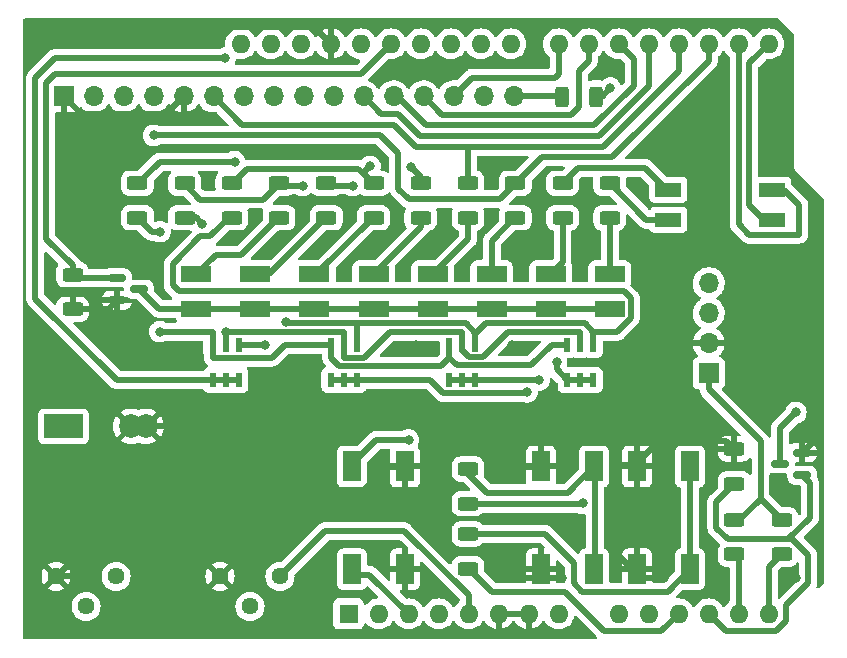
<source format=gtl>
%TF.GenerationSoftware,KiCad,Pcbnew,6.0.11-2627ca5db0~126~ubuntu20.04.1*%
%TF.CreationDate,2023-03-17T11:38:59+01:00*%
%TF.ProjectId,shield_a,73686965-6c64-45f6-912e-6b696361645f,2.0.1*%
%TF.SameCoordinates,Original*%
%TF.FileFunction,Copper,L1,Top*%
%TF.FilePolarity,Positive*%
%FSLAX46Y46*%
G04 Gerber Fmt 4.6, Leading zero omitted, Abs format (unit mm)*
G04 Created by KiCad (PCBNEW 6.0.11-2627ca5db0~126~ubuntu20.04.1) date 2023-03-17 11:38:59*
%MOMM*%
%LPD*%
G01*
G04 APERTURE LIST*
G04 Aperture macros list*
%AMRoundRect*
0 Rectangle with rounded corners*
0 $1 Rounding radius*
0 $2 $3 $4 $5 $6 $7 $8 $9 X,Y pos of 4 corners*
0 Add a 4 corners polygon primitive as box body*
4,1,4,$2,$3,$4,$5,$6,$7,$8,$9,$2,$3,0*
0 Add four circle primitives for the rounded corners*
1,1,$1+$1,$2,$3*
1,1,$1+$1,$4,$5*
1,1,$1+$1,$6,$7*
1,1,$1+$1,$8,$9*
0 Add four rect primitives between the rounded corners*
20,1,$1+$1,$2,$3,$4,$5,0*
20,1,$1+$1,$4,$5,$6,$7,0*
20,1,$1+$1,$6,$7,$8,$9,0*
20,1,$1+$1,$8,$9,$2,$3,0*%
G04 Aperture macros list end*
%TA.AperFunction,ComponentPad*%
%ADD10C,1.440000*%
%TD*%
%TA.AperFunction,ComponentPad*%
%ADD11R,2.000000X2.000000*%
%TD*%
%TA.AperFunction,ComponentPad*%
%ADD12C,2.000000*%
%TD*%
%TA.AperFunction,ComponentPad*%
%ADD13R,1.700000X1.700000*%
%TD*%
%TA.AperFunction,ComponentPad*%
%ADD14O,1.700000X1.700000*%
%TD*%
%TA.AperFunction,SMDPad,CuDef*%
%ADD15RoundRect,0.250000X-0.625000X0.312500X-0.625000X-0.312500X0.625000X-0.312500X0.625000X0.312500X0*%
%TD*%
%TA.AperFunction,SMDPad,CuDef*%
%ADD16RoundRect,0.250000X0.625000X-0.312500X0.625000X0.312500X-0.625000X0.312500X-0.625000X-0.312500X0*%
%TD*%
%TA.AperFunction,SMDPad,CuDef*%
%ADD17RoundRect,0.250000X-0.312500X-0.625000X0.312500X-0.625000X0.312500X0.625000X-0.312500X0.625000X0*%
%TD*%
%TA.AperFunction,SMDPad,CuDef*%
%ADD18R,0.600000X1.200000*%
%TD*%
%TA.AperFunction,SMDPad,CuDef*%
%ADD19RoundRect,0.116200X-1.183800X0.583800X-1.183800X-0.583800X1.183800X-0.583800X1.183800X0.583800X0*%
%TD*%
%TA.AperFunction,SMDPad,CuDef*%
%ADD20R,1.500000X2.500000*%
%TD*%
%TA.AperFunction,SMDPad,CuDef*%
%ADD21R,2.200000X1.200000*%
%TD*%
%TA.AperFunction,SMDPad,CuDef*%
%ADD22RoundRect,0.150000X0.587500X0.150000X-0.587500X0.150000X-0.587500X-0.150000X0.587500X-0.150000X0*%
%TD*%
%TA.AperFunction,SMDPad,CuDef*%
%ADD23RoundRect,0.150000X-0.587500X-0.150000X0.587500X-0.150000X0.587500X0.150000X-0.587500X0.150000X0*%
%TD*%
%TA.AperFunction,ComponentPad*%
%ADD24R,1.600000X1.600000*%
%TD*%
%TA.AperFunction,ComponentPad*%
%ADD25O,1.600000X1.600000*%
%TD*%
%TA.AperFunction,ViaPad*%
%ADD26C,0.800000*%
%TD*%
%TA.AperFunction,Conductor*%
%ADD27C,0.500000*%
%TD*%
G04 APERTURE END LIST*
D10*
X125000000Y-111125000D03*
X127540000Y-113665000D03*
X130080000Y-111125000D03*
D11*
X112395000Y-98425000D03*
X111125000Y-98425000D03*
D12*
X117475000Y-98425000D03*
X118725000Y-98425000D03*
D10*
X111125000Y-111125000D03*
X113665000Y-113665000D03*
X116205000Y-111125000D03*
D13*
X111760000Y-70485000D03*
D14*
X114300000Y-70485000D03*
X116840000Y-70485000D03*
X119380000Y-70485000D03*
X121920000Y-70485000D03*
X124460000Y-70485000D03*
X127000000Y-70485000D03*
X129540000Y-70485000D03*
X132080000Y-70485000D03*
X134620000Y-70485000D03*
X137160000Y-70485000D03*
X139700000Y-70485000D03*
X142240000Y-70485000D03*
X144780000Y-70485000D03*
X147320000Y-70485000D03*
X149860000Y-70485000D03*
D15*
X118000000Y-77837500D03*
X118000000Y-80762500D03*
X146000000Y-107537500D03*
X146000000Y-110462500D03*
D16*
X172550000Y-109262500D03*
X172550000Y-106337500D03*
X168550000Y-109262500D03*
X168550000Y-106337500D03*
D17*
X153917500Y-70520000D03*
X156842500Y-70520000D03*
D16*
X168550000Y-103262500D03*
X168550000Y-100337500D03*
D15*
X112520000Y-85587500D03*
X112520000Y-88512500D03*
X122000000Y-77837500D03*
X122000000Y-80762500D03*
X126000000Y-77837500D03*
X126000000Y-80762500D03*
X146000000Y-102037500D03*
X146000000Y-104962500D03*
X130000000Y-77837500D03*
X130000000Y-80762500D03*
X134000000Y-77837500D03*
X134000000Y-80762500D03*
X138000000Y-77837500D03*
X138000000Y-80762500D03*
X142000000Y-77837500D03*
X142000000Y-80762500D03*
X146000000Y-77837500D03*
X146000000Y-80762500D03*
X150000000Y-77837500D03*
X150000000Y-80762500D03*
X154000000Y-77837500D03*
X154000000Y-80762500D03*
X158000000Y-77837500D03*
X158000000Y-80762500D03*
D18*
X134400000Y-94500000D03*
X135500000Y-94500000D03*
X136600000Y-94500000D03*
X136600000Y-91500000D03*
X135500000Y-91500000D03*
X134400000Y-91500000D03*
X154400000Y-94500000D03*
X155500000Y-94500000D03*
X156600000Y-94500000D03*
X156600000Y-91500000D03*
X155500000Y-91500000D03*
X154400000Y-91500000D03*
X124400000Y-94500000D03*
X125500000Y-94500000D03*
X126600000Y-94500000D03*
X126600000Y-91500000D03*
X125500000Y-91500000D03*
X124400000Y-91500000D03*
X144400000Y-94500000D03*
X145500000Y-94500000D03*
X146600000Y-94500000D03*
X146600000Y-91500000D03*
X145500000Y-91500000D03*
X144400000Y-91500000D03*
D19*
X158000000Y-88450000D03*
X158000000Y-85550000D03*
X128000000Y-88450000D03*
X128000000Y-85550000D03*
X153000000Y-88450000D03*
X153000000Y-85550000D03*
X148000000Y-88450000D03*
X148000000Y-85550000D03*
X138000000Y-88450000D03*
X138000000Y-85550000D03*
X133000000Y-88450000D03*
X133000000Y-85550000D03*
X123000000Y-88450000D03*
X123000000Y-85550000D03*
X143000000Y-88450000D03*
X143000000Y-85550000D03*
D20*
X136180000Y-110522000D03*
X136180000Y-101822000D03*
X140680000Y-101822000D03*
X140680000Y-110522000D03*
X156682000Y-101822000D03*
X156682000Y-110522000D03*
X152182000Y-101822000D03*
X152182000Y-110522000D03*
X164810000Y-110522000D03*
X164810000Y-101822000D03*
X160310000Y-101822000D03*
X160310000Y-110522000D03*
D13*
X166370000Y-93920000D03*
D14*
X166370000Y-91380000D03*
X166370000Y-88840000D03*
X166370000Y-86300000D03*
D21*
X171760000Y-80940000D03*
X171760000Y-78400000D03*
X162960000Y-78400000D03*
X162960000Y-80940000D03*
D22*
X174292500Y-102550000D03*
X174292500Y-100650000D03*
X172417500Y-101600000D03*
D23*
X116272500Y-85850000D03*
X116272500Y-87750000D03*
X118147500Y-86800000D03*
D24*
X135890000Y-114300000D03*
D25*
X138430000Y-114300000D03*
X140970000Y-114300000D03*
X143510000Y-114300000D03*
X146050000Y-114300000D03*
X148590000Y-114300000D03*
X151130000Y-114300000D03*
X153670000Y-114300000D03*
X158750000Y-114300000D03*
X161290000Y-114300000D03*
X163830000Y-114300000D03*
X166370000Y-114300000D03*
X168910000Y-114300000D03*
X171450000Y-114300000D03*
X171450000Y-66040000D03*
X168910000Y-66040000D03*
X166370000Y-66040000D03*
X163830000Y-66040000D03*
X161290000Y-66040000D03*
X158750000Y-66040000D03*
X156210000Y-66040000D03*
X153670000Y-66040000D03*
X149610000Y-66040000D03*
X147070000Y-66040000D03*
X144530000Y-66040000D03*
X141990000Y-66040000D03*
X139450000Y-66040000D03*
X136910000Y-66040000D03*
X134370000Y-66040000D03*
X131830000Y-66040000D03*
X129290000Y-66040000D03*
X126750000Y-66040000D03*
D26*
X135636000Y-85000000D03*
X173750000Y-111252000D03*
X148082000Y-101854000D03*
X119888000Y-65786000D03*
X140462000Y-85000000D03*
X149683109Y-91577109D03*
X115945400Y-90400000D03*
X153924000Y-111252000D03*
X115945400Y-91500000D03*
X126228100Y-82550000D03*
X158355700Y-101670000D03*
X117475000Y-91500000D03*
X156210000Y-82550000D03*
X166250000Y-99650000D03*
X150368000Y-111252000D03*
X173750000Y-104140000D03*
X123952000Y-77343000D03*
X117475000Y-90400000D03*
X162560000Y-111252000D03*
X115945400Y-108966000D03*
X158355700Y-108966000D03*
X158048900Y-68072000D03*
X145542000Y-85000000D03*
X148082000Y-76448100D03*
X141605000Y-91500000D03*
X152022100Y-94500000D03*
X140970000Y-99568000D03*
X130600000Y-89550500D03*
X128817400Y-91500000D03*
X119380000Y-73786000D03*
X125436400Y-67241100D03*
X132000000Y-78032200D03*
X126228100Y-76017800D03*
X136236900Y-78032200D03*
X137697300Y-76402300D03*
X141134700Y-76448100D03*
X153500000Y-93000000D03*
X151000000Y-95500000D03*
X155720500Y-104950000D03*
X125537500Y-90400000D03*
X123495312Y-81250000D03*
X119908000Y-90400000D03*
X119908000Y-81947100D03*
X173750000Y-97250000D03*
X158048900Y-69771900D03*
D27*
X129540000Y-104140000D02*
X129540000Y-98806000D01*
X139799900Y-101880000D02*
X139099700Y-101880000D01*
X166250000Y-99650000D02*
X166237800Y-99662200D01*
X158355700Y-101670000D02*
X160262000Y-101670000D01*
X139099700Y-101880000D02*
X136839700Y-104140000D01*
X134370000Y-66040000D02*
X132919999Y-64589999D01*
X162560000Y-111252000D02*
X160641700Y-111252000D01*
X118725000Y-98425000D02*
X129159000Y-98425000D01*
X113786400Y-111125000D02*
X115945400Y-108966000D01*
X111125000Y-111125000D02*
X113786400Y-111125000D01*
X112520000Y-88450000D02*
X115572500Y-88450000D01*
X150368000Y-111252000D02*
X153924000Y-111252000D01*
X129540000Y-98806000D02*
X129159000Y-98425000D01*
X166250000Y-99650000D02*
X167862500Y-99650000D01*
X113272100Y-71997100D02*
X111760000Y-70485000D01*
X115572500Y-88450000D02*
X116272500Y-87750000D01*
X166237800Y-99662200D02*
X162167800Y-99662200D01*
X151130000Y-114300000D02*
X148590000Y-114300000D01*
X132919999Y-64589999D02*
X121084001Y-64589999D01*
X121084001Y-64589999D02*
X119888000Y-65786000D01*
X167862500Y-99650000D02*
X168550000Y-100337500D01*
X148082000Y-101854000D02*
X152150000Y-101854000D01*
X139799900Y-101880000D02*
X140500000Y-101880000D01*
X136839700Y-104140000D02*
X129540000Y-104140000D01*
X120407900Y-71997100D02*
X113272100Y-71997100D01*
X160641700Y-111252000D02*
X158355700Y-108966000D01*
X162167800Y-99662200D02*
X160250000Y-101580000D01*
X170880000Y-91380000D02*
X175250000Y-95750000D01*
X175250000Y-99692500D02*
X174292500Y-100650000D01*
X152150000Y-101854000D02*
X152182000Y-101822000D01*
X121920000Y-70485000D02*
X120407900Y-71997100D01*
X118725000Y-98425000D02*
X117475000Y-98425000D01*
X166370000Y-91380000D02*
X170880000Y-91380000D01*
X158355700Y-108966000D02*
X158355700Y-101670000D01*
X175250000Y-95750000D02*
X175250000Y-99692500D01*
X130000000Y-80700000D02*
X126818600Y-83881400D01*
X124668600Y-83881400D02*
X123000000Y-85550000D01*
X126818600Y-83881400D02*
X124668600Y-83881400D01*
X134000000Y-80700000D02*
X129150000Y-85550000D01*
X129150000Y-85550000D02*
X128000000Y-85550000D01*
X138000000Y-80700000D02*
X133150000Y-85550000D01*
X133150000Y-85550000D02*
X133000000Y-85550000D01*
X142000000Y-80700000D02*
X142000000Y-81550000D01*
X142000000Y-81550000D02*
X138000000Y-85550000D01*
X146000000Y-82550000D02*
X143000000Y-85550000D01*
X146000000Y-80700000D02*
X146000000Y-82550000D01*
X148000000Y-82700000D02*
X148000000Y-85550000D01*
X150000000Y-80700000D02*
X148000000Y-82700000D01*
X154000000Y-77837500D02*
X155287500Y-76550000D01*
X155287500Y-76550000D02*
X160960000Y-76550000D01*
X160960000Y-76550000D02*
X162810000Y-78400000D01*
X162810000Y-80940000D02*
X161102500Y-80940000D01*
X161102500Y-80940000D02*
X158000000Y-77837500D01*
X154000000Y-80700000D02*
X154000000Y-84550000D01*
X154000000Y-84550000D02*
X153000000Y-85550000D01*
X146600000Y-94500000D02*
X144400000Y-94500000D01*
X152022100Y-94500000D02*
X146600000Y-94500000D01*
X168975000Y-106337500D02*
X170762500Y-104550000D01*
X168550000Y-106337500D02*
X168975000Y-106337500D01*
X130080000Y-111125000D02*
X133895000Y-107310000D01*
X172550000Y-106337500D02*
X170762500Y-104550000D01*
X146050000Y-112743400D02*
X146050000Y-114300000D01*
X140616600Y-107310000D02*
X146050000Y-112743400D01*
X166370000Y-95288200D02*
X170762500Y-99680700D01*
X170762500Y-99680700D02*
X170762500Y-104550000D01*
X166370000Y-93920000D02*
X166370000Y-95288200D01*
X133895000Y-107310000D02*
X140616600Y-107310000D01*
X140970000Y-99568000D02*
X138234000Y-99568000D01*
X140970000Y-114300000D02*
X137650000Y-110980000D01*
X137650000Y-110980000D02*
X136000000Y-110980000D01*
X138234000Y-99568000D02*
X136180000Y-101622000D01*
X167025480Y-107022593D02*
X167972887Y-107970000D01*
X174799511Y-109302398D02*
X173467113Y-107970000D01*
X173467113Y-107970000D02*
X173127113Y-107970000D01*
X174950000Y-106147113D02*
X173127113Y-107970000D01*
X167025480Y-104787020D02*
X167025480Y-107022593D01*
X174950000Y-103207500D02*
X174950000Y-106147113D01*
X168550000Y-103262500D02*
X167025480Y-104787020D01*
X172900000Y-113586234D02*
X174799511Y-111686723D01*
X167819511Y-115749511D02*
X172050408Y-115749511D01*
X166370000Y-114300000D02*
X167819511Y-115749511D01*
X172050408Y-115749511D02*
X172900000Y-114899919D01*
X174799511Y-109302398D02*
X174799511Y-111686723D01*
X172900000Y-114899919D02*
X172900000Y-113586234D01*
X174292500Y-102550000D02*
X174950000Y-103207500D01*
X167972887Y-107970000D02*
X173127113Y-107970000D01*
X112395000Y-98425000D02*
X111125000Y-98425000D01*
X168550000Y-109262500D02*
X168910000Y-109622500D01*
X168910000Y-109622500D02*
X168910000Y-114300000D01*
X136600000Y-89699700D02*
X136600000Y-90400000D01*
X145790200Y-89699700D02*
X136600000Y-89699700D01*
X125737500Y-80762500D02*
X124154000Y-82346000D01*
X146600000Y-90509500D02*
X145790200Y-89699700D01*
X159192500Y-87000000D02*
X159768800Y-87576300D01*
X128817400Y-91500000D02*
X126600000Y-91500000D01*
X146600000Y-91500000D02*
X146600000Y-90599900D01*
X123346000Y-82346000D02*
X124154000Y-82346000D01*
X121539400Y-87000000D02*
X159192500Y-87000000D01*
X159768800Y-87576300D02*
X159768800Y-89254600D01*
X121002500Y-84689500D02*
X121002500Y-86463100D01*
X146600000Y-90599900D02*
X147511700Y-89688200D01*
X126000000Y-80762500D02*
X125737500Y-80762500D01*
X147511700Y-89688200D02*
X155888200Y-89688200D01*
X123346000Y-82346000D02*
X121002500Y-84689500D01*
X146600000Y-90599900D02*
X146600000Y-90509500D01*
X121002500Y-86463100D02*
X121539400Y-87000000D01*
X158623400Y-90400000D02*
X156600000Y-90400000D01*
X130600000Y-89550500D02*
X130749200Y-89699700D01*
X136600000Y-91500000D02*
X136600000Y-90400000D01*
X155888200Y-89688200D02*
X156600000Y-90400000D01*
X130749200Y-89699700D02*
X136600000Y-89699700D01*
X156600000Y-91500000D02*
X156600000Y-90400000D01*
X159768800Y-89254600D02*
X158623400Y-90400000D01*
X119380290Y-73785710D02*
X119380000Y-73786000D01*
X158212700Y-75647600D02*
X166370000Y-67490300D01*
X140974000Y-79178500D02*
X140084699Y-78289199D01*
X150000000Y-77900000D02*
X152252400Y-75647600D01*
X166370000Y-66040000D02*
X166370000Y-67490300D01*
X150000000Y-77900000D02*
X148721500Y-79178500D01*
X138555710Y-73785710D02*
X119380290Y-73785710D01*
X140084699Y-75314699D02*
X138555710Y-73785710D01*
X140084699Y-78289199D02*
X140084699Y-75314699D01*
X152252400Y-75647600D02*
X158212700Y-75647600D01*
X148721500Y-79178500D02*
X140974000Y-79178500D01*
X111011500Y-67241100D02*
X125436400Y-67241100D01*
X124400000Y-94500000D02*
X116253100Y-94500000D01*
X116253100Y-94500000D02*
X109359000Y-87605900D01*
X109359000Y-68893600D02*
X111011500Y-67241100D01*
X124400000Y-94500000D02*
X126600000Y-94500000D01*
X109359000Y-87605900D02*
X109359000Y-68893600D01*
X153352500Y-68897500D02*
X153670000Y-68580000D01*
X130000000Y-77900000D02*
X128680800Y-79219200D01*
X123319200Y-79219200D02*
X122000000Y-77900000D01*
X146367500Y-68897500D02*
X153352500Y-68897500D01*
X153670000Y-68580000D02*
X153670000Y-66040000D01*
X130132200Y-78032200D02*
X130000000Y-77900000D01*
X128680800Y-79219200D02*
X123319200Y-79219200D01*
X132000000Y-78032200D02*
X130132200Y-78032200D01*
X144780000Y-70485000D02*
X146367500Y-68897500D01*
X143801400Y-72046400D02*
X154728800Y-72046400D01*
X134132200Y-78032200D02*
X136236900Y-78032200D01*
X154728800Y-72046400D02*
X155380000Y-71395200D01*
X142240000Y-70485000D02*
X143801400Y-72046400D01*
X155380000Y-71395200D02*
X155380000Y-68320300D01*
X118000000Y-77900000D02*
X119882200Y-76017800D01*
X134000000Y-77900000D02*
X134132200Y-78032200D01*
X155380000Y-68320300D02*
X156210000Y-67490300D01*
X156210000Y-66040000D02*
X156210000Y-67490300D01*
X119882200Y-76017800D02*
X126228100Y-76017800D01*
X142460800Y-72946700D02*
X139999100Y-70485000D01*
X136717300Y-76617300D02*
X137099800Y-76999800D01*
X160020000Y-67310000D02*
X160020000Y-69611300D01*
X158750000Y-66040000D02*
X160020000Y-67310000D01*
X126000000Y-77900000D02*
X127282700Y-76617300D01*
X137099800Y-76999800D02*
X137697300Y-76402300D01*
X156684600Y-72946700D02*
X142460800Y-72946700D01*
X160020000Y-69611300D02*
X156684600Y-72946700D01*
X139999100Y-70485000D02*
X139700000Y-70485000D01*
X137099800Y-76999800D02*
X138000000Y-77900000D01*
X127282700Y-76617300D02*
X136717300Y-76617300D01*
X161290000Y-69614600D02*
X161290000Y-66040000D01*
X157057600Y-73847000D02*
X161290000Y-69614600D01*
X141947000Y-73847000D02*
X157057600Y-73847000D01*
X137160000Y-70485000D02*
X138660300Y-71985300D01*
X141134700Y-76448100D02*
X142000000Y-77313400D01*
X138660300Y-71985300D02*
X140085300Y-71985300D01*
X140085300Y-71985300D02*
X141947000Y-73847000D01*
X142000000Y-77313400D02*
X142000000Y-77900000D01*
X171060000Y-80940000D02*
X169810489Y-79690489D01*
X169810489Y-67679511D02*
X171450000Y-66040000D01*
X169810489Y-79690489D02*
X169810489Y-67679511D01*
X171910000Y-80940000D02*
X171060000Y-80940000D01*
X172760000Y-78400000D02*
X171910000Y-78400000D01*
X174050000Y-82149022D02*
X174050000Y-79690000D01*
X174050000Y-79690000D02*
X172760000Y-78400000D01*
X168910000Y-81289022D02*
X168910000Y-66040000D01*
X169810979Y-82190001D02*
X168910000Y-81289022D01*
X174009021Y-82190001D02*
X169810979Y-82190001D01*
X112520000Y-84799700D02*
X112520000Y-85650000D01*
X111024700Y-68586600D02*
X136903400Y-68586600D01*
X110259600Y-82539300D02*
X110259600Y-69351700D01*
X112720000Y-85850000D02*
X112520000Y-85650000D01*
X112520000Y-84799700D02*
X110259600Y-82539300D01*
X136903400Y-68586600D02*
X139450000Y-66040000D01*
X110259600Y-69351700D02*
X111024700Y-68586600D01*
X116272500Y-85850000D02*
X112720000Y-85850000D01*
X124460000Y-70485000D02*
X126860700Y-72885700D01*
X141574000Y-74747300D02*
X146000000Y-74747300D01*
X146000000Y-77900000D02*
X146000000Y-74747300D01*
X146000000Y-74747300D02*
X157430600Y-74747300D01*
X157430600Y-74747300D02*
X163830000Y-68347900D01*
X139712400Y-72885700D02*
X141574000Y-74747300D01*
X163830000Y-68347900D02*
X163830000Y-67490300D01*
X126860700Y-72885700D02*
X139712400Y-72885700D01*
X163830000Y-66040000D02*
X163830000Y-67490300D01*
X153500000Y-93000000D02*
X153500000Y-93600000D01*
X156600000Y-94500000D02*
X154400000Y-94500000D01*
X153500000Y-93600000D02*
X154400000Y-94500000D01*
X151000000Y-95500000D02*
X150913900Y-95586100D01*
X136600000Y-94500000D02*
X134400000Y-94500000D01*
X150913900Y-95586100D02*
X143870000Y-95586100D01*
X143870000Y-95586100D02*
X142783900Y-94500000D01*
X142783900Y-94500000D02*
X136600000Y-94500000D01*
X172550000Y-109262500D02*
X171450000Y-110362500D01*
X171450000Y-110362500D02*
X171450000Y-114300000D01*
X163830000Y-114300000D02*
X162376700Y-115753300D01*
X154229600Y-112470400D02*
X148070400Y-112470400D01*
X157479700Y-115753300D02*
X157479700Y-115720500D01*
X157479700Y-115720500D02*
X154229600Y-112470400D01*
X162376700Y-115753300D02*
X157479700Y-115753300D01*
X148070400Y-112470400D02*
X146000000Y-110400000D01*
X155708000Y-104962500D02*
X146000000Y-104962500D01*
X155720500Y-104950000D02*
X155708000Y-104962500D01*
X149860000Y-70485000D02*
X153945000Y-70485000D01*
X158000000Y-80700000D02*
X158000000Y-85550000D01*
X123000000Y-88450000D02*
X128000000Y-88450000D01*
X128000000Y-88450000D02*
X133000000Y-88450000D01*
X123000000Y-88450000D02*
X119797500Y-88450000D01*
X133000000Y-88450000D02*
X138000000Y-88450000D01*
X143000000Y-88450000D02*
X148000000Y-88450000D01*
X148000000Y-88450000D02*
X153000000Y-88450000D01*
X138000000Y-88450000D02*
X143000000Y-88450000D01*
X153000000Y-88450000D02*
X158000000Y-88450000D01*
X119797500Y-88450000D02*
X118147500Y-86800000D01*
X164810000Y-110522000D02*
X162910489Y-112421511D01*
X154973511Y-110014489D02*
X152496522Y-107537500D01*
X164810000Y-101822000D02*
X164810000Y-110522000D01*
X152496522Y-107537500D02*
X146000000Y-107537500D01*
X154973511Y-111712533D02*
X154973511Y-110014489D01*
X162910489Y-112421511D02*
X155682489Y-112421511D01*
X155682489Y-112421511D02*
X154973511Y-111712533D01*
X154441020Y-104062980D02*
X156682000Y-101822000D01*
X146000000Y-102450000D02*
X147612980Y-104062980D01*
X146000000Y-102037500D02*
X146000000Y-102450000D01*
X156770000Y-102145300D02*
X156770000Y-110680000D01*
X147612980Y-104062980D02*
X154441020Y-104062980D01*
X155500000Y-91500000D02*
X155500000Y-90400000D01*
X135500000Y-91500000D02*
X135500000Y-90400000D01*
X137210002Y-92600000D02*
X139410002Y-90400000D01*
X135500000Y-91500000D02*
X135500000Y-92600000D01*
X135500000Y-90400000D02*
X125604000Y-90400000D01*
X139410002Y-90400000D02*
X145500000Y-90400000D01*
X135500000Y-92600000D02*
X137210002Y-92600000D01*
X125500000Y-91500000D02*
X125500000Y-90400000D01*
X145500000Y-90400000D02*
X145500000Y-91500000D01*
X123495312Y-81250000D02*
X122945312Y-80700000D01*
X146113400Y-92550300D02*
X147225700Y-92550300D01*
X155500000Y-90400000D02*
X149376000Y-90400000D01*
X122945312Y-80700000D02*
X122000000Y-80700000D01*
X145500000Y-91936900D02*
X145500000Y-91500000D01*
X146113400Y-92550300D02*
X145500000Y-91936900D01*
X149376000Y-90400000D02*
X147225700Y-92550300D01*
X118000000Y-80700000D02*
X119247100Y-81947100D01*
X145050700Y-93250700D02*
X144400000Y-92600000D01*
X134400000Y-92600000D02*
X135100300Y-93300300D01*
X143699700Y-93300300D02*
X144400000Y-92600000D01*
X154400000Y-91500000D02*
X153076700Y-91500000D01*
X130480000Y-91500000D02*
X129380000Y-92600000D01*
X119908000Y-90400000D02*
X124400000Y-90400000D01*
X153076700Y-91500000D02*
X151326000Y-93250700D01*
X129380000Y-92600000D02*
X124400000Y-92600000D01*
X124400000Y-91500000D02*
X124400000Y-90400000D01*
X134400000Y-91500000D02*
X130480000Y-91500000D01*
X151326000Y-93250700D02*
X145050700Y-93250700D01*
X144400000Y-91500000D02*
X144400000Y-92600000D01*
X134400000Y-91500000D02*
X134400000Y-92600000D01*
X135100300Y-93300300D02*
X143699700Y-93300300D01*
X119247100Y-81947100D02*
X119908000Y-81947100D01*
X124400000Y-91500000D02*
X124400000Y-92600000D01*
X172417500Y-98582500D02*
X172417500Y-101600000D01*
X173750000Y-97250000D02*
X172417500Y-98582500D01*
X156780000Y-70520000D02*
X157300800Y-70520000D01*
X157300800Y-70520000D02*
X158048900Y-69771900D01*
%TA.AperFunction,Conductor*%
G36*
X172271304Y-63901502D02*
G01*
X172292278Y-63918405D01*
X173571595Y-65197723D01*
X173605621Y-65260035D01*
X173608500Y-65286818D01*
X173608500Y-76382928D01*
X173607145Y-76395058D01*
X173607627Y-76395097D01*
X173606907Y-76404044D01*
X173604926Y-76412800D01*
X173605482Y-76421760D01*
X173608258Y-76466508D01*
X173608500Y-76474310D01*
X173608500Y-76490513D01*
X173609136Y-76494953D01*
X173609984Y-76500878D01*
X173611013Y-76510928D01*
X173613945Y-76558177D01*
X173616994Y-76566623D01*
X173617593Y-76569514D01*
X173621822Y-76586480D01*
X173622648Y-76589305D01*
X173623920Y-76598187D01*
X173643522Y-76641298D01*
X173647327Y-76650647D01*
X173663404Y-76695181D01*
X173668699Y-76702429D01*
X173670080Y-76705027D01*
X173678915Y-76720145D01*
X173680494Y-76722614D01*
X173684208Y-76730782D01*
X173712503Y-76763621D01*
X173715115Y-76766652D01*
X173721401Y-76774569D01*
X173726548Y-76781615D01*
X173726553Y-76781620D01*
X173729425Y-76785552D01*
X173740400Y-76796527D01*
X173746758Y-76803374D01*
X173779287Y-76841127D01*
X173786822Y-76846011D01*
X173793066Y-76851458D01*
X173804931Y-76861058D01*
X176111595Y-79167723D01*
X176145621Y-79230035D01*
X176148500Y-79256818D01*
X176148500Y-111624182D01*
X176128498Y-111692303D01*
X176111595Y-111713277D01*
X175707233Y-112117639D01*
X175644921Y-112151665D01*
X175574106Y-112146600D01*
X175517270Y-112104053D01*
X175492459Y-112037533D01*
X175505922Y-111971242D01*
X175511950Y-111959437D01*
X175511951Y-111959435D01*
X175515280Y-111952915D01*
X175517019Y-111945808D01*
X175519118Y-111940164D01*
X175521035Y-111934401D01*
X175524133Y-111927773D01*
X175538998Y-111856306D01*
X175539968Y-111852022D01*
X175544589Y-111833138D01*
X175557319Y-111781113D01*
X175558011Y-111769959D01*
X175558047Y-111769961D01*
X175558286Y-111765968D01*
X175558660Y-111761776D01*
X175560151Y-111754608D01*
X175558057Y-111677202D01*
X175558011Y-111673795D01*
X175558011Y-109369467D01*
X175559444Y-109350516D01*
X175561610Y-109336281D01*
X175561610Y-109336279D01*
X175562710Y-109329049D01*
X175558426Y-109276380D01*
X175558011Y-109266165D01*
X175558011Y-109258105D01*
X175554722Y-109229891D01*
X175554289Y-109225516D01*
X175548965Y-109160059D01*
X175548964Y-109160056D01*
X175548371Y-109152761D01*
X175546115Y-109145797D01*
X175544924Y-109139838D01*
X175543540Y-109133983D01*
X175542693Y-109126717D01*
X175517776Y-109058071D01*
X175516359Y-109053943D01*
X175496118Y-108991462D01*
X175496117Y-108991460D01*
X175493862Y-108984499D01*
X175490066Y-108978244D01*
X175487560Y-108972770D01*
X175484841Y-108967340D01*
X175482344Y-108960461D01*
X175442320Y-108899414D01*
X175439983Y-108895710D01*
X175405020Y-108838091D01*
X175405016Y-108838086D01*
X175402106Y-108833290D01*
X175396740Y-108827214D01*
X175394708Y-108824914D01*
X175394734Y-108824891D01*
X175392085Y-108821901D01*
X175389377Y-108818662D01*
X175385367Y-108812546D01*
X175380060Y-108807519D01*
X175380057Y-108807515D01*
X175329128Y-108759270D01*
X175326686Y-108756892D01*
X174458889Y-107889095D01*
X174424863Y-107826783D01*
X174429928Y-107755968D01*
X174458889Y-107710905D01*
X175438911Y-106730883D01*
X175453323Y-106718497D01*
X175464918Y-106709964D01*
X175464923Y-106709959D01*
X175470818Y-106705621D01*
X175475557Y-106700043D01*
X175475560Y-106700040D01*
X175505035Y-106665345D01*
X175511965Y-106657829D01*
X175517661Y-106652133D01*
X175519924Y-106649272D01*
X175519929Y-106649267D01*
X175535293Y-106629847D01*
X175538082Y-106626446D01*
X175580592Y-106576409D01*
X175580594Y-106576407D01*
X175585333Y-106570828D01*
X175588662Y-106564308D01*
X175592028Y-106559261D01*
X175595193Y-106554137D01*
X175599735Y-106548396D01*
X175604919Y-106537306D01*
X175630634Y-106482283D01*
X175632565Y-106478331D01*
X175662442Y-106419821D01*
X175662443Y-106419819D01*
X175665769Y-106413305D01*
X175667508Y-106406199D01*
X175669609Y-106400549D01*
X175671524Y-106394792D01*
X175674622Y-106388163D01*
X175689491Y-106316678D01*
X175690461Y-106312395D01*
X175706473Y-106246957D01*
X175707808Y-106241503D01*
X175708500Y-106230349D01*
X175708535Y-106230351D01*
X175708775Y-106226379D01*
X175709152Y-106222158D01*
X175710641Y-106214998D01*
X175708546Y-106137571D01*
X175708500Y-106134163D01*
X175708500Y-103274563D01*
X175709933Y-103255614D01*
X175712097Y-103241386D01*
X175713198Y-103234151D01*
X175712410Y-103224453D01*
X175708915Y-103181491D01*
X175708500Y-103171277D01*
X175708500Y-103163207D01*
X175708078Y-103159587D01*
X175708077Y-103159569D01*
X175705208Y-103134961D01*
X175704775Y-103130586D01*
X175699454Y-103065161D01*
X175699453Y-103065158D01*
X175698860Y-103057863D01*
X175696604Y-103050899D01*
X175695413Y-103044940D01*
X175694029Y-103039085D01*
X175693182Y-103031819D01*
X175668265Y-102963173D01*
X175666848Y-102959045D01*
X175646607Y-102896564D01*
X175646606Y-102896562D01*
X175644351Y-102889601D01*
X175640555Y-102883346D01*
X175638049Y-102877872D01*
X175635330Y-102872442D01*
X175632833Y-102865563D01*
X175592809Y-102804516D01*
X175590472Y-102800812D01*
X175588415Y-102797421D01*
X175556781Y-102745290D01*
X175538500Y-102679925D01*
X175538500Y-102333498D01*
X175535562Y-102296169D01*
X175489145Y-102136399D01*
X175453425Y-102076000D01*
X175408491Y-102000020D01*
X175408489Y-102000017D01*
X175404453Y-101993193D01*
X175286807Y-101875547D01*
X175279983Y-101871511D01*
X175279980Y-101871509D01*
X175150427Y-101794892D01*
X175150428Y-101794892D01*
X175143601Y-101790855D01*
X175135990Y-101788644D01*
X175135988Y-101788643D01*
X175083769Y-101773472D01*
X174983831Y-101744438D01*
X174977426Y-101743934D01*
X174977421Y-101743933D01*
X174948958Y-101741693D01*
X174948950Y-101741693D01*
X174946502Y-101741500D01*
X173789500Y-101741500D01*
X173721379Y-101721498D01*
X173674886Y-101667842D01*
X173663500Y-101615500D01*
X173663500Y-101584000D01*
X173683502Y-101515879D01*
X173737158Y-101469386D01*
X173789500Y-101458000D01*
X174020385Y-101458000D01*
X174035624Y-101453525D01*
X174036829Y-101452135D01*
X174038500Y-101444452D01*
X174038500Y-101439884D01*
X174546500Y-101439884D01*
X174550975Y-101455123D01*
X174552365Y-101456328D01*
X174560048Y-101457999D01*
X174943984Y-101457999D01*
X174948920Y-101457805D01*
X174977336Y-101455570D01*
X174989931Y-101453270D01*
X175135790Y-101410893D01*
X175150221Y-101404648D01*
X175279678Y-101328089D01*
X175292104Y-101318449D01*
X175398449Y-101212104D01*
X175408089Y-101199678D01*
X175484648Y-101070221D01*
X175490893Y-101055790D01*
X175529939Y-100921395D01*
X175529899Y-100907294D01*
X175522630Y-100904000D01*
X174564615Y-100904000D01*
X174549376Y-100908475D01*
X174548171Y-100909865D01*
X174546500Y-100917548D01*
X174546500Y-101439884D01*
X174038500Y-101439884D01*
X174038500Y-100377885D01*
X174546500Y-100377885D01*
X174550975Y-100393124D01*
X174552365Y-100394329D01*
X174560048Y-100396000D01*
X175516878Y-100396000D01*
X175530409Y-100392027D01*
X175531544Y-100384129D01*
X175490893Y-100244210D01*
X175484648Y-100229779D01*
X175408089Y-100100322D01*
X175398449Y-100087896D01*
X175292104Y-99981551D01*
X175279678Y-99971911D01*
X175150221Y-99895352D01*
X175135790Y-99889107D01*
X174989935Y-99846731D01*
X174977333Y-99844430D01*
X174948916Y-99842193D01*
X174943986Y-99842000D01*
X174564615Y-99842000D01*
X174549376Y-99846475D01*
X174548171Y-99847865D01*
X174546500Y-99855548D01*
X174546500Y-100377885D01*
X174038500Y-100377885D01*
X174038500Y-99860116D01*
X174034025Y-99844877D01*
X174032635Y-99843672D01*
X174024952Y-99842001D01*
X173641017Y-99842001D01*
X173636080Y-99842195D01*
X173607664Y-99844430D01*
X173595069Y-99846730D01*
X173449210Y-99889107D01*
X173434779Y-99895352D01*
X173366139Y-99935945D01*
X173297322Y-99953404D01*
X173229991Y-99930887D01*
X173185522Y-99875542D01*
X173176000Y-99827491D01*
X173176000Y-98948871D01*
X173196002Y-98880750D01*
X173212905Y-98859776D01*
X173906331Y-98166350D01*
X173969228Y-98132199D01*
X174025824Y-98120169D01*
X174025833Y-98120166D01*
X174032288Y-98118794D01*
X174071172Y-98101482D01*
X174200722Y-98043803D01*
X174200724Y-98043802D01*
X174206752Y-98041118D01*
X174236302Y-98019649D01*
X174265094Y-97998730D01*
X174361253Y-97928866D01*
X174489040Y-97786944D01*
X174584527Y-97621556D01*
X174643542Y-97439928D01*
X174663504Y-97250000D01*
X174643542Y-97060072D01*
X174584527Y-96878444D01*
X174489040Y-96713056D01*
X174361253Y-96571134D01*
X174206752Y-96458882D01*
X174200724Y-96456198D01*
X174200722Y-96456197D01*
X174038319Y-96383891D01*
X174038318Y-96383891D01*
X174032288Y-96381206D01*
X173911319Y-96355493D01*
X173851944Y-96342872D01*
X173851939Y-96342872D01*
X173845487Y-96341500D01*
X173654513Y-96341500D01*
X173648061Y-96342872D01*
X173648056Y-96342872D01*
X173588681Y-96355493D01*
X173467712Y-96381206D01*
X173461682Y-96383891D01*
X173461681Y-96383891D01*
X173299278Y-96456197D01*
X173299276Y-96456198D01*
X173293248Y-96458882D01*
X173138747Y-96571134D01*
X173010960Y-96713056D01*
X172915473Y-96878444D01*
X172879790Y-96988266D01*
X172860613Y-97047285D01*
X172829875Y-97097444D01*
X171928589Y-97998730D01*
X171914177Y-98011116D01*
X171902582Y-98019649D01*
X171902577Y-98019654D01*
X171896682Y-98023992D01*
X171891943Y-98029570D01*
X171891940Y-98029573D01*
X171862465Y-98064268D01*
X171855535Y-98071784D01*
X171849840Y-98077479D01*
X171847560Y-98080361D01*
X171832219Y-98099751D01*
X171829428Y-98103155D01*
X171786909Y-98153203D01*
X171782167Y-98158785D01*
X171778839Y-98165301D01*
X171775472Y-98170350D01*
X171772305Y-98175479D01*
X171767766Y-98181216D01*
X171736845Y-98247375D01*
X171734942Y-98251269D01*
X171701731Y-98316308D01*
X171699992Y-98323416D01*
X171697893Y-98329059D01*
X171695976Y-98334822D01*
X171692878Y-98341450D01*
X171681071Y-98398217D01*
X171678014Y-98412912D01*
X171677044Y-98417196D01*
X171659692Y-98488110D01*
X171659000Y-98499264D01*
X171658964Y-98499262D01*
X171658725Y-98503255D01*
X171658351Y-98507447D01*
X171656860Y-98514615D01*
X171657058Y-98521932D01*
X171658954Y-98592021D01*
X171659000Y-98595428D01*
X171659000Y-99242674D01*
X171638998Y-99310795D01*
X171585342Y-99357288D01*
X171515068Y-99367392D01*
X171450488Y-99337898D01*
X171427629Y-99311761D01*
X171405311Y-99277719D01*
X171402967Y-99274005D01*
X171365095Y-99211593D01*
X171357697Y-99203216D01*
X171357724Y-99203192D01*
X171355071Y-99200200D01*
X171352368Y-99196967D01*
X171348356Y-99190848D01*
X171292117Y-99137572D01*
X171289675Y-99135194D01*
X167517104Y-95362623D01*
X167483078Y-95300311D01*
X167488143Y-95229496D01*
X167530633Y-95172703D01*
X167583261Y-95133261D01*
X167670615Y-95016705D01*
X167721745Y-94880316D01*
X167728500Y-94818134D01*
X167728500Y-93021866D01*
X167721745Y-92959684D01*
X167670615Y-92823295D01*
X167583261Y-92706739D01*
X167466705Y-92619385D01*
X167347687Y-92574767D01*
X167290923Y-92532125D01*
X167266223Y-92465564D01*
X167281430Y-92396215D01*
X167302977Y-92367535D01*
X167404052Y-92266812D01*
X167410730Y-92258965D01*
X167535003Y-92086020D01*
X167540313Y-92077183D01*
X167634670Y-91886267D01*
X167638469Y-91876672D01*
X167700377Y-91672910D01*
X167702555Y-91662837D01*
X167703986Y-91651962D01*
X167701775Y-91637778D01*
X167688617Y-91634000D01*
X165053225Y-91634000D01*
X165039694Y-91637973D01*
X165038257Y-91647966D01*
X165068565Y-91782446D01*
X165071645Y-91792275D01*
X165151770Y-91989603D01*
X165156413Y-91998794D01*
X165267694Y-92180388D01*
X165273777Y-92188699D01*
X165413213Y-92349667D01*
X165420577Y-92356879D01*
X165425522Y-92360985D01*
X165465156Y-92419889D01*
X165466653Y-92490870D01*
X165429537Y-92551392D01*
X165389264Y-92575910D01*
X165281705Y-92616232D01*
X165281704Y-92616233D01*
X165273295Y-92619385D01*
X165156739Y-92706739D01*
X165069385Y-92823295D01*
X165018255Y-92959684D01*
X165011500Y-93021866D01*
X165011500Y-94818134D01*
X165018255Y-94880316D01*
X165069385Y-95016705D01*
X165156739Y-95133261D01*
X165273295Y-95220615D01*
X165409684Y-95271745D01*
X165471866Y-95278500D01*
X165492012Y-95278500D01*
X165560133Y-95298502D01*
X165606626Y-95352158D01*
X165617597Y-95394284D01*
X165619286Y-95415043D01*
X165621140Y-95437837D01*
X165623396Y-95444801D01*
X165624587Y-95450760D01*
X165625971Y-95456615D01*
X165626818Y-95463881D01*
X165651735Y-95532527D01*
X165653152Y-95536655D01*
X165657675Y-95550615D01*
X165675649Y-95606099D01*
X165679445Y-95612354D01*
X165681951Y-95617828D01*
X165684670Y-95623258D01*
X165687167Y-95630137D01*
X165691180Y-95636257D01*
X165691180Y-95636258D01*
X165727186Y-95691176D01*
X165729523Y-95694880D01*
X165767405Y-95757307D01*
X165771121Y-95761515D01*
X165771122Y-95761516D01*
X165774803Y-95765684D01*
X165774776Y-95765708D01*
X165777429Y-95768700D01*
X165780132Y-95771933D01*
X165784144Y-95778052D01*
X165789456Y-95783084D01*
X165840383Y-95831328D01*
X165842825Y-95833706D01*
X169061024Y-99051905D01*
X169095050Y-99114217D01*
X169089985Y-99185032D01*
X169047438Y-99241868D01*
X168980918Y-99266679D01*
X168971929Y-99267000D01*
X168822115Y-99267000D01*
X168806876Y-99271475D01*
X168805671Y-99272865D01*
X168804000Y-99280548D01*
X168804000Y-101389884D01*
X168808475Y-101405123D01*
X168809865Y-101406328D01*
X168817548Y-101407999D01*
X169222095Y-101407999D01*
X169228614Y-101407662D01*
X169324206Y-101397743D01*
X169337600Y-101394851D01*
X169491784Y-101343412D01*
X169504962Y-101337239D01*
X169642807Y-101251937D01*
X169654208Y-101242901D01*
X169768740Y-101128170D01*
X169779119Y-101115028D01*
X169837036Y-101073966D01*
X169907959Y-101070734D01*
X169969370Y-101106360D01*
X170001772Y-101169531D01*
X170004000Y-101193121D01*
X170004000Y-102406041D01*
X169983998Y-102474162D01*
X169930342Y-102520655D01*
X169860068Y-102530759D01*
X169795488Y-102501265D01*
X169779253Y-102484304D01*
X169777333Y-102481881D01*
X169773478Y-102475652D01*
X169648303Y-102350695D01*
X169642072Y-102346854D01*
X169503968Y-102261725D01*
X169503966Y-102261724D01*
X169497738Y-102257885D01*
X169337254Y-102204655D01*
X169336389Y-102204368D01*
X169336387Y-102204368D01*
X169329861Y-102202203D01*
X169323025Y-102201503D01*
X169323022Y-102201502D01*
X169279969Y-102197091D01*
X169225400Y-102191500D01*
X167874600Y-102191500D01*
X167871354Y-102191837D01*
X167871350Y-102191837D01*
X167775692Y-102201762D01*
X167775688Y-102201763D01*
X167768834Y-102202474D01*
X167762298Y-102204655D01*
X167762296Y-102204655D01*
X167630194Y-102248728D01*
X167601054Y-102258450D01*
X167450652Y-102351522D01*
X167325695Y-102476697D01*
X167321855Y-102482927D01*
X167321854Y-102482928D01*
X167290065Y-102534500D01*
X167232885Y-102627262D01*
X167177203Y-102795139D01*
X167176503Y-102801975D01*
X167176502Y-102801978D01*
X167174848Y-102818120D01*
X167166500Y-102899600D01*
X167166500Y-103521129D01*
X167146498Y-103589250D01*
X167129595Y-103610224D01*
X166536569Y-104203250D01*
X166522157Y-104215636D01*
X166510562Y-104224169D01*
X166510557Y-104224174D01*
X166504662Y-104228512D01*
X166499923Y-104234090D01*
X166499920Y-104234093D01*
X166470445Y-104268788D01*
X166463515Y-104276304D01*
X166457820Y-104281999D01*
X166455540Y-104284881D01*
X166440199Y-104304271D01*
X166437408Y-104307675D01*
X166394889Y-104357723D01*
X166390147Y-104363305D01*
X166386819Y-104369821D01*
X166383452Y-104374870D01*
X166380285Y-104379999D01*
X166375746Y-104385736D01*
X166344825Y-104451895D01*
X166342922Y-104455789D01*
X166309711Y-104520828D01*
X166307972Y-104527936D01*
X166305873Y-104533579D01*
X166303956Y-104539342D01*
X166300858Y-104545970D01*
X166299368Y-104553132D01*
X166299368Y-104553133D01*
X166285994Y-104617432D01*
X166285024Y-104621716D01*
X166267672Y-104692630D01*
X166266980Y-104703784D01*
X166266944Y-104703782D01*
X166266705Y-104707775D01*
X166266331Y-104711967D01*
X166264840Y-104719135D01*
X166265038Y-104726452D01*
X166266934Y-104796541D01*
X166266980Y-104799948D01*
X166266980Y-106955523D01*
X166265547Y-106974473D01*
X166264835Y-106979156D01*
X166262281Y-106995942D01*
X166262874Y-107003234D01*
X166262874Y-107003237D01*
X166266565Y-107048611D01*
X166266980Y-107058826D01*
X166266980Y-107066886D01*
X166267405Y-107070530D01*
X166270269Y-107095100D01*
X166270702Y-107099475D01*
X166275253Y-107155419D01*
X166276620Y-107172230D01*
X166278876Y-107179194D01*
X166280067Y-107185153D01*
X166281451Y-107191008D01*
X166282298Y-107198274D01*
X166307215Y-107266920D01*
X166308632Y-107271048D01*
X166331129Y-107340492D01*
X166334925Y-107346747D01*
X166337431Y-107352221D01*
X166340150Y-107357651D01*
X166342647Y-107364530D01*
X166346660Y-107370650D01*
X166346660Y-107370651D01*
X166382666Y-107425569D01*
X166385003Y-107429273D01*
X166422885Y-107491700D01*
X166426601Y-107495908D01*
X166426602Y-107495909D01*
X166430283Y-107500077D01*
X166430256Y-107500101D01*
X166432908Y-107503092D01*
X166435612Y-107506326D01*
X166439624Y-107512445D01*
X166444937Y-107517478D01*
X166495826Y-107565686D01*
X166498268Y-107568062D01*
X166929515Y-107999308D01*
X167286236Y-108356029D01*
X167320261Y-108418342D01*
X167315197Y-108489157D01*
X167304401Y-108511241D01*
X167250615Y-108598498D01*
X167232885Y-108627262D01*
X167230581Y-108634209D01*
X167181523Y-108782116D01*
X167177203Y-108795139D01*
X167176503Y-108801975D01*
X167176502Y-108801978D01*
X167174152Y-108824914D01*
X167166500Y-108899600D01*
X167166500Y-109625400D01*
X167177474Y-109731166D01*
X167179655Y-109737702D01*
X167179655Y-109737704D01*
X167197475Y-109791116D01*
X167233450Y-109898946D01*
X167326522Y-110049348D01*
X167451697Y-110174305D01*
X167457927Y-110178145D01*
X167457928Y-110178146D01*
X167595090Y-110262694D01*
X167602262Y-110267115D01*
X167650923Y-110283255D01*
X167763611Y-110320632D01*
X167763613Y-110320632D01*
X167770139Y-110322797D01*
X167776975Y-110323497D01*
X167776978Y-110323498D01*
X167812829Y-110327171D01*
X167874600Y-110333500D01*
X168025500Y-110333500D01*
X168093621Y-110353502D01*
X168140114Y-110407158D01*
X168151500Y-110459500D01*
X168151500Y-113168133D01*
X168131498Y-113236254D01*
X168097772Y-113271345D01*
X168065700Y-113293802D01*
X167903802Y-113455700D01*
X167772477Y-113643251D01*
X167770154Y-113648233D01*
X167770151Y-113648238D01*
X167754195Y-113682457D01*
X167707278Y-113735742D01*
X167639001Y-113755203D01*
X167571041Y-113734661D01*
X167525805Y-113682457D01*
X167509849Y-113648238D01*
X167509846Y-113648233D01*
X167507523Y-113643251D01*
X167376198Y-113455700D01*
X167214300Y-113293802D01*
X167209792Y-113290645D01*
X167209789Y-113290643D01*
X167103030Y-113215890D01*
X167026749Y-113162477D01*
X167021767Y-113160154D01*
X167021762Y-113160151D01*
X166824225Y-113068039D01*
X166824224Y-113068039D01*
X166819243Y-113065716D01*
X166813935Y-113064294D01*
X166813933Y-113064293D01*
X166603402Y-113007881D01*
X166603400Y-113007881D01*
X166598087Y-113006457D01*
X166370000Y-112986502D01*
X166141913Y-113006457D01*
X166136600Y-113007881D01*
X166136598Y-113007881D01*
X165926067Y-113064293D01*
X165926065Y-113064294D01*
X165920757Y-113065716D01*
X165915776Y-113068039D01*
X165915775Y-113068039D01*
X165718238Y-113160151D01*
X165718233Y-113160154D01*
X165713251Y-113162477D01*
X165636970Y-113215890D01*
X165530211Y-113290643D01*
X165530208Y-113290645D01*
X165525700Y-113293802D01*
X165363802Y-113455700D01*
X165232477Y-113643251D01*
X165230154Y-113648233D01*
X165230151Y-113648238D01*
X165214195Y-113682457D01*
X165167278Y-113735742D01*
X165099001Y-113755203D01*
X165031041Y-113734661D01*
X164985805Y-113682457D01*
X164969849Y-113648238D01*
X164969846Y-113648233D01*
X164967523Y-113643251D01*
X164836198Y-113455700D01*
X164674300Y-113293802D01*
X164669792Y-113290645D01*
X164669789Y-113290643D01*
X164563030Y-113215890D01*
X164486749Y-113162477D01*
X164481767Y-113160154D01*
X164481762Y-113160151D01*
X164284225Y-113068039D01*
X164284224Y-113068039D01*
X164279243Y-113065716D01*
X164273935Y-113064294D01*
X164273933Y-113064293D01*
X164063402Y-113007881D01*
X164063400Y-113007881D01*
X164058087Y-113006457D01*
X163830000Y-112986502D01*
X163824525Y-112986981D01*
X163824524Y-112986981D01*
X163723559Y-112995814D01*
X163653955Y-112981825D01*
X163602962Y-112932425D01*
X163586772Y-112863299D01*
X163610525Y-112796394D01*
X163623483Y-112781198D01*
X164087276Y-112317405D01*
X164149588Y-112283379D01*
X164176371Y-112280500D01*
X165608134Y-112280500D01*
X165670316Y-112273745D01*
X165806705Y-112222615D01*
X165923261Y-112135261D01*
X166010615Y-112018705D01*
X166061745Y-111882316D01*
X166068500Y-111820134D01*
X166068500Y-109223866D01*
X166061745Y-109161684D01*
X166010615Y-109025295D01*
X165923261Y-108908739D01*
X165806705Y-108821385D01*
X165754937Y-108801978D01*
X165677714Y-108773028D01*
X165677711Y-108773027D01*
X165670316Y-108770255D01*
X165664547Y-108769628D01*
X165603709Y-108734874D01*
X165570887Y-108671919D01*
X165568500Y-108647507D01*
X165568500Y-103696493D01*
X165588502Y-103628372D01*
X165642158Y-103581879D01*
X165663763Y-103574457D01*
X165670316Y-103573745D01*
X165677711Y-103570973D01*
X165677714Y-103570972D01*
X165798297Y-103525767D01*
X165806705Y-103522615D01*
X165923261Y-103435261D01*
X166010615Y-103318705D01*
X166061745Y-103182316D01*
X166068500Y-103120134D01*
X166068500Y-100697095D01*
X167167001Y-100697095D01*
X167167338Y-100703614D01*
X167177257Y-100799206D01*
X167180149Y-100812600D01*
X167231588Y-100966784D01*
X167237761Y-100979962D01*
X167323063Y-101117807D01*
X167332099Y-101129208D01*
X167446829Y-101243739D01*
X167458240Y-101252751D01*
X167596243Y-101337816D01*
X167609424Y-101343963D01*
X167763710Y-101395138D01*
X167777086Y-101398005D01*
X167871438Y-101407672D01*
X167877854Y-101408000D01*
X168277885Y-101408000D01*
X168293124Y-101403525D01*
X168294329Y-101402135D01*
X168296000Y-101394452D01*
X168296000Y-100609615D01*
X168291525Y-100594376D01*
X168290135Y-100593171D01*
X168282452Y-100591500D01*
X167185116Y-100591500D01*
X167169877Y-100595975D01*
X167168672Y-100597365D01*
X167167001Y-100605048D01*
X167167001Y-100697095D01*
X166068500Y-100697095D01*
X166068500Y-100523866D01*
X166061745Y-100461684D01*
X166010615Y-100325295D01*
X165923261Y-100208739D01*
X165806705Y-100121385D01*
X165670316Y-100070255D01*
X165625486Y-100065385D01*
X167167000Y-100065385D01*
X167171475Y-100080624D01*
X167172865Y-100081829D01*
X167180548Y-100083500D01*
X168277885Y-100083500D01*
X168293124Y-100079025D01*
X168294329Y-100077635D01*
X168296000Y-100069952D01*
X168296000Y-99285116D01*
X168291525Y-99269877D01*
X168290135Y-99268672D01*
X168282452Y-99267001D01*
X167877905Y-99267001D01*
X167871386Y-99267338D01*
X167775794Y-99277257D01*
X167762400Y-99280149D01*
X167608216Y-99331588D01*
X167595038Y-99337761D01*
X167457193Y-99423063D01*
X167445792Y-99432099D01*
X167331261Y-99546829D01*
X167322249Y-99558240D01*
X167237184Y-99696243D01*
X167231037Y-99709424D01*
X167179862Y-99863710D01*
X167176995Y-99877086D01*
X167167328Y-99971438D01*
X167167000Y-99977855D01*
X167167000Y-100065385D01*
X165625486Y-100065385D01*
X165608134Y-100063500D01*
X164011866Y-100063500D01*
X163949684Y-100070255D01*
X163813295Y-100121385D01*
X163696739Y-100208739D01*
X163609385Y-100325295D01*
X163558255Y-100461684D01*
X163551500Y-100523866D01*
X163551500Y-103120134D01*
X163558255Y-103182316D01*
X163609385Y-103318705D01*
X163696739Y-103435261D01*
X163813295Y-103522615D01*
X163821703Y-103525767D01*
X163942286Y-103570972D01*
X163942289Y-103570973D01*
X163949684Y-103573745D01*
X163955453Y-103574372D01*
X164016291Y-103609126D01*
X164049113Y-103672081D01*
X164051500Y-103696493D01*
X164051500Y-108647507D01*
X164031498Y-108715628D01*
X163977842Y-108762121D01*
X163956237Y-108769543D01*
X163949684Y-108770255D01*
X163942289Y-108773027D01*
X163942286Y-108773028D01*
X163865063Y-108801978D01*
X163813295Y-108821385D01*
X163696739Y-108908739D01*
X163609385Y-109025295D01*
X163558255Y-109161684D01*
X163551500Y-109223866D01*
X163551500Y-110655629D01*
X163531498Y-110723750D01*
X163514595Y-110744724D01*
X162633213Y-111626106D01*
X162570901Y-111660132D01*
X162544118Y-111663011D01*
X161694000Y-111663011D01*
X161625879Y-111643009D01*
X161579386Y-111589353D01*
X161568000Y-111537011D01*
X161568000Y-110794115D01*
X161563525Y-110778876D01*
X161562135Y-110777671D01*
X161554452Y-110776000D01*
X159070116Y-110776000D01*
X159054877Y-110780475D01*
X159053672Y-110781865D01*
X159052001Y-110789548D01*
X159052001Y-111537011D01*
X159031999Y-111605132D01*
X158978343Y-111651625D01*
X158926001Y-111663011D01*
X158066500Y-111663011D01*
X157998379Y-111643009D01*
X157951886Y-111589353D01*
X157940500Y-111537011D01*
X157940500Y-110249885D01*
X159052000Y-110249885D01*
X159056475Y-110265124D01*
X159057865Y-110266329D01*
X159065548Y-110268000D01*
X160037885Y-110268000D01*
X160053124Y-110263525D01*
X160054329Y-110262135D01*
X160056000Y-110254452D01*
X160056000Y-110249885D01*
X160564000Y-110249885D01*
X160568475Y-110265124D01*
X160569865Y-110266329D01*
X160577548Y-110268000D01*
X161549884Y-110268000D01*
X161565123Y-110263525D01*
X161566328Y-110262135D01*
X161567999Y-110254452D01*
X161567999Y-109227331D01*
X161567629Y-109220510D01*
X161562105Y-109169648D01*
X161558479Y-109154396D01*
X161513324Y-109033946D01*
X161504786Y-109018351D01*
X161428285Y-108916276D01*
X161415724Y-108903715D01*
X161313649Y-108827214D01*
X161298054Y-108818676D01*
X161177606Y-108773522D01*
X161162351Y-108769895D01*
X161111486Y-108764369D01*
X161104672Y-108764000D01*
X160582115Y-108764000D01*
X160566876Y-108768475D01*
X160565671Y-108769865D01*
X160564000Y-108777548D01*
X160564000Y-110249885D01*
X160056000Y-110249885D01*
X160056000Y-108782116D01*
X160051525Y-108766877D01*
X160050135Y-108765672D01*
X160042452Y-108764001D01*
X159515331Y-108764001D01*
X159508510Y-108764371D01*
X159457648Y-108769895D01*
X159442396Y-108773521D01*
X159321946Y-108818676D01*
X159306351Y-108827214D01*
X159204276Y-108903715D01*
X159191715Y-108916276D01*
X159115214Y-109018351D01*
X159106676Y-109033946D01*
X159061522Y-109154394D01*
X159057895Y-109169649D01*
X159052369Y-109220514D01*
X159052000Y-109227328D01*
X159052000Y-110249885D01*
X157940500Y-110249885D01*
X157940500Y-109223866D01*
X157933745Y-109161684D01*
X157882615Y-109025295D01*
X157795261Y-108908739D01*
X157678705Y-108821385D01*
X157670296Y-108818233D01*
X157670295Y-108818232D01*
X157610271Y-108795730D01*
X157553506Y-108753089D01*
X157528806Y-108686527D01*
X157528500Y-108677748D01*
X157528500Y-103666252D01*
X157548502Y-103598131D01*
X157602158Y-103551638D01*
X157610271Y-103548270D01*
X157670295Y-103525768D01*
X157670296Y-103525767D01*
X157678705Y-103522615D01*
X157795261Y-103435261D01*
X157882615Y-103318705D01*
X157933745Y-103182316D01*
X157940500Y-103120134D01*
X157940500Y-103116669D01*
X159052001Y-103116669D01*
X159052371Y-103123490D01*
X159057895Y-103174352D01*
X159061521Y-103189604D01*
X159106676Y-103310054D01*
X159115214Y-103325649D01*
X159191715Y-103427724D01*
X159204276Y-103440285D01*
X159306351Y-103516786D01*
X159321946Y-103525324D01*
X159442394Y-103570478D01*
X159457649Y-103574105D01*
X159508514Y-103579631D01*
X159515328Y-103580000D01*
X160037885Y-103580000D01*
X160053124Y-103575525D01*
X160054329Y-103574135D01*
X160056000Y-103566452D01*
X160056000Y-103561884D01*
X160564000Y-103561884D01*
X160568475Y-103577123D01*
X160569865Y-103578328D01*
X160577548Y-103579999D01*
X161104669Y-103579999D01*
X161111490Y-103579629D01*
X161162352Y-103574105D01*
X161177604Y-103570479D01*
X161298054Y-103525324D01*
X161313649Y-103516786D01*
X161415724Y-103440285D01*
X161428285Y-103427724D01*
X161504786Y-103325649D01*
X161513324Y-103310054D01*
X161558478Y-103189606D01*
X161562105Y-103174351D01*
X161567631Y-103123486D01*
X161568000Y-103116672D01*
X161568000Y-102094115D01*
X161563525Y-102078876D01*
X161562135Y-102077671D01*
X161554452Y-102076000D01*
X160582115Y-102076000D01*
X160566876Y-102080475D01*
X160565671Y-102081865D01*
X160564000Y-102089548D01*
X160564000Y-103561884D01*
X160056000Y-103561884D01*
X160056000Y-102094115D01*
X160051525Y-102078876D01*
X160050135Y-102077671D01*
X160042452Y-102076000D01*
X159070116Y-102076000D01*
X159054877Y-102080475D01*
X159053672Y-102081865D01*
X159052001Y-102089548D01*
X159052001Y-103116669D01*
X157940500Y-103116669D01*
X157940500Y-101549885D01*
X159052000Y-101549885D01*
X159056475Y-101565124D01*
X159057865Y-101566329D01*
X159065548Y-101568000D01*
X160037885Y-101568000D01*
X160053124Y-101563525D01*
X160054329Y-101562135D01*
X160056000Y-101554452D01*
X160056000Y-101549885D01*
X160564000Y-101549885D01*
X160568475Y-101565124D01*
X160569865Y-101566329D01*
X160577548Y-101568000D01*
X161549884Y-101568000D01*
X161565123Y-101563525D01*
X161566328Y-101562135D01*
X161567999Y-101554452D01*
X161567999Y-100527331D01*
X161567629Y-100520510D01*
X161562105Y-100469648D01*
X161558479Y-100454396D01*
X161513324Y-100333946D01*
X161504786Y-100318351D01*
X161428285Y-100216276D01*
X161415724Y-100203715D01*
X161313649Y-100127214D01*
X161298054Y-100118676D01*
X161177606Y-100073522D01*
X161162351Y-100069895D01*
X161111486Y-100064369D01*
X161104672Y-100064000D01*
X160582115Y-100064000D01*
X160566876Y-100068475D01*
X160565671Y-100069865D01*
X160564000Y-100077548D01*
X160564000Y-101549885D01*
X160056000Y-101549885D01*
X160056000Y-100082116D01*
X160051525Y-100066877D01*
X160050135Y-100065672D01*
X160042452Y-100064001D01*
X159515331Y-100064001D01*
X159508510Y-100064371D01*
X159457648Y-100069895D01*
X159442396Y-100073521D01*
X159321946Y-100118676D01*
X159306351Y-100127214D01*
X159204276Y-100203715D01*
X159191715Y-100216276D01*
X159115214Y-100318351D01*
X159106676Y-100333946D01*
X159061522Y-100454394D01*
X159057895Y-100469649D01*
X159052369Y-100520514D01*
X159052000Y-100527328D01*
X159052000Y-101549885D01*
X157940500Y-101549885D01*
X157940500Y-100523866D01*
X157933745Y-100461684D01*
X157882615Y-100325295D01*
X157795261Y-100208739D01*
X157678705Y-100121385D01*
X157542316Y-100070255D01*
X157480134Y-100063500D01*
X155883866Y-100063500D01*
X155821684Y-100070255D01*
X155685295Y-100121385D01*
X155568739Y-100208739D01*
X155481385Y-100325295D01*
X155430255Y-100461684D01*
X155423500Y-100523866D01*
X155423500Y-101955629D01*
X155403498Y-102023750D01*
X155386595Y-102044724D01*
X154163744Y-103267575D01*
X154101432Y-103301601D01*
X154074649Y-103304480D01*
X153560398Y-103304480D01*
X153492277Y-103284478D01*
X153445784Y-103230822D01*
X153435135Y-103164872D01*
X153439631Y-103123486D01*
X153440000Y-103116672D01*
X153440000Y-102094115D01*
X153435525Y-102078876D01*
X153434135Y-102077671D01*
X153426452Y-102076000D01*
X150942116Y-102076000D01*
X150926877Y-102080475D01*
X150925672Y-102081865D01*
X150924001Y-102089548D01*
X150924001Y-103116669D01*
X150924370Y-103123486D01*
X150928866Y-103164873D01*
X150916337Y-103234756D01*
X150868016Y-103286771D01*
X150803603Y-103304480D01*
X147979351Y-103304480D01*
X147911230Y-103284478D01*
X147890256Y-103267575D01*
X147366684Y-102744003D01*
X147332658Y-102681691D01*
X147336186Y-102615241D01*
X147370632Y-102511389D01*
X147370632Y-102511387D01*
X147372797Y-102504861D01*
X147375943Y-102474162D01*
X147383172Y-102403598D01*
X147383500Y-102400400D01*
X147383500Y-101674600D01*
X147372526Y-101568834D01*
X147366204Y-101549885D01*
X150924000Y-101549885D01*
X150928475Y-101565124D01*
X150929865Y-101566329D01*
X150937548Y-101568000D01*
X151909885Y-101568000D01*
X151925124Y-101563525D01*
X151926329Y-101562135D01*
X151928000Y-101554452D01*
X151928000Y-101549885D01*
X152436000Y-101549885D01*
X152440475Y-101565124D01*
X152441865Y-101566329D01*
X152449548Y-101568000D01*
X153421884Y-101568000D01*
X153437123Y-101563525D01*
X153438328Y-101562135D01*
X153439999Y-101554452D01*
X153439999Y-100527331D01*
X153439629Y-100520510D01*
X153434105Y-100469648D01*
X153430479Y-100454396D01*
X153385324Y-100333946D01*
X153376786Y-100318351D01*
X153300285Y-100216276D01*
X153287724Y-100203715D01*
X153185649Y-100127214D01*
X153170054Y-100118676D01*
X153049606Y-100073522D01*
X153034351Y-100069895D01*
X152983486Y-100064369D01*
X152976672Y-100064000D01*
X152454115Y-100064000D01*
X152438876Y-100068475D01*
X152437671Y-100069865D01*
X152436000Y-100077548D01*
X152436000Y-101549885D01*
X151928000Y-101549885D01*
X151928000Y-100082116D01*
X151923525Y-100066877D01*
X151922135Y-100065672D01*
X151914452Y-100064001D01*
X151387331Y-100064001D01*
X151380510Y-100064371D01*
X151329648Y-100069895D01*
X151314396Y-100073521D01*
X151193946Y-100118676D01*
X151178351Y-100127214D01*
X151076276Y-100203715D01*
X151063715Y-100216276D01*
X150987214Y-100318351D01*
X150978676Y-100333946D01*
X150933522Y-100454394D01*
X150929895Y-100469649D01*
X150924369Y-100520514D01*
X150924000Y-100527328D01*
X150924000Y-101549885D01*
X147366204Y-101549885D01*
X147339348Y-101469386D01*
X147318867Y-101407999D01*
X147316550Y-101401054D01*
X147223478Y-101250652D01*
X147215714Y-101242901D01*
X147103483Y-101130866D01*
X147098303Y-101125695D01*
X147092072Y-101121854D01*
X146953968Y-101036725D01*
X146953966Y-101036724D01*
X146947738Y-101032885D01*
X146867995Y-101006436D01*
X146786389Y-100979368D01*
X146786387Y-100979368D01*
X146779861Y-100977203D01*
X146773025Y-100976503D01*
X146773022Y-100976502D01*
X146729969Y-100972091D01*
X146675400Y-100966500D01*
X145324600Y-100966500D01*
X145321354Y-100966837D01*
X145321350Y-100966837D01*
X145225692Y-100976762D01*
X145225688Y-100976763D01*
X145218834Y-100977474D01*
X145212298Y-100979655D01*
X145212296Y-100979655D01*
X145080194Y-101023728D01*
X145051054Y-101033450D01*
X144900652Y-101126522D01*
X144775695Y-101251697D01*
X144682885Y-101402262D01*
X144627203Y-101570139D01*
X144616500Y-101674600D01*
X144616500Y-102400400D01*
X144616837Y-102403646D01*
X144616837Y-102403650D01*
X144625206Y-102484304D01*
X144627474Y-102506166D01*
X144683450Y-102673946D01*
X144776522Y-102824348D01*
X144901697Y-102949305D01*
X144907927Y-102953145D01*
X144907928Y-102953146D01*
X145035559Y-103031819D01*
X145052262Y-103042115D01*
X145099741Y-103057863D01*
X145213611Y-103095632D01*
X145213613Y-103095632D01*
X145220139Y-103097797D01*
X145226975Y-103098497D01*
X145226978Y-103098498D01*
X145270031Y-103102909D01*
X145324600Y-103108500D01*
X145533629Y-103108500D01*
X145601750Y-103128502D01*
X145622724Y-103145405D01*
X146153724Y-103676405D01*
X146187750Y-103738717D01*
X146182685Y-103809532D01*
X146140138Y-103866368D01*
X146073618Y-103891179D01*
X146064629Y-103891500D01*
X145324600Y-103891500D01*
X145321354Y-103891837D01*
X145321350Y-103891837D01*
X145225692Y-103901762D01*
X145225688Y-103901763D01*
X145218834Y-103902474D01*
X145212298Y-103904655D01*
X145212296Y-103904655D01*
X145080194Y-103948728D01*
X145051054Y-103958450D01*
X144900652Y-104051522D01*
X144775695Y-104176697D01*
X144771855Y-104182927D01*
X144771854Y-104182928D01*
X144687149Y-104320345D01*
X144682885Y-104327262D01*
X144663490Y-104385736D01*
X144640897Y-104453854D01*
X144627203Y-104495139D01*
X144616500Y-104599600D01*
X144616500Y-105325400D01*
X144616837Y-105328646D01*
X144616837Y-105328650D01*
X144626508Y-105421854D01*
X144627474Y-105431166D01*
X144683450Y-105598946D01*
X144776522Y-105749348D01*
X144901697Y-105874305D01*
X144907927Y-105878145D01*
X144907928Y-105878146D01*
X145045090Y-105962694D01*
X145052262Y-105967115D01*
X145068618Y-105972540D01*
X145213611Y-106020632D01*
X145213613Y-106020632D01*
X145220139Y-106022797D01*
X145226975Y-106023497D01*
X145226978Y-106023498D01*
X145270031Y-106027909D01*
X145324600Y-106033500D01*
X146675400Y-106033500D01*
X146678646Y-106033163D01*
X146678650Y-106033163D01*
X146774308Y-106023238D01*
X146774312Y-106023237D01*
X146781166Y-106022526D01*
X146787702Y-106020345D01*
X146787704Y-106020345D01*
X146930992Y-105972540D01*
X146948946Y-105966550D01*
X147099348Y-105873478D01*
X147157809Y-105814915D01*
X147214643Y-105757982D01*
X147276926Y-105723903D01*
X147303816Y-105721000D01*
X155196521Y-105721000D01*
X155259159Y-105737784D01*
X155263748Y-105741118D01*
X155269775Y-105743801D01*
X155269776Y-105743802D01*
X155432181Y-105816109D01*
X155438212Y-105818794D01*
X155504726Y-105832932D01*
X155618556Y-105857128D01*
X155618561Y-105857128D01*
X155625013Y-105858500D01*
X155815987Y-105858500D01*
X155822439Y-105857128D01*
X155822444Y-105857128D01*
X155859303Y-105849293D01*
X155930094Y-105854695D01*
X155986727Y-105897512D01*
X156011220Y-105964150D01*
X156011500Y-105972540D01*
X156011500Y-108637500D01*
X155991498Y-108705621D01*
X155937842Y-108752114D01*
X155890630Y-108762384D01*
X155890680Y-108763316D01*
X155887282Y-108763500D01*
X155883866Y-108763500D01*
X155821684Y-108770255D01*
X155685295Y-108821385D01*
X155568739Y-108908739D01*
X155481385Y-109025295D01*
X155478233Y-109033703D01*
X155434365Y-109150720D01*
X155391723Y-109207484D01*
X155325162Y-109232184D01*
X155255813Y-109216976D01*
X155227288Y-109195585D01*
X153080292Y-107048589D01*
X153067906Y-107034177D01*
X153059373Y-107022582D01*
X153059368Y-107022577D01*
X153055030Y-107016682D01*
X153049452Y-107011943D01*
X153049449Y-107011940D01*
X153014754Y-106982465D01*
X153007238Y-106975535D01*
X153001543Y-106969840D01*
X152983447Y-106955523D01*
X152979271Y-106952219D01*
X152975867Y-106949428D01*
X152925819Y-106906909D01*
X152925817Y-106906908D01*
X152920237Y-106902167D01*
X152913721Y-106898839D01*
X152908672Y-106895472D01*
X152903543Y-106892305D01*
X152897806Y-106887766D01*
X152831647Y-106856845D01*
X152827747Y-106854939D01*
X152762714Y-106821731D01*
X152755606Y-106819992D01*
X152749963Y-106817893D01*
X152744200Y-106815976D01*
X152737572Y-106812878D01*
X152707760Y-106806677D01*
X152696774Y-106804392D01*
X152666105Y-106798013D01*
X152661821Y-106797043D01*
X152629695Y-106789182D01*
X152590912Y-106779692D01*
X152585310Y-106779344D01*
X152585307Y-106779344D01*
X152579758Y-106779000D01*
X152579760Y-106778964D01*
X152575767Y-106778725D01*
X152571575Y-106778351D01*
X152564407Y-106776860D01*
X152498197Y-106778651D01*
X152487001Y-106778954D01*
X152483594Y-106779000D01*
X147304002Y-106779000D01*
X147235881Y-106758998D01*
X147214984Y-106742173D01*
X147212868Y-106740060D01*
X147098303Y-106625695D01*
X147092072Y-106621854D01*
X146953968Y-106536725D01*
X146953966Y-106536724D01*
X146947738Y-106532885D01*
X146787254Y-106479655D01*
X146786389Y-106479368D01*
X146786387Y-106479368D01*
X146779861Y-106477203D01*
X146773025Y-106476503D01*
X146773022Y-106476502D01*
X146729969Y-106472091D01*
X146675400Y-106466500D01*
X145324600Y-106466500D01*
X145321354Y-106466837D01*
X145321350Y-106466837D01*
X145225692Y-106476762D01*
X145225688Y-106476763D01*
X145218834Y-106477474D01*
X145212298Y-106479655D01*
X145212296Y-106479655D01*
X145080194Y-106523728D01*
X145051054Y-106533450D01*
X144900652Y-106626522D01*
X144775695Y-106751697D01*
X144771855Y-106757927D01*
X144771854Y-106757928D01*
X144691821Y-106887766D01*
X144682885Y-106902262D01*
X144661413Y-106966998D01*
X144636588Y-107041845D01*
X144627203Y-107070139D01*
X144626503Y-107076975D01*
X144626502Y-107076978D01*
X144624197Y-107099475D01*
X144616500Y-107174600D01*
X144616500Y-107900400D01*
X144627474Y-108006166D01*
X144629655Y-108012702D01*
X144629655Y-108012704D01*
X144660583Y-108105405D01*
X144683450Y-108173946D01*
X144776522Y-108324348D01*
X144901697Y-108449305D01*
X144907927Y-108453145D01*
X144907928Y-108453146D01*
X145045090Y-108537694D01*
X145052262Y-108542115D01*
X145132005Y-108568564D01*
X145213611Y-108595632D01*
X145213613Y-108595632D01*
X145220139Y-108597797D01*
X145226975Y-108598497D01*
X145226978Y-108598498D01*
X145270031Y-108602909D01*
X145324600Y-108608500D01*
X146675400Y-108608500D01*
X146678646Y-108608163D01*
X146678650Y-108608163D01*
X146774308Y-108598238D01*
X146774312Y-108598237D01*
X146781166Y-108597526D01*
X146787702Y-108595345D01*
X146787704Y-108595345D01*
X146919806Y-108551272D01*
X146948946Y-108541550D01*
X147099348Y-108448478D01*
X147214643Y-108332982D01*
X147276926Y-108298903D01*
X147303816Y-108296000D01*
X152130151Y-108296000D01*
X152198272Y-108316002D01*
X152219246Y-108332905D01*
X152456173Y-108569832D01*
X152490199Y-108632144D01*
X152485134Y-108702959D01*
X152462302Y-108741440D01*
X152437671Y-108769865D01*
X152436000Y-108777548D01*
X152436000Y-110249885D01*
X152440475Y-110265124D01*
X152441865Y-110266329D01*
X152449548Y-110268000D01*
X153421884Y-110268000D01*
X153437123Y-110263525D01*
X153438328Y-110262135D01*
X153439999Y-110254452D01*
X153439999Y-109857848D01*
X153460001Y-109789727D01*
X153513657Y-109743234D01*
X153583931Y-109733130D01*
X153648511Y-109762624D01*
X153655094Y-109768753D01*
X154178106Y-110291765D01*
X154212132Y-110354077D01*
X154215011Y-110380860D01*
X154215011Y-111585900D01*
X154195009Y-111654021D01*
X154141353Y-111700514D01*
X154089011Y-111711900D01*
X153566000Y-111711900D01*
X153497879Y-111691898D01*
X153451386Y-111638242D01*
X153440000Y-111585900D01*
X153440000Y-110794115D01*
X153435525Y-110778876D01*
X153434135Y-110777671D01*
X153426452Y-110776000D01*
X150942116Y-110776000D01*
X150926877Y-110780475D01*
X150925672Y-110781865D01*
X150924001Y-110789548D01*
X150924001Y-111585900D01*
X150903999Y-111654021D01*
X150850343Y-111700514D01*
X150798001Y-111711900D01*
X148436771Y-111711900D01*
X148368650Y-111691898D01*
X148347676Y-111674995D01*
X147420405Y-110747724D01*
X147386379Y-110685412D01*
X147383500Y-110658629D01*
X147383500Y-110249885D01*
X150924000Y-110249885D01*
X150928475Y-110265124D01*
X150929865Y-110266329D01*
X150937548Y-110268000D01*
X151909885Y-110268000D01*
X151925124Y-110263525D01*
X151926329Y-110262135D01*
X151928000Y-110254452D01*
X151928000Y-108782116D01*
X151923525Y-108766877D01*
X151922135Y-108765672D01*
X151914452Y-108764001D01*
X151387331Y-108764001D01*
X151380510Y-108764371D01*
X151329648Y-108769895D01*
X151314396Y-108773521D01*
X151193946Y-108818676D01*
X151178351Y-108827214D01*
X151076276Y-108903715D01*
X151063715Y-108916276D01*
X150987214Y-109018351D01*
X150978676Y-109033946D01*
X150933522Y-109154394D01*
X150929895Y-109169649D01*
X150924369Y-109220514D01*
X150924000Y-109227328D01*
X150924000Y-110249885D01*
X147383500Y-110249885D01*
X147383500Y-110099600D01*
X147383163Y-110096350D01*
X147373238Y-110000692D01*
X147373237Y-110000688D01*
X147372526Y-109993834D01*
X147364232Y-109968972D01*
X147318868Y-109833002D01*
X147316550Y-109826054D01*
X147223478Y-109675652D01*
X147098303Y-109550695D01*
X147092072Y-109546854D01*
X146953968Y-109461725D01*
X146953966Y-109461724D01*
X146947738Y-109457885D01*
X146787254Y-109404655D01*
X146786389Y-109404368D01*
X146786387Y-109404368D01*
X146779861Y-109402203D01*
X146773025Y-109401503D01*
X146773022Y-109401502D01*
X146729969Y-109397091D01*
X146675400Y-109391500D01*
X145324600Y-109391500D01*
X145321354Y-109391837D01*
X145321350Y-109391837D01*
X145225692Y-109401762D01*
X145225688Y-109401763D01*
X145218834Y-109402474D01*
X145212298Y-109404655D01*
X145212296Y-109404655D01*
X145080194Y-109448728D01*
X145051054Y-109458450D01*
X144900652Y-109551522D01*
X144775695Y-109676697D01*
X144771855Y-109682927D01*
X144771854Y-109682928D01*
X144693789Y-109809573D01*
X144682885Y-109827262D01*
X144654790Y-109911966D01*
X144628531Y-109991134D01*
X144588100Y-110049494D01*
X144522536Y-110076731D01*
X144452655Y-110064198D01*
X144419843Y-110040562D01*
X141200370Y-106821089D01*
X141187984Y-106806677D01*
X141179451Y-106795082D01*
X141179446Y-106795077D01*
X141175108Y-106789182D01*
X141169530Y-106784443D01*
X141169527Y-106784440D01*
X141134832Y-106754965D01*
X141127316Y-106748035D01*
X141121621Y-106742340D01*
X141105336Y-106729456D01*
X141099349Y-106724719D01*
X141095945Y-106721928D01*
X141045897Y-106679409D01*
X141045895Y-106679408D01*
X141040315Y-106674667D01*
X141033799Y-106671339D01*
X141028750Y-106667972D01*
X141023621Y-106664805D01*
X141017884Y-106660266D01*
X140951725Y-106629345D01*
X140947825Y-106627439D01*
X140882792Y-106594231D01*
X140875684Y-106592492D01*
X140870041Y-106590393D01*
X140864278Y-106588476D01*
X140857650Y-106585378D01*
X140786183Y-106570513D01*
X140781899Y-106569543D01*
X140710990Y-106552192D01*
X140705388Y-106551844D01*
X140705385Y-106551844D01*
X140699836Y-106551500D01*
X140699838Y-106551464D01*
X140695845Y-106551225D01*
X140691653Y-106550851D01*
X140684485Y-106549360D01*
X140620720Y-106551085D01*
X140607079Y-106551454D01*
X140603672Y-106551500D01*
X133962070Y-106551500D01*
X133943120Y-106550067D01*
X133928885Y-106547901D01*
X133928881Y-106547901D01*
X133921651Y-106546801D01*
X133914359Y-106547394D01*
X133914356Y-106547394D01*
X133868982Y-106551085D01*
X133858767Y-106551500D01*
X133850707Y-106551500D01*
X133847073Y-106551924D01*
X133847067Y-106551924D01*
X133834042Y-106553443D01*
X133822480Y-106554791D01*
X133818132Y-106555221D01*
X133745364Y-106561140D01*
X133738403Y-106563395D01*
X133732463Y-106564582D01*
X133726588Y-106565971D01*
X133719319Y-106566818D01*
X133650670Y-106591736D01*
X133646542Y-106593153D01*
X133584064Y-106613393D01*
X133584062Y-106613394D01*
X133577101Y-106615649D01*
X133570846Y-106619445D01*
X133565372Y-106621951D01*
X133559942Y-106624670D01*
X133553063Y-106627167D01*
X133546943Y-106631180D01*
X133546942Y-106631180D01*
X133492024Y-106667186D01*
X133488320Y-106669523D01*
X133425893Y-106707405D01*
X133417516Y-106714803D01*
X133417492Y-106714776D01*
X133414500Y-106717429D01*
X133411267Y-106720132D01*
X133405148Y-106724144D01*
X133379047Y-106751697D01*
X133351872Y-106780383D01*
X133349494Y-106782825D01*
X130269146Y-109863173D01*
X130206834Y-109897199D01*
X130169070Y-109899599D01*
X130085475Y-109892286D01*
X130080000Y-109891807D01*
X129865858Y-109910542D01*
X129860545Y-109911966D01*
X129860543Y-109911966D01*
X129663533Y-109964755D01*
X129663531Y-109964756D01*
X129658223Y-109966178D01*
X129653243Y-109968500D01*
X129653241Y-109968501D01*
X129468385Y-110054701D01*
X129468382Y-110054703D01*
X129463404Y-110057024D01*
X129287319Y-110180319D01*
X129135319Y-110332319D01*
X129012024Y-110508404D01*
X129009703Y-110513382D01*
X129009701Y-110513385D01*
X128933555Y-110676681D01*
X128921178Y-110703223D01*
X128919756Y-110708531D01*
X128919755Y-110708533D01*
X128900907Y-110778876D01*
X128865542Y-110910858D01*
X128846807Y-111125000D01*
X128865542Y-111339142D01*
X128866966Y-111344455D01*
X128866966Y-111344457D01*
X128874492Y-111372542D01*
X128921178Y-111546777D01*
X128923500Y-111551757D01*
X128923501Y-111551759D01*
X128998819Y-111713277D01*
X129012024Y-111741596D01*
X129135319Y-111917681D01*
X129287319Y-112069681D01*
X129463403Y-112192976D01*
X129468381Y-112195297D01*
X129468384Y-112195299D01*
X129650715Y-112280321D01*
X129658223Y-112283822D01*
X129663531Y-112285244D01*
X129663533Y-112285245D01*
X129860543Y-112338034D01*
X129860545Y-112338034D01*
X129865858Y-112339458D01*
X130080000Y-112358193D01*
X130294142Y-112339458D01*
X130299455Y-112338034D01*
X130299457Y-112338034D01*
X130496467Y-112285245D01*
X130496469Y-112285244D01*
X130501777Y-112283822D01*
X130509285Y-112280321D01*
X130691616Y-112195299D01*
X130691619Y-112195297D01*
X130696597Y-112192976D01*
X130872681Y-112069681D01*
X131024681Y-111917681D01*
X131147976Y-111741596D01*
X131161182Y-111713277D01*
X131236499Y-111551759D01*
X131236500Y-111551757D01*
X131238822Y-111546777D01*
X131285509Y-111372542D01*
X131293034Y-111344457D01*
X131293034Y-111344455D01*
X131294458Y-111339142D01*
X131313193Y-111125000D01*
X131305401Y-111035930D01*
X131319391Y-110966325D01*
X131341827Y-110935854D01*
X134172276Y-108105405D01*
X134234588Y-108071379D01*
X134261371Y-108068500D01*
X140250229Y-108068500D01*
X140318350Y-108088502D01*
X140339324Y-108105405D01*
X140899191Y-108665272D01*
X140933217Y-108727584D01*
X140933216Y-108764000D01*
X140934000Y-108764000D01*
X140934000Y-110249885D01*
X140938475Y-110265124D01*
X140939865Y-110266329D01*
X140947548Y-110268000D01*
X141919884Y-110268000D01*
X141935123Y-110263525D01*
X141936328Y-110262135D01*
X141937999Y-110254452D01*
X141937999Y-110008270D01*
X141958001Y-109940149D01*
X142011657Y-109893656D01*
X142081931Y-109883552D01*
X142146511Y-109913046D01*
X142153094Y-109919175D01*
X145254595Y-113020676D01*
X145288621Y-113082988D01*
X145291500Y-113109771D01*
X145291500Y-113168133D01*
X145271498Y-113236254D01*
X145237772Y-113271345D01*
X145205700Y-113293802D01*
X145043802Y-113455700D01*
X144912477Y-113643251D01*
X144910154Y-113648233D01*
X144910151Y-113648238D01*
X144894195Y-113682457D01*
X144847278Y-113735742D01*
X144779001Y-113755203D01*
X144711041Y-113734661D01*
X144665805Y-113682457D01*
X144649849Y-113648238D01*
X144649846Y-113648233D01*
X144647523Y-113643251D01*
X144516198Y-113455700D01*
X144354300Y-113293802D01*
X144349792Y-113290645D01*
X144349789Y-113290643D01*
X144243030Y-113215890D01*
X144166749Y-113162477D01*
X144161767Y-113160154D01*
X144161762Y-113160151D01*
X143964225Y-113068039D01*
X143964224Y-113068039D01*
X143959243Y-113065716D01*
X143953935Y-113064294D01*
X143953933Y-113064293D01*
X143743402Y-113007881D01*
X143743400Y-113007881D01*
X143738087Y-113006457D01*
X143510000Y-112986502D01*
X143281913Y-113006457D01*
X143276600Y-113007881D01*
X143276598Y-113007881D01*
X143066067Y-113064293D01*
X143066065Y-113064294D01*
X143060757Y-113065716D01*
X143055776Y-113068039D01*
X143055775Y-113068039D01*
X142858238Y-113160151D01*
X142858233Y-113160154D01*
X142853251Y-113162477D01*
X142776970Y-113215890D01*
X142670211Y-113290643D01*
X142670208Y-113290645D01*
X142665700Y-113293802D01*
X142503802Y-113455700D01*
X142372477Y-113643251D01*
X142370154Y-113648233D01*
X142370151Y-113648238D01*
X142354195Y-113682457D01*
X142307278Y-113735742D01*
X142239001Y-113755203D01*
X142171041Y-113734661D01*
X142125805Y-113682457D01*
X142109849Y-113648238D01*
X142109846Y-113648233D01*
X142107523Y-113643251D01*
X141976198Y-113455700D01*
X141814300Y-113293802D01*
X141809792Y-113290645D01*
X141809789Y-113290643D01*
X141703030Y-113215890D01*
X141626749Y-113162477D01*
X141621767Y-113160154D01*
X141621762Y-113160151D01*
X141424225Y-113068039D01*
X141424224Y-113068039D01*
X141419243Y-113065716D01*
X141413935Y-113064294D01*
X141413933Y-113064293D01*
X141203402Y-113007881D01*
X141203400Y-113007881D01*
X141198087Y-113006457D01*
X140970000Y-112986502D01*
X140964525Y-112986981D01*
X140807087Y-113000755D01*
X140737482Y-112986766D01*
X140707010Y-112964329D01*
X140237776Y-112495095D01*
X140203750Y-112432783D01*
X140208815Y-112361968D01*
X140251362Y-112305132D01*
X140317882Y-112280321D01*
X140326871Y-112280000D01*
X140407885Y-112280000D01*
X140423124Y-112275525D01*
X140424329Y-112274135D01*
X140426000Y-112266452D01*
X140426000Y-112261884D01*
X140934000Y-112261884D01*
X140938475Y-112277123D01*
X140939865Y-112278328D01*
X140947548Y-112279999D01*
X141474669Y-112279999D01*
X141481490Y-112279629D01*
X141532352Y-112274105D01*
X141547604Y-112270479D01*
X141668054Y-112225324D01*
X141683649Y-112216786D01*
X141785724Y-112140285D01*
X141798285Y-112127724D01*
X141874786Y-112025649D01*
X141883324Y-112010054D01*
X141928478Y-111889606D01*
X141932105Y-111874351D01*
X141937631Y-111823486D01*
X141938000Y-111816672D01*
X141938000Y-110794115D01*
X141933525Y-110778876D01*
X141932135Y-110777671D01*
X141924452Y-110776000D01*
X140952115Y-110776000D01*
X140936876Y-110780475D01*
X140935671Y-110781865D01*
X140934000Y-110789548D01*
X140934000Y-112261884D01*
X140426000Y-112261884D01*
X140426000Y-110794115D01*
X140421525Y-110778876D01*
X140420135Y-110777671D01*
X140412452Y-110776000D01*
X139440116Y-110776000D01*
X139424877Y-110780475D01*
X139423672Y-110781865D01*
X139422001Y-110789548D01*
X139422001Y-111375130D01*
X139401999Y-111443251D01*
X139348343Y-111489744D01*
X139278069Y-111499848D01*
X139213489Y-111470354D01*
X139206906Y-111464225D01*
X138233770Y-110491089D01*
X138221384Y-110476677D01*
X138212851Y-110465082D01*
X138212846Y-110465077D01*
X138208508Y-110459182D01*
X138202930Y-110454443D01*
X138202927Y-110454440D01*
X138168232Y-110424965D01*
X138160716Y-110418035D01*
X138155021Y-110412340D01*
X138148471Y-110407158D01*
X138132749Y-110394719D01*
X138129345Y-110391928D01*
X138079297Y-110349409D01*
X138079295Y-110349408D01*
X138073715Y-110344667D01*
X138067199Y-110341339D01*
X138062150Y-110337972D01*
X138057021Y-110334805D01*
X138051284Y-110330266D01*
X137985125Y-110299345D01*
X137981225Y-110297439D01*
X137916192Y-110264231D01*
X137909084Y-110262492D01*
X137903441Y-110260393D01*
X137897678Y-110258476D01*
X137891050Y-110255378D01*
X137864642Y-110249885D01*
X139422000Y-110249885D01*
X139426475Y-110265124D01*
X139427865Y-110266329D01*
X139435548Y-110268000D01*
X140407885Y-110268000D01*
X140423124Y-110263525D01*
X140424329Y-110262135D01*
X140426000Y-110254452D01*
X140426000Y-108782116D01*
X140421525Y-108766877D01*
X140420135Y-108765672D01*
X140412452Y-108764001D01*
X139885331Y-108764001D01*
X139878510Y-108764371D01*
X139827648Y-108769895D01*
X139812396Y-108773521D01*
X139691946Y-108818676D01*
X139676351Y-108827214D01*
X139574276Y-108903715D01*
X139561715Y-108916276D01*
X139485214Y-109018351D01*
X139476676Y-109033946D01*
X139431522Y-109154394D01*
X139427895Y-109169649D01*
X139422369Y-109220514D01*
X139422000Y-109227328D01*
X139422000Y-110249885D01*
X137864642Y-110249885D01*
X137819588Y-110240514D01*
X137815299Y-110239543D01*
X137744390Y-110222192D01*
X137738788Y-110221844D01*
X137738785Y-110221844D01*
X137733236Y-110221500D01*
X137733238Y-110221464D01*
X137729245Y-110221225D01*
X137725053Y-110220851D01*
X137717885Y-110219360D01*
X137651675Y-110221151D01*
X137640479Y-110221454D01*
X137637072Y-110221500D01*
X137564500Y-110221500D01*
X137496379Y-110201498D01*
X137449886Y-110147842D01*
X137438500Y-110095500D01*
X137438500Y-109223866D01*
X137431745Y-109161684D01*
X137380615Y-109025295D01*
X137293261Y-108908739D01*
X137176705Y-108821385D01*
X137040316Y-108770255D01*
X136978134Y-108763500D01*
X135381866Y-108763500D01*
X135319684Y-108770255D01*
X135183295Y-108821385D01*
X135066739Y-108908739D01*
X134979385Y-109025295D01*
X134928255Y-109161684D01*
X134921500Y-109223866D01*
X134921500Y-111820134D01*
X134928255Y-111882316D01*
X134979385Y-112018705D01*
X135066739Y-112135261D01*
X135183295Y-112222615D01*
X135319684Y-112273745D01*
X135381866Y-112280500D01*
X136978134Y-112280500D01*
X137040316Y-112273745D01*
X137176705Y-112222615D01*
X137293261Y-112135261D01*
X137380615Y-112018705D01*
X137383003Y-112012336D01*
X137432489Y-111962962D01*
X137501881Y-111947950D01*
X137568372Y-111972837D01*
X137581843Y-111984524D01*
X138380380Y-112783061D01*
X138414406Y-112845373D01*
X138409341Y-112916188D01*
X138366794Y-112973024D01*
X138302267Y-112997677D01*
X138275209Y-113000044D01*
X138201913Y-113006457D01*
X138196600Y-113007881D01*
X138196598Y-113007881D01*
X137986067Y-113064293D01*
X137986065Y-113064294D01*
X137980757Y-113065716D01*
X137975776Y-113068039D01*
X137975775Y-113068039D01*
X137778238Y-113160151D01*
X137778233Y-113160154D01*
X137773251Y-113162477D01*
X137696970Y-113215890D01*
X137590211Y-113290643D01*
X137590208Y-113290645D01*
X137585700Y-113293802D01*
X137423802Y-113455700D01*
X137420643Y-113460211D01*
X137417108Y-113464424D01*
X137415974Y-113463473D01*
X137365929Y-113503471D01*
X137295310Y-113510776D01*
X137231951Y-113478742D01*
X137195970Y-113417538D01*
X137192918Y-113400483D01*
X137191745Y-113389684D01*
X137140615Y-113253295D01*
X137053261Y-113136739D01*
X136936705Y-113049385D01*
X136800316Y-112998255D01*
X136738134Y-112991500D01*
X135041866Y-112991500D01*
X134979684Y-112998255D01*
X134843295Y-113049385D01*
X134726739Y-113136739D01*
X134639385Y-113253295D01*
X134588255Y-113389684D01*
X134581500Y-113451866D01*
X134581500Y-115148134D01*
X134588255Y-115210316D01*
X134639385Y-115346705D01*
X134726739Y-115463261D01*
X134843295Y-115550615D01*
X134979684Y-115601745D01*
X135041866Y-115608500D01*
X136738134Y-115608500D01*
X136800316Y-115601745D01*
X136936705Y-115550615D01*
X137053261Y-115463261D01*
X137140615Y-115346705D01*
X137191745Y-115210316D01*
X137192917Y-115199526D01*
X137193803Y-115197394D01*
X137194425Y-115194778D01*
X137194848Y-115194879D01*
X137220155Y-115133965D01*
X137278517Y-115093537D01*
X137349471Y-115091078D01*
X137410490Y-115127371D01*
X137417489Y-115136031D01*
X137420643Y-115139789D01*
X137423802Y-115144300D01*
X137585700Y-115306198D01*
X137590208Y-115309355D01*
X137590211Y-115309357D01*
X137610601Y-115323634D01*
X137773251Y-115437523D01*
X137778233Y-115439846D01*
X137778238Y-115439849D01*
X137974765Y-115531490D01*
X137980757Y-115534284D01*
X137986065Y-115535706D01*
X137986067Y-115535707D01*
X138196598Y-115592119D01*
X138196600Y-115592119D01*
X138201913Y-115593543D01*
X138430000Y-115613498D01*
X138658087Y-115593543D01*
X138663400Y-115592119D01*
X138663402Y-115592119D01*
X138873933Y-115535707D01*
X138873935Y-115535706D01*
X138879243Y-115534284D01*
X138885235Y-115531490D01*
X139081762Y-115439849D01*
X139081767Y-115439846D01*
X139086749Y-115437523D01*
X139249399Y-115323634D01*
X139269789Y-115309357D01*
X139269792Y-115309355D01*
X139274300Y-115306198D01*
X139436198Y-115144300D01*
X139567523Y-114956749D01*
X139569846Y-114951767D01*
X139569849Y-114951762D01*
X139585805Y-114917543D01*
X139632722Y-114864258D01*
X139700999Y-114844797D01*
X139768959Y-114865339D01*
X139814195Y-114917543D01*
X139830151Y-114951762D01*
X139830154Y-114951767D01*
X139832477Y-114956749D01*
X139963802Y-115144300D01*
X140125700Y-115306198D01*
X140130208Y-115309355D01*
X140130211Y-115309357D01*
X140150601Y-115323634D01*
X140313251Y-115437523D01*
X140318233Y-115439846D01*
X140318238Y-115439849D01*
X140514765Y-115531490D01*
X140520757Y-115534284D01*
X140526065Y-115535706D01*
X140526067Y-115535707D01*
X140736598Y-115592119D01*
X140736600Y-115592119D01*
X140741913Y-115593543D01*
X140970000Y-115613498D01*
X141198087Y-115593543D01*
X141203400Y-115592119D01*
X141203402Y-115592119D01*
X141413933Y-115535707D01*
X141413935Y-115535706D01*
X141419243Y-115534284D01*
X141425235Y-115531490D01*
X141621762Y-115439849D01*
X141621767Y-115439846D01*
X141626749Y-115437523D01*
X141789399Y-115323634D01*
X141809789Y-115309357D01*
X141809792Y-115309355D01*
X141814300Y-115306198D01*
X141976198Y-115144300D01*
X142107523Y-114956749D01*
X142109846Y-114951767D01*
X142109849Y-114951762D01*
X142125805Y-114917543D01*
X142172722Y-114864258D01*
X142240999Y-114844797D01*
X142308959Y-114865339D01*
X142354195Y-114917543D01*
X142370151Y-114951762D01*
X142370154Y-114951767D01*
X142372477Y-114956749D01*
X142503802Y-115144300D01*
X142665700Y-115306198D01*
X142670208Y-115309355D01*
X142670211Y-115309357D01*
X142690601Y-115323634D01*
X142853251Y-115437523D01*
X142858233Y-115439846D01*
X142858238Y-115439849D01*
X143054765Y-115531490D01*
X143060757Y-115534284D01*
X143066065Y-115535706D01*
X143066067Y-115535707D01*
X143276598Y-115592119D01*
X143276600Y-115592119D01*
X143281913Y-115593543D01*
X143510000Y-115613498D01*
X143738087Y-115593543D01*
X143743400Y-115592119D01*
X143743402Y-115592119D01*
X143953933Y-115535707D01*
X143953935Y-115535706D01*
X143959243Y-115534284D01*
X143965235Y-115531490D01*
X144161762Y-115439849D01*
X144161767Y-115439846D01*
X144166749Y-115437523D01*
X144329399Y-115323634D01*
X144349789Y-115309357D01*
X144349792Y-115309355D01*
X144354300Y-115306198D01*
X144516198Y-115144300D01*
X144647523Y-114956749D01*
X144649846Y-114951767D01*
X144649849Y-114951762D01*
X144665805Y-114917543D01*
X144712722Y-114864258D01*
X144780999Y-114844797D01*
X144848959Y-114865339D01*
X144894195Y-114917543D01*
X144910151Y-114951762D01*
X144910154Y-114951767D01*
X144912477Y-114956749D01*
X145043802Y-115144300D01*
X145205700Y-115306198D01*
X145210208Y-115309355D01*
X145210211Y-115309357D01*
X145230601Y-115323634D01*
X145393251Y-115437523D01*
X145398233Y-115439846D01*
X145398238Y-115439849D01*
X145594765Y-115531490D01*
X145600757Y-115534284D01*
X145606065Y-115535706D01*
X145606067Y-115535707D01*
X145816598Y-115592119D01*
X145816600Y-115592119D01*
X145821913Y-115593543D01*
X146050000Y-115613498D01*
X146278087Y-115593543D01*
X146283400Y-115592119D01*
X146283402Y-115592119D01*
X146493933Y-115535707D01*
X146493935Y-115535706D01*
X146499243Y-115534284D01*
X146505235Y-115531490D01*
X146701762Y-115439849D01*
X146701767Y-115439846D01*
X146706749Y-115437523D01*
X146869399Y-115323634D01*
X146889789Y-115309357D01*
X146889792Y-115309355D01*
X146894300Y-115306198D01*
X147056198Y-115144300D01*
X147187523Y-114956749D01*
X147189846Y-114951767D01*
X147189849Y-114951762D01*
X147206081Y-114916951D01*
X147252998Y-114863666D01*
X147321275Y-114844205D01*
X147389235Y-114864747D01*
X147434471Y-114916951D01*
X147450586Y-114951511D01*
X147456069Y-114961007D01*
X147581028Y-115139467D01*
X147588084Y-115147875D01*
X147742125Y-115301916D01*
X147750533Y-115308972D01*
X147928993Y-115433931D01*
X147938489Y-115439414D01*
X148135947Y-115531490D01*
X148146239Y-115535236D01*
X148318503Y-115581394D01*
X148332599Y-115581058D01*
X148336000Y-115573116D01*
X148336000Y-115567967D01*
X148844000Y-115567967D01*
X148847973Y-115581498D01*
X148856522Y-115582727D01*
X149033761Y-115535236D01*
X149044053Y-115531490D01*
X149241511Y-115439414D01*
X149251007Y-115433931D01*
X149429467Y-115308972D01*
X149437875Y-115301916D01*
X149591916Y-115147875D01*
X149598972Y-115139467D01*
X149723931Y-114961007D01*
X149729414Y-114951511D01*
X149745805Y-114916359D01*
X149792722Y-114863074D01*
X149860999Y-114843613D01*
X149928959Y-114864155D01*
X149974195Y-114916359D01*
X149990586Y-114951511D01*
X149996069Y-114961007D01*
X150121028Y-115139467D01*
X150128084Y-115147875D01*
X150282125Y-115301916D01*
X150290533Y-115308972D01*
X150468993Y-115433931D01*
X150478489Y-115439414D01*
X150675947Y-115531490D01*
X150686239Y-115535236D01*
X150858503Y-115581394D01*
X150872599Y-115581058D01*
X150876000Y-115573116D01*
X150876000Y-114572115D01*
X150871525Y-114556876D01*
X150870135Y-114555671D01*
X150862452Y-114554000D01*
X148862115Y-114554000D01*
X148846876Y-114558475D01*
X148845671Y-114559865D01*
X148844000Y-114567548D01*
X148844000Y-115567967D01*
X148336000Y-115567967D01*
X148336000Y-114172000D01*
X148356002Y-114103879D01*
X148409658Y-114057386D01*
X148462000Y-114046000D01*
X151258000Y-114046000D01*
X151326121Y-114066002D01*
X151372614Y-114119658D01*
X151384000Y-114172000D01*
X151384000Y-115567967D01*
X151387973Y-115581498D01*
X151396522Y-115582727D01*
X151573761Y-115535236D01*
X151584053Y-115531490D01*
X151781511Y-115439414D01*
X151791007Y-115433931D01*
X151969467Y-115308972D01*
X151977875Y-115301916D01*
X152131916Y-115147875D01*
X152138972Y-115139467D01*
X152263931Y-114961007D01*
X152269414Y-114951511D01*
X152285529Y-114916951D01*
X152332446Y-114863666D01*
X152400723Y-114844205D01*
X152468683Y-114864747D01*
X152513919Y-114916951D01*
X152530151Y-114951762D01*
X152530154Y-114951767D01*
X152532477Y-114956749D01*
X152663802Y-115144300D01*
X152825700Y-115306198D01*
X152830208Y-115309355D01*
X152830211Y-115309357D01*
X152850601Y-115323634D01*
X153013251Y-115437523D01*
X153018233Y-115439846D01*
X153018238Y-115439849D01*
X153214765Y-115531490D01*
X153220757Y-115534284D01*
X153226065Y-115535706D01*
X153226067Y-115535707D01*
X153436598Y-115592119D01*
X153436600Y-115592119D01*
X153441913Y-115593543D01*
X153670000Y-115613498D01*
X153898087Y-115593543D01*
X153903400Y-115592119D01*
X153903402Y-115592119D01*
X154113933Y-115535707D01*
X154113935Y-115535706D01*
X154119243Y-115534284D01*
X154125235Y-115531490D01*
X154321762Y-115439849D01*
X154321767Y-115439846D01*
X154326749Y-115437523D01*
X154489399Y-115323634D01*
X154509789Y-115309357D01*
X154509792Y-115309355D01*
X154514300Y-115306198D01*
X154676198Y-115144300D01*
X154807523Y-114956749D01*
X154809846Y-114951767D01*
X154809849Y-114951762D01*
X154901961Y-114754225D01*
X154901961Y-114754224D01*
X154904284Y-114749243D01*
X154941680Y-114609681D01*
X154960115Y-114540881D01*
X154997067Y-114480259D01*
X155060928Y-114449237D01*
X155131422Y-114457666D01*
X155170917Y-114484398D01*
X156804525Y-116118006D01*
X156816912Y-116132419D01*
X156854600Y-116183632D01*
X156858490Y-116189228D01*
X156893844Y-116243152D01*
X156899156Y-116248184D01*
X156902078Y-116251679D01*
X156930428Y-116316769D01*
X156919087Y-116386854D01*
X156871656Y-116439682D01*
X156805414Y-116458500D01*
X108457500Y-116458500D01*
X108389379Y-116438498D01*
X108342886Y-116384842D01*
X108331500Y-116332500D01*
X108331500Y-113665000D01*
X112431807Y-113665000D01*
X112450542Y-113879142D01*
X112451966Y-113884455D01*
X112451966Y-113884457D01*
X112503664Y-114077393D01*
X112506178Y-114086777D01*
X112508500Y-114091757D01*
X112508501Y-114091759D01*
X112542052Y-114163708D01*
X112597024Y-114281596D01*
X112720319Y-114457681D01*
X112872319Y-114609681D01*
X113048403Y-114732976D01*
X113053381Y-114735297D01*
X113053384Y-114735299D01*
X113096090Y-114755213D01*
X113243223Y-114823822D01*
X113248531Y-114825244D01*
X113248533Y-114825245D01*
X113445543Y-114878034D01*
X113445545Y-114878034D01*
X113450858Y-114879458D01*
X113665000Y-114898193D01*
X113879142Y-114879458D01*
X113884455Y-114878034D01*
X113884457Y-114878034D01*
X114081467Y-114825245D01*
X114081469Y-114825244D01*
X114086777Y-114823822D01*
X114233910Y-114755213D01*
X114276616Y-114735299D01*
X114276619Y-114735297D01*
X114281597Y-114732976D01*
X114457681Y-114609681D01*
X114609681Y-114457681D01*
X114732976Y-114281596D01*
X114787949Y-114163708D01*
X114821499Y-114091759D01*
X114821500Y-114091757D01*
X114823822Y-114086777D01*
X114826337Y-114077393D01*
X114878034Y-113884457D01*
X114878034Y-113884455D01*
X114879458Y-113879142D01*
X114898193Y-113665000D01*
X126306807Y-113665000D01*
X126325542Y-113879142D01*
X126326966Y-113884455D01*
X126326966Y-113884457D01*
X126378664Y-114077393D01*
X126381178Y-114086777D01*
X126383500Y-114091757D01*
X126383501Y-114091759D01*
X126417052Y-114163708D01*
X126472024Y-114281596D01*
X126595319Y-114457681D01*
X126747319Y-114609681D01*
X126923403Y-114732976D01*
X126928381Y-114735297D01*
X126928384Y-114735299D01*
X126971090Y-114755213D01*
X127118223Y-114823822D01*
X127123531Y-114825244D01*
X127123533Y-114825245D01*
X127320543Y-114878034D01*
X127320545Y-114878034D01*
X127325858Y-114879458D01*
X127540000Y-114898193D01*
X127754142Y-114879458D01*
X127759455Y-114878034D01*
X127759457Y-114878034D01*
X127956467Y-114825245D01*
X127956469Y-114825244D01*
X127961777Y-114823822D01*
X128108910Y-114755213D01*
X128151616Y-114735299D01*
X128151619Y-114735297D01*
X128156597Y-114732976D01*
X128332681Y-114609681D01*
X128484681Y-114457681D01*
X128607976Y-114281596D01*
X128662949Y-114163708D01*
X128696499Y-114091759D01*
X128696500Y-114091757D01*
X128698822Y-114086777D01*
X128701337Y-114077393D01*
X128753034Y-113884457D01*
X128753034Y-113884455D01*
X128754458Y-113879142D01*
X128773193Y-113665000D01*
X128754458Y-113450858D01*
X128740957Y-113400471D01*
X128700245Y-113248533D01*
X128700244Y-113248531D01*
X128698822Y-113243223D01*
X128643204Y-113123950D01*
X128610299Y-113053385D01*
X128610297Y-113053382D01*
X128607976Y-113048404D01*
X128484681Y-112872319D01*
X128332681Y-112720319D01*
X128156597Y-112597024D01*
X128151619Y-112594703D01*
X128151616Y-112594701D01*
X127966759Y-112508501D01*
X127966758Y-112508500D01*
X127961777Y-112506178D01*
X127956469Y-112504756D01*
X127956467Y-112504755D01*
X127759457Y-112451966D01*
X127759455Y-112451966D01*
X127754142Y-112450542D01*
X127540000Y-112431807D01*
X127325858Y-112450542D01*
X127320545Y-112451966D01*
X127320543Y-112451966D01*
X127123533Y-112504755D01*
X127123531Y-112504756D01*
X127118223Y-112506178D01*
X127113243Y-112508500D01*
X127113241Y-112508501D01*
X126928385Y-112594701D01*
X126928382Y-112594703D01*
X126923404Y-112597024D01*
X126747319Y-112720319D01*
X126595319Y-112872319D01*
X126472024Y-113048404D01*
X126469703Y-113053382D01*
X126469701Y-113053385D01*
X126436796Y-113123950D01*
X126381178Y-113243223D01*
X126379756Y-113248531D01*
X126379755Y-113248533D01*
X126339043Y-113400471D01*
X126325542Y-113450858D01*
X126306807Y-113665000D01*
X114898193Y-113665000D01*
X114879458Y-113450858D01*
X114865957Y-113400471D01*
X114825245Y-113248533D01*
X114825244Y-113248531D01*
X114823822Y-113243223D01*
X114768204Y-113123950D01*
X114735299Y-113053385D01*
X114735297Y-113053382D01*
X114732976Y-113048404D01*
X114609681Y-112872319D01*
X114457681Y-112720319D01*
X114281597Y-112597024D01*
X114276619Y-112594703D01*
X114276616Y-112594701D01*
X114091759Y-112508501D01*
X114091758Y-112508500D01*
X114086777Y-112506178D01*
X114081469Y-112504756D01*
X114081467Y-112504755D01*
X113884457Y-112451966D01*
X113884455Y-112451966D01*
X113879142Y-112450542D01*
X113665000Y-112431807D01*
X113450858Y-112450542D01*
X113445545Y-112451966D01*
X113445543Y-112451966D01*
X113248533Y-112504755D01*
X113248531Y-112504756D01*
X113243223Y-112506178D01*
X113238243Y-112508500D01*
X113238241Y-112508501D01*
X113053385Y-112594701D01*
X113053382Y-112594703D01*
X113048404Y-112597024D01*
X112872319Y-112720319D01*
X112720319Y-112872319D01*
X112597024Y-113048404D01*
X112594703Y-113053382D01*
X112594701Y-113053385D01*
X112561796Y-113123950D01*
X112506178Y-113243223D01*
X112504756Y-113248531D01*
X112504755Y-113248533D01*
X112464043Y-113400471D01*
X112450542Y-113450858D01*
X112431807Y-113665000D01*
X108331500Y-113665000D01*
X108331500Y-112153621D01*
X110460933Y-112153621D01*
X110470227Y-112165635D01*
X110504146Y-112189385D01*
X110513641Y-112194868D01*
X110698413Y-112281028D01*
X110708705Y-112284774D01*
X110905632Y-112337540D01*
X110916425Y-112339443D01*
X111119525Y-112357212D01*
X111130475Y-112357212D01*
X111333575Y-112339443D01*
X111344368Y-112337540D01*
X111541295Y-112284774D01*
X111551587Y-112281028D01*
X111736359Y-112194868D01*
X111745854Y-112189385D01*
X111780607Y-112165051D01*
X111788983Y-112154572D01*
X111781916Y-112141127D01*
X111137811Y-111497021D01*
X111123868Y-111489408D01*
X111122034Y-111489539D01*
X111115420Y-111493790D01*
X110467360Y-112141851D01*
X110460933Y-112153621D01*
X108331500Y-112153621D01*
X108331500Y-111130475D01*
X109892788Y-111130475D01*
X109910557Y-111333575D01*
X109912460Y-111344368D01*
X109965226Y-111541295D01*
X109968972Y-111551587D01*
X110055135Y-111736364D01*
X110060613Y-111745850D01*
X110084949Y-111780607D01*
X110095428Y-111788983D01*
X110108872Y-111781917D01*
X110752979Y-111137811D01*
X110759356Y-111126132D01*
X111489408Y-111126132D01*
X111489539Y-111127966D01*
X111493790Y-111134580D01*
X112141851Y-111782640D01*
X112153621Y-111789067D01*
X112165635Y-111779772D01*
X112189387Y-111745850D01*
X112194865Y-111736364D01*
X112281028Y-111551587D01*
X112284774Y-111541295D01*
X112337540Y-111344368D01*
X112339443Y-111333575D01*
X112357212Y-111130475D01*
X112357212Y-111125000D01*
X114971807Y-111125000D01*
X114990542Y-111339142D01*
X114991966Y-111344455D01*
X114991966Y-111344457D01*
X114999492Y-111372542D01*
X115046178Y-111546777D01*
X115048500Y-111551757D01*
X115048501Y-111551759D01*
X115123819Y-111713277D01*
X115137024Y-111741596D01*
X115260319Y-111917681D01*
X115412319Y-112069681D01*
X115588403Y-112192976D01*
X115593381Y-112195297D01*
X115593384Y-112195299D01*
X115775715Y-112280321D01*
X115783223Y-112283822D01*
X115788531Y-112285244D01*
X115788533Y-112285245D01*
X115985543Y-112338034D01*
X115985545Y-112338034D01*
X115990858Y-112339458D01*
X116205000Y-112358193D01*
X116419142Y-112339458D01*
X116424455Y-112338034D01*
X116424457Y-112338034D01*
X116621467Y-112285245D01*
X116621469Y-112285244D01*
X116626777Y-112283822D01*
X116634285Y-112280321D01*
X116816616Y-112195299D01*
X116816619Y-112195297D01*
X116821597Y-112192976D01*
X116877802Y-112153621D01*
X124335933Y-112153621D01*
X124345227Y-112165635D01*
X124379146Y-112189385D01*
X124388641Y-112194868D01*
X124573413Y-112281028D01*
X124583705Y-112284774D01*
X124780632Y-112337540D01*
X124791425Y-112339443D01*
X124994525Y-112357212D01*
X125005475Y-112357212D01*
X125208575Y-112339443D01*
X125219368Y-112337540D01*
X125416295Y-112284774D01*
X125426587Y-112281028D01*
X125611359Y-112194868D01*
X125620854Y-112189385D01*
X125655607Y-112165051D01*
X125663983Y-112154572D01*
X125656916Y-112141127D01*
X125012811Y-111497021D01*
X124998868Y-111489408D01*
X124997034Y-111489539D01*
X124990420Y-111493790D01*
X124342360Y-112141851D01*
X124335933Y-112153621D01*
X116877802Y-112153621D01*
X116997681Y-112069681D01*
X117149681Y-111917681D01*
X117272976Y-111741596D01*
X117286182Y-111713277D01*
X117361499Y-111551759D01*
X117361500Y-111551757D01*
X117363822Y-111546777D01*
X117410509Y-111372542D01*
X117418034Y-111344457D01*
X117418034Y-111344455D01*
X117419458Y-111339142D01*
X117437714Y-111130475D01*
X123767788Y-111130475D01*
X123785557Y-111333575D01*
X123787460Y-111344368D01*
X123840226Y-111541295D01*
X123843972Y-111551587D01*
X123930135Y-111736364D01*
X123935613Y-111745850D01*
X123959949Y-111780607D01*
X123970428Y-111788983D01*
X123983872Y-111781917D01*
X124627979Y-111137811D01*
X124634356Y-111126132D01*
X125364408Y-111126132D01*
X125364539Y-111127966D01*
X125368790Y-111134580D01*
X126016851Y-111782640D01*
X126028621Y-111789067D01*
X126040635Y-111779772D01*
X126064387Y-111745850D01*
X126069865Y-111736364D01*
X126156028Y-111551587D01*
X126159774Y-111541295D01*
X126212540Y-111344368D01*
X126214443Y-111333575D01*
X126232212Y-111130475D01*
X126232212Y-111119525D01*
X126214443Y-110916425D01*
X126212540Y-110905632D01*
X126159774Y-110708705D01*
X126156028Y-110698413D01*
X126069865Y-110513636D01*
X126064387Y-110504150D01*
X126040051Y-110469393D01*
X126029572Y-110461017D01*
X126016128Y-110468083D01*
X125372021Y-111112189D01*
X125364408Y-111126132D01*
X124634356Y-111126132D01*
X124635592Y-111123868D01*
X124635461Y-111122034D01*
X124631210Y-111115420D01*
X123983149Y-110467360D01*
X123971379Y-110460933D01*
X123959365Y-110470228D01*
X123935613Y-110504150D01*
X123930135Y-110513636D01*
X123843972Y-110698413D01*
X123840226Y-110708705D01*
X123787460Y-110905632D01*
X123785557Y-110916425D01*
X123767788Y-111119525D01*
X123767788Y-111130475D01*
X117437714Y-111130475D01*
X117438193Y-111125000D01*
X117419458Y-110910858D01*
X117384093Y-110778876D01*
X117365245Y-110708533D01*
X117365244Y-110708531D01*
X117363822Y-110703223D01*
X117351445Y-110676681D01*
X117275299Y-110513385D01*
X117275297Y-110513382D01*
X117272976Y-110508404D01*
X117149681Y-110332319D01*
X116997681Y-110180319D01*
X116876444Y-110095428D01*
X124336017Y-110095428D01*
X124343083Y-110108872D01*
X124987189Y-110752979D01*
X125001132Y-110760592D01*
X125002966Y-110760461D01*
X125009580Y-110756210D01*
X125657640Y-110108149D01*
X125664067Y-110096379D01*
X125654773Y-110084365D01*
X125620854Y-110060615D01*
X125611359Y-110055132D01*
X125426587Y-109968972D01*
X125416295Y-109965226D01*
X125219368Y-109912460D01*
X125208575Y-109910557D01*
X125005475Y-109892788D01*
X124994525Y-109892788D01*
X124791425Y-109910557D01*
X124780632Y-109912460D01*
X124583705Y-109965226D01*
X124573413Y-109968972D01*
X124388636Y-110055135D01*
X124379150Y-110060613D01*
X124344393Y-110084949D01*
X124336017Y-110095428D01*
X116876444Y-110095428D01*
X116821597Y-110057024D01*
X116816619Y-110054703D01*
X116816616Y-110054701D01*
X116631759Y-109968501D01*
X116631758Y-109968500D01*
X116626777Y-109966178D01*
X116621469Y-109964756D01*
X116621467Y-109964755D01*
X116424457Y-109911966D01*
X116424455Y-109911966D01*
X116419142Y-109910542D01*
X116205000Y-109891807D01*
X115990858Y-109910542D01*
X115985545Y-109911966D01*
X115985543Y-109911966D01*
X115788533Y-109964755D01*
X115788531Y-109964756D01*
X115783223Y-109966178D01*
X115778243Y-109968500D01*
X115778241Y-109968501D01*
X115593385Y-110054701D01*
X115593382Y-110054703D01*
X115588404Y-110057024D01*
X115412319Y-110180319D01*
X115260319Y-110332319D01*
X115137024Y-110508404D01*
X115134703Y-110513382D01*
X115134701Y-110513385D01*
X115058555Y-110676681D01*
X115046178Y-110703223D01*
X115044756Y-110708531D01*
X115044755Y-110708533D01*
X115025907Y-110778876D01*
X114990542Y-110910858D01*
X114971807Y-111125000D01*
X112357212Y-111125000D01*
X112357212Y-111119525D01*
X112339443Y-110916425D01*
X112337540Y-110905632D01*
X112284774Y-110708705D01*
X112281028Y-110698413D01*
X112194865Y-110513636D01*
X112189387Y-110504150D01*
X112165051Y-110469393D01*
X112154572Y-110461017D01*
X112141128Y-110468083D01*
X111497021Y-111112189D01*
X111489408Y-111126132D01*
X110759356Y-111126132D01*
X110760592Y-111123868D01*
X110760461Y-111122034D01*
X110756210Y-111115420D01*
X110108149Y-110467360D01*
X110096379Y-110460933D01*
X110084365Y-110470228D01*
X110060613Y-110504150D01*
X110055135Y-110513636D01*
X109968972Y-110698413D01*
X109965226Y-110708705D01*
X109912460Y-110905632D01*
X109910557Y-110916425D01*
X109892788Y-111119525D01*
X109892788Y-111130475D01*
X108331500Y-111130475D01*
X108331500Y-110095428D01*
X110461017Y-110095428D01*
X110468083Y-110108872D01*
X111112189Y-110752979D01*
X111126132Y-110760592D01*
X111127966Y-110760461D01*
X111134580Y-110756210D01*
X111782640Y-110108149D01*
X111789067Y-110096379D01*
X111779773Y-110084365D01*
X111745854Y-110060615D01*
X111736359Y-110055132D01*
X111551587Y-109968972D01*
X111541295Y-109965226D01*
X111344368Y-109912460D01*
X111333575Y-109910557D01*
X111130475Y-109892788D01*
X111119525Y-109892788D01*
X110916425Y-109910557D01*
X110905632Y-109912460D01*
X110708705Y-109965226D01*
X110698413Y-109968972D01*
X110513636Y-110055135D01*
X110504150Y-110060613D01*
X110469393Y-110084949D01*
X110461017Y-110095428D01*
X108331500Y-110095428D01*
X108331500Y-103120134D01*
X134921500Y-103120134D01*
X134928255Y-103182316D01*
X134979385Y-103318705D01*
X135066739Y-103435261D01*
X135183295Y-103522615D01*
X135319684Y-103573745D01*
X135381866Y-103580500D01*
X136978134Y-103580500D01*
X137040316Y-103573745D01*
X137176705Y-103522615D01*
X137293261Y-103435261D01*
X137380615Y-103318705D01*
X137431745Y-103182316D01*
X137438500Y-103120134D01*
X137438500Y-103116669D01*
X139422001Y-103116669D01*
X139422371Y-103123490D01*
X139427895Y-103174352D01*
X139431521Y-103189604D01*
X139476676Y-103310054D01*
X139485214Y-103325649D01*
X139561715Y-103427724D01*
X139574276Y-103440285D01*
X139676351Y-103516786D01*
X139691946Y-103525324D01*
X139812394Y-103570478D01*
X139827649Y-103574105D01*
X139878514Y-103579631D01*
X139885328Y-103580000D01*
X140407885Y-103580000D01*
X140423124Y-103575525D01*
X140424329Y-103574135D01*
X140426000Y-103566452D01*
X140426000Y-103561884D01*
X140934000Y-103561884D01*
X140938475Y-103577123D01*
X140939865Y-103578328D01*
X140947548Y-103579999D01*
X141474669Y-103579999D01*
X141481490Y-103579629D01*
X141532352Y-103574105D01*
X141547604Y-103570479D01*
X141668054Y-103525324D01*
X141683649Y-103516786D01*
X141785724Y-103440285D01*
X141798285Y-103427724D01*
X141874786Y-103325649D01*
X141883324Y-103310054D01*
X141928478Y-103189606D01*
X141932105Y-103174351D01*
X141937631Y-103123486D01*
X141938000Y-103116672D01*
X141938000Y-102094115D01*
X141933525Y-102078876D01*
X141932135Y-102077671D01*
X141924452Y-102076000D01*
X140952115Y-102076000D01*
X140936876Y-102080475D01*
X140935671Y-102081865D01*
X140934000Y-102089548D01*
X140934000Y-103561884D01*
X140426000Y-103561884D01*
X140426000Y-102094115D01*
X140421525Y-102078876D01*
X140420135Y-102077671D01*
X140412452Y-102076000D01*
X139440116Y-102076000D01*
X139424877Y-102080475D01*
X139423672Y-102081865D01*
X139422001Y-102089548D01*
X139422001Y-103116669D01*
X137438500Y-103116669D01*
X137438500Y-101488371D01*
X137458502Y-101420250D01*
X137475405Y-101399276D01*
X138511276Y-100363405D01*
X138573588Y-100329379D01*
X138600371Y-100326500D01*
X139303016Y-100326500D01*
X139371137Y-100346502D01*
X139417630Y-100400158D01*
X139428279Y-100466107D01*
X139422369Y-100520512D01*
X139422000Y-100527328D01*
X139422000Y-101549885D01*
X139426475Y-101565124D01*
X139427865Y-101566329D01*
X139435548Y-101568000D01*
X141919884Y-101568000D01*
X141935123Y-101563525D01*
X141936328Y-101562135D01*
X141937999Y-101554452D01*
X141937999Y-100527331D01*
X141937629Y-100520510D01*
X141932105Y-100469648D01*
X141928479Y-100454396D01*
X141883324Y-100333946D01*
X141874786Y-100318351D01*
X141798285Y-100216276D01*
X141785724Y-100203715D01*
X141781836Y-100200801D01*
X141739321Y-100143942D01*
X141734295Y-100073123D01*
X141748282Y-100036975D01*
X141801223Y-99945279D01*
X141801224Y-99945278D01*
X141804527Y-99939556D01*
X141863542Y-99757928D01*
X141874080Y-99657670D01*
X141882814Y-99574565D01*
X141883504Y-99568000D01*
X141869456Y-99434338D01*
X141864232Y-99384635D01*
X141864232Y-99384633D01*
X141863542Y-99378072D01*
X141804527Y-99196444D01*
X141709040Y-99031056D01*
X141669783Y-98987456D01*
X141585675Y-98894045D01*
X141585674Y-98894044D01*
X141581253Y-98889134D01*
X141471647Y-98809500D01*
X141432094Y-98780763D01*
X141432093Y-98780762D01*
X141426752Y-98776882D01*
X141420724Y-98774198D01*
X141420722Y-98774197D01*
X141258319Y-98701891D01*
X141258318Y-98701891D01*
X141252288Y-98699206D01*
X141158888Y-98679353D01*
X141071944Y-98660872D01*
X141071939Y-98660872D01*
X141065487Y-98659500D01*
X140874513Y-98659500D01*
X140868061Y-98660872D01*
X140868056Y-98660872D01*
X140781112Y-98679353D01*
X140687712Y-98699206D01*
X140681682Y-98701891D01*
X140681681Y-98701891D01*
X140519278Y-98774197D01*
X140519276Y-98774198D01*
X140513248Y-98776882D01*
X140507909Y-98780761D01*
X140507902Y-98780765D01*
X140501472Y-98785437D01*
X140427413Y-98809500D01*
X138301070Y-98809500D01*
X138282120Y-98808067D01*
X138267885Y-98805901D01*
X138267881Y-98805901D01*
X138260651Y-98804801D01*
X138253359Y-98805394D01*
X138253356Y-98805394D01*
X138207982Y-98809085D01*
X138197767Y-98809500D01*
X138189707Y-98809500D01*
X138186073Y-98809924D01*
X138186067Y-98809924D01*
X138173042Y-98811443D01*
X138161480Y-98812791D01*
X138157132Y-98813221D01*
X138135059Y-98815016D01*
X138091662Y-98818546D01*
X138091659Y-98818547D01*
X138084364Y-98819140D01*
X138077400Y-98821396D01*
X138071461Y-98822583D01*
X138065590Y-98823970D01*
X138058319Y-98824818D01*
X138051443Y-98827314D01*
X138051434Y-98827316D01*
X137989702Y-98849725D01*
X137985598Y-98851135D01*
X137916101Y-98873648D01*
X137909846Y-98877444D01*
X137904387Y-98879943D01*
X137898939Y-98882671D01*
X137892063Y-98885167D01*
X137831010Y-98925195D01*
X137827327Y-98927519D01*
X137769686Y-98962496D01*
X137769682Y-98962499D01*
X137764893Y-98965405D01*
X137760694Y-98969114D01*
X137760689Y-98969117D01*
X137756516Y-98972803D01*
X137756492Y-98972776D01*
X137753500Y-98975429D01*
X137750267Y-98978132D01*
X137744148Y-98982144D01*
X137739116Y-98987456D01*
X137690872Y-99038383D01*
X137688494Y-99040825D01*
X136702724Y-100026595D01*
X136640412Y-100060621D01*
X136613629Y-100063500D01*
X135381866Y-100063500D01*
X135319684Y-100070255D01*
X135183295Y-100121385D01*
X135066739Y-100208739D01*
X134979385Y-100325295D01*
X134928255Y-100461684D01*
X134921500Y-100523866D01*
X134921500Y-103120134D01*
X108331500Y-103120134D01*
X108331500Y-99473134D01*
X109616500Y-99473134D01*
X109623255Y-99535316D01*
X109674385Y-99671705D01*
X109761739Y-99788261D01*
X109878295Y-99875615D01*
X110014684Y-99926745D01*
X110076866Y-99933500D01*
X113443134Y-99933500D01*
X113505316Y-99926745D01*
X113641705Y-99875615D01*
X113758261Y-99788261D01*
X113845615Y-99671705D01*
X113896745Y-99535316D01*
X113903500Y-99473134D01*
X113903500Y-98429930D01*
X115962725Y-98429930D01*
X115980572Y-98656699D01*
X115982115Y-98666446D01*
X116035217Y-98887627D01*
X116038266Y-98897012D01*
X116125313Y-99107163D01*
X116129795Y-99115958D01*
X116232432Y-99283445D01*
X116242890Y-99292907D01*
X116251666Y-99289124D01*
X117102978Y-98437812D01*
X117110592Y-98423868D01*
X117110461Y-98422035D01*
X117106210Y-98415420D01*
X116254710Y-97563920D01*
X116242330Y-97557160D01*
X116234680Y-97562887D01*
X116129795Y-97734042D01*
X116125313Y-97742837D01*
X116038266Y-97952988D01*
X116035217Y-97962373D01*
X115982115Y-98183554D01*
X115980572Y-98193301D01*
X115962725Y-98420070D01*
X115962725Y-98429930D01*
X113903500Y-98429930D01*
X113903500Y-97376866D01*
X113896745Y-97314684D01*
X113851086Y-97192890D01*
X116607093Y-97192890D01*
X116610876Y-97201666D01*
X117745115Y-98335905D01*
X117779141Y-98398217D01*
X117774076Y-98469032D01*
X117745115Y-98514095D01*
X116613920Y-99645290D01*
X116607160Y-99657670D01*
X116612887Y-99665320D01*
X116784042Y-99770205D01*
X116792837Y-99774687D01*
X117002988Y-99861734D01*
X117012373Y-99864783D01*
X117233554Y-99917885D01*
X117243301Y-99919428D01*
X117470070Y-99937275D01*
X117479930Y-99937275D01*
X117706699Y-99919428D01*
X117716446Y-99917885D01*
X117937627Y-99864783D01*
X117947012Y-99861734D01*
X118051782Y-99818337D01*
X118122372Y-99810748D01*
X118148218Y-99818337D01*
X118252988Y-99861734D01*
X118262373Y-99864783D01*
X118483554Y-99917885D01*
X118493301Y-99919428D01*
X118720070Y-99937275D01*
X118729930Y-99937275D01*
X118956699Y-99919428D01*
X118966446Y-99917885D01*
X119187627Y-99864783D01*
X119197012Y-99861734D01*
X119407163Y-99774687D01*
X119415958Y-99770205D01*
X119583445Y-99667568D01*
X119592907Y-99657110D01*
X119589124Y-99648334D01*
X118454885Y-98514095D01*
X118420859Y-98451783D01*
X118422694Y-98426132D01*
X119089408Y-98426132D01*
X119089539Y-98427965D01*
X119093790Y-98434580D01*
X119945290Y-99286080D01*
X119957670Y-99292840D01*
X119965320Y-99287113D01*
X120070205Y-99115958D01*
X120074687Y-99107163D01*
X120161734Y-98897012D01*
X120164783Y-98887627D01*
X120217885Y-98666446D01*
X120219428Y-98656699D01*
X120237275Y-98429930D01*
X120237275Y-98420070D01*
X120219428Y-98193301D01*
X120217885Y-98183554D01*
X120164783Y-97962373D01*
X120161734Y-97952988D01*
X120074687Y-97742837D01*
X120070205Y-97734042D01*
X119967568Y-97566555D01*
X119957110Y-97557093D01*
X119948334Y-97560876D01*
X119097022Y-98412188D01*
X119089408Y-98426132D01*
X118422694Y-98426132D01*
X118425924Y-98380968D01*
X118454885Y-98335905D01*
X119586080Y-97204710D01*
X119592840Y-97192330D01*
X119587113Y-97184680D01*
X119415958Y-97079795D01*
X119407163Y-97075313D01*
X119197012Y-96988266D01*
X119187627Y-96985217D01*
X118966446Y-96932115D01*
X118956699Y-96930572D01*
X118729930Y-96912725D01*
X118720070Y-96912725D01*
X118493301Y-96930572D01*
X118483554Y-96932115D01*
X118262373Y-96985217D01*
X118252988Y-96988266D01*
X118148218Y-97031663D01*
X118077628Y-97039252D01*
X118051782Y-97031663D01*
X117947012Y-96988266D01*
X117937627Y-96985217D01*
X117716446Y-96932115D01*
X117706699Y-96930572D01*
X117479930Y-96912725D01*
X117470070Y-96912725D01*
X117243301Y-96930572D01*
X117233554Y-96932115D01*
X117012373Y-96985217D01*
X117002988Y-96988266D01*
X116792837Y-97075313D01*
X116784042Y-97079795D01*
X116616555Y-97182432D01*
X116607093Y-97192890D01*
X113851086Y-97192890D01*
X113845615Y-97178295D01*
X113758261Y-97061739D01*
X113641705Y-96974385D01*
X113505316Y-96923255D01*
X113443134Y-96916500D01*
X110076866Y-96916500D01*
X110014684Y-96923255D01*
X109878295Y-96974385D01*
X109761739Y-97061739D01*
X109674385Y-97178295D01*
X109623255Y-97314684D01*
X109616500Y-97376866D01*
X109616500Y-99473134D01*
X108331500Y-99473134D01*
X108331500Y-87579249D01*
X108595801Y-87579249D01*
X108596394Y-87586541D01*
X108596394Y-87586544D01*
X108600085Y-87631918D01*
X108600500Y-87642133D01*
X108600500Y-87650193D01*
X108600925Y-87653837D01*
X108603789Y-87678407D01*
X108604222Y-87682782D01*
X108605997Y-87704598D01*
X108610140Y-87755537D01*
X108612396Y-87762501D01*
X108613587Y-87768460D01*
X108614971Y-87774315D01*
X108615818Y-87781581D01*
X108640735Y-87850227D01*
X108642152Y-87854355D01*
X108664649Y-87923799D01*
X108668445Y-87930054D01*
X108670951Y-87935528D01*
X108673670Y-87940958D01*
X108676167Y-87947837D01*
X108680180Y-87953957D01*
X108680180Y-87953958D01*
X108716186Y-88008876D01*
X108718523Y-88012580D01*
X108756405Y-88075007D01*
X108760121Y-88079215D01*
X108760122Y-88079216D01*
X108763803Y-88083384D01*
X108763776Y-88083408D01*
X108766429Y-88086400D01*
X108769132Y-88089633D01*
X108773144Y-88095752D01*
X108778456Y-88100784D01*
X108829383Y-88149028D01*
X108831825Y-88151406D01*
X115669330Y-94988911D01*
X115681716Y-95003323D01*
X115690249Y-95014918D01*
X115690254Y-95014923D01*
X115694592Y-95020818D01*
X115700170Y-95025557D01*
X115700173Y-95025560D01*
X115734868Y-95055035D01*
X115742384Y-95061965D01*
X115748080Y-95067661D01*
X115750941Y-95069924D01*
X115750946Y-95069929D01*
X115770366Y-95085293D01*
X115773767Y-95088082D01*
X115829385Y-95135333D01*
X115835898Y-95138659D01*
X115840937Y-95142020D01*
X115846079Y-95145196D01*
X115851816Y-95149734D01*
X115917975Y-95180655D01*
X115921869Y-95182558D01*
X115986908Y-95215769D01*
X115994017Y-95217508D01*
X115999651Y-95219604D01*
X116005421Y-95221523D01*
X116012050Y-95224622D01*
X116019213Y-95226112D01*
X116019216Y-95226113D01*
X116069930Y-95236661D01*
X116083535Y-95239491D01*
X116087801Y-95240457D01*
X116158710Y-95257808D01*
X116164312Y-95258156D01*
X116164315Y-95258156D01*
X116169864Y-95258500D01*
X116169862Y-95258535D01*
X116173834Y-95258775D01*
X116178055Y-95259152D01*
X116185215Y-95260641D01*
X116262642Y-95258546D01*
X116266050Y-95258500D01*
X123528991Y-95258500D01*
X123597112Y-95278502D01*
X123643605Y-95332158D01*
X123645903Y-95337694D01*
X123646232Y-95338296D01*
X123649385Y-95346705D01*
X123736739Y-95463261D01*
X123853295Y-95550615D01*
X123989684Y-95601745D01*
X124051866Y-95608500D01*
X124748134Y-95608500D01*
X124810316Y-95601745D01*
X124817712Y-95598973D01*
X124817718Y-95598971D01*
X124905771Y-95565961D01*
X124976578Y-95560778D01*
X124994229Y-95565961D01*
X125082282Y-95598971D01*
X125082288Y-95598973D01*
X125089684Y-95601745D01*
X125151866Y-95608500D01*
X125848134Y-95608500D01*
X125910316Y-95601745D01*
X125917712Y-95598973D01*
X125917718Y-95598971D01*
X126005771Y-95565961D01*
X126076578Y-95560778D01*
X126094229Y-95565961D01*
X126182282Y-95598971D01*
X126182288Y-95598973D01*
X126189684Y-95601745D01*
X126251866Y-95608500D01*
X126948134Y-95608500D01*
X127010316Y-95601745D01*
X127146705Y-95550615D01*
X127263261Y-95463261D01*
X127350615Y-95346705D01*
X127401745Y-95210316D01*
X127408500Y-95148134D01*
X127408500Y-93851866D01*
X127401745Y-93789684D01*
X127350615Y-93653295D01*
X127280743Y-93560065D01*
X127255895Y-93493559D01*
X127270948Y-93424176D01*
X127321122Y-93373946D01*
X127381569Y-93358500D01*
X129312930Y-93358500D01*
X129331880Y-93359933D01*
X129346115Y-93362099D01*
X129346119Y-93362099D01*
X129353349Y-93363199D01*
X129360641Y-93362606D01*
X129360644Y-93362606D01*
X129406018Y-93358915D01*
X129416233Y-93358500D01*
X129424293Y-93358500D01*
X129437583Y-93356951D01*
X129452507Y-93355211D01*
X129456882Y-93354778D01*
X129522339Y-93349454D01*
X129522342Y-93349453D01*
X129529637Y-93348860D01*
X129536601Y-93346604D01*
X129542560Y-93345413D01*
X129548415Y-93344029D01*
X129555681Y-93343182D01*
X129624327Y-93318265D01*
X129628455Y-93316848D01*
X129690936Y-93296607D01*
X129690938Y-93296606D01*
X129697899Y-93294351D01*
X129704154Y-93290555D01*
X129709628Y-93288049D01*
X129715058Y-93285330D01*
X129721937Y-93282833D01*
X129782976Y-93242814D01*
X129786680Y-93240477D01*
X129849107Y-93202595D01*
X129857484Y-93195197D01*
X129857508Y-93195224D01*
X129860500Y-93192571D01*
X129863733Y-93189868D01*
X129869852Y-93185856D01*
X129923128Y-93129617D01*
X129925506Y-93127175D01*
X130757276Y-92295405D01*
X130819588Y-92261379D01*
X130846371Y-92258500D01*
X133515500Y-92258500D01*
X133583621Y-92278502D01*
X133630114Y-92332158D01*
X133641500Y-92384500D01*
X133641500Y-92532930D01*
X133640067Y-92551880D01*
X133637925Y-92565961D01*
X133636801Y-92573349D01*
X133637394Y-92580641D01*
X133637394Y-92580644D01*
X133641085Y-92626018D01*
X133641500Y-92636233D01*
X133641500Y-92644293D01*
X133641925Y-92647937D01*
X133644789Y-92672507D01*
X133645222Y-92676882D01*
X133648235Y-92713919D01*
X133651140Y-92749637D01*
X133653396Y-92756601D01*
X133654587Y-92762560D01*
X133655971Y-92768415D01*
X133656818Y-92775681D01*
X133681735Y-92844327D01*
X133683152Y-92848455D01*
X133691748Y-92874988D01*
X133705649Y-92917899D01*
X133709445Y-92924154D01*
X133711951Y-92929628D01*
X133714670Y-92935058D01*
X133717167Y-92941937D01*
X133721180Y-92948057D01*
X133721180Y-92948058D01*
X133757186Y-93002976D01*
X133759523Y-93006680D01*
X133797405Y-93069107D01*
X133801121Y-93073315D01*
X133801122Y-93073316D01*
X133804803Y-93077484D01*
X133804776Y-93077508D01*
X133807429Y-93080500D01*
X133810130Y-93083730D01*
X133814144Y-93089852D01*
X133819456Y-93094884D01*
X133870383Y-93143128D01*
X133872825Y-93145506D01*
X133950140Y-93222821D01*
X133984166Y-93285133D01*
X133979101Y-93355948D01*
X133936554Y-93412784D01*
X133905276Y-93429898D01*
X133853295Y-93449385D01*
X133736739Y-93536739D01*
X133649385Y-93653295D01*
X133598255Y-93789684D01*
X133591500Y-93851866D01*
X133591500Y-95148134D01*
X133598255Y-95210316D01*
X133649385Y-95346705D01*
X133736739Y-95463261D01*
X133853295Y-95550615D01*
X133989684Y-95601745D01*
X134051866Y-95608500D01*
X134748134Y-95608500D01*
X134810316Y-95601745D01*
X134817712Y-95598973D01*
X134817718Y-95598971D01*
X134905771Y-95565961D01*
X134976578Y-95560778D01*
X134994229Y-95565961D01*
X135082282Y-95598971D01*
X135082288Y-95598973D01*
X135089684Y-95601745D01*
X135151866Y-95608500D01*
X135848134Y-95608500D01*
X135910316Y-95601745D01*
X135917712Y-95598973D01*
X135917718Y-95598971D01*
X136005771Y-95565961D01*
X136076578Y-95560778D01*
X136094229Y-95565961D01*
X136182282Y-95598971D01*
X136182288Y-95598973D01*
X136189684Y-95601745D01*
X136251866Y-95608500D01*
X136948134Y-95608500D01*
X137010316Y-95601745D01*
X137146705Y-95550615D01*
X137263261Y-95463261D01*
X137350615Y-95346705D01*
X137353767Y-95338296D01*
X137358077Y-95330425D01*
X137359741Y-95331336D01*
X137395663Y-95283510D01*
X137462224Y-95258807D01*
X137471009Y-95258500D01*
X142417529Y-95258500D01*
X142485650Y-95278502D01*
X142506624Y-95295405D01*
X143286230Y-96075011D01*
X143298616Y-96089423D01*
X143307149Y-96101018D01*
X143307154Y-96101023D01*
X143311492Y-96106918D01*
X143317070Y-96111657D01*
X143317073Y-96111660D01*
X143351768Y-96141135D01*
X143359284Y-96148065D01*
X143364979Y-96153760D01*
X143367861Y-96156040D01*
X143387251Y-96171381D01*
X143390655Y-96174172D01*
X143400751Y-96182749D01*
X143446285Y-96221433D01*
X143452801Y-96224761D01*
X143457850Y-96228128D01*
X143462979Y-96231295D01*
X143468716Y-96235834D01*
X143534875Y-96266755D01*
X143538769Y-96268658D01*
X143603808Y-96301869D01*
X143610916Y-96303608D01*
X143616559Y-96305707D01*
X143622322Y-96307624D01*
X143628950Y-96310722D01*
X143636112Y-96312212D01*
X143636113Y-96312212D01*
X143700412Y-96325586D01*
X143704696Y-96326556D01*
X143775610Y-96343908D01*
X143781212Y-96344256D01*
X143781215Y-96344256D01*
X143786764Y-96344600D01*
X143786762Y-96344636D01*
X143790755Y-96344875D01*
X143794947Y-96345249D01*
X143802115Y-96346740D01*
X143879520Y-96344646D01*
X143882928Y-96344600D01*
X150636588Y-96344600D01*
X150687836Y-96355493D01*
X150711677Y-96366108D01*
X150711685Y-96366111D01*
X150717712Y-96368794D01*
X150811113Y-96388647D01*
X150898056Y-96407128D01*
X150898061Y-96407128D01*
X150904513Y-96408500D01*
X151095487Y-96408500D01*
X151101939Y-96407128D01*
X151101944Y-96407128D01*
X151188887Y-96388647D01*
X151282288Y-96368794D01*
X151312163Y-96355493D01*
X151450722Y-96293803D01*
X151450724Y-96293802D01*
X151456752Y-96291118D01*
X151490321Y-96266729D01*
X151528584Y-96238929D01*
X151611253Y-96178866D01*
X151645226Y-96141135D01*
X151734621Y-96041852D01*
X151734622Y-96041851D01*
X151739040Y-96036944D01*
X151834527Y-95871556D01*
X151893542Y-95689928D01*
X151911262Y-95521329D01*
X151938275Y-95455673D01*
X151996497Y-95415043D01*
X152036572Y-95408500D01*
X152117587Y-95408500D01*
X152124039Y-95407128D01*
X152124044Y-95407128D01*
X152210988Y-95388647D01*
X152304388Y-95368794D01*
X152310419Y-95366109D01*
X152472822Y-95293803D01*
X152472824Y-95293802D01*
X152478852Y-95291118D01*
X152489324Y-95283510D01*
X152549300Y-95239934D01*
X152633353Y-95178866D01*
X152716382Y-95086653D01*
X152756721Y-95041852D01*
X152756722Y-95041851D01*
X152761140Y-95036944D01*
X152847298Y-94887715D01*
X152853323Y-94877279D01*
X152853324Y-94877278D01*
X152856627Y-94871556D01*
X152915642Y-94689928D01*
X152935604Y-94500000D01*
X152926790Y-94416141D01*
X152939562Y-94346303D01*
X152988064Y-94294457D01*
X153056897Y-94277062D01*
X153124207Y-94299643D01*
X153141195Y-94313876D01*
X153554595Y-94727276D01*
X153588621Y-94789588D01*
X153591500Y-94816371D01*
X153591500Y-95148134D01*
X153598255Y-95210316D01*
X153649385Y-95346705D01*
X153736739Y-95463261D01*
X153853295Y-95550615D01*
X153989684Y-95601745D01*
X154051866Y-95608500D01*
X154748134Y-95608500D01*
X154810316Y-95601745D01*
X154817712Y-95598973D01*
X154817718Y-95598971D01*
X154905771Y-95565961D01*
X154976578Y-95560778D01*
X154994229Y-95565961D01*
X155082282Y-95598971D01*
X155082288Y-95598973D01*
X155089684Y-95601745D01*
X155151866Y-95608500D01*
X155848134Y-95608500D01*
X155910316Y-95601745D01*
X155917712Y-95598973D01*
X155917718Y-95598971D01*
X156005771Y-95565961D01*
X156076578Y-95560778D01*
X156094229Y-95565961D01*
X156182282Y-95598971D01*
X156182288Y-95598973D01*
X156189684Y-95601745D01*
X156251866Y-95608500D01*
X156948134Y-95608500D01*
X157010316Y-95601745D01*
X157146705Y-95550615D01*
X157263261Y-95463261D01*
X157350615Y-95346705D01*
X157401745Y-95210316D01*
X157408500Y-95148134D01*
X157408500Y-93851866D01*
X157401745Y-93789684D01*
X157350615Y-93653295D01*
X157263261Y-93536739D01*
X157146705Y-93449385D01*
X157010316Y-93398255D01*
X156948134Y-93391500D01*
X156251866Y-93391500D01*
X156189684Y-93398255D01*
X156182288Y-93401027D01*
X156182282Y-93401029D01*
X156094229Y-93434039D01*
X156023422Y-93439222D01*
X156005771Y-93434039D01*
X155917718Y-93401029D01*
X155917712Y-93401027D01*
X155910316Y-93398255D01*
X155848134Y-93391500D01*
X155151866Y-93391500D01*
X155089684Y-93398255D01*
X155082288Y-93401027D01*
X155082282Y-93401029D01*
X154994229Y-93434039D01*
X154923422Y-93439222D01*
X154905771Y-93434039D01*
X154817718Y-93401029D01*
X154817712Y-93401027D01*
X154810316Y-93398255D01*
X154748134Y-93391500D01*
X154501471Y-93391500D01*
X154433350Y-93371498D01*
X154386857Y-93317842D01*
X154376753Y-93247568D01*
X154381636Y-93226570D01*
X154393542Y-93189928D01*
X154394529Y-93180544D01*
X154412814Y-93006565D01*
X154413504Y-93000000D01*
X154411230Y-92978364D01*
X154394232Y-92816635D01*
X154394232Y-92816633D01*
X154393542Y-92810072D01*
X154381638Y-92773435D01*
X154379610Y-92702469D01*
X154416272Y-92641671D01*
X154479984Y-92610346D01*
X154501471Y-92608500D01*
X154748134Y-92608500D01*
X154810316Y-92601745D01*
X154817712Y-92598973D01*
X154817718Y-92598971D01*
X154905771Y-92565961D01*
X154976578Y-92560778D01*
X154994229Y-92565961D01*
X155082282Y-92598971D01*
X155082288Y-92598973D01*
X155089684Y-92601745D01*
X155151866Y-92608500D01*
X155848134Y-92608500D01*
X155910316Y-92601745D01*
X155917712Y-92598973D01*
X155917718Y-92598971D01*
X156005771Y-92565961D01*
X156076578Y-92560778D01*
X156094229Y-92565961D01*
X156182282Y-92598971D01*
X156182288Y-92598973D01*
X156189684Y-92601745D01*
X156251866Y-92608500D01*
X156948134Y-92608500D01*
X157010316Y-92601745D01*
X157146705Y-92550615D01*
X157263261Y-92463261D01*
X157350615Y-92346705D01*
X157401745Y-92210316D01*
X157408500Y-92148134D01*
X157408500Y-91284500D01*
X157428502Y-91216379D01*
X157482158Y-91169886D01*
X157534500Y-91158500D01*
X158556330Y-91158500D01*
X158575280Y-91159933D01*
X158589515Y-91162099D01*
X158589519Y-91162099D01*
X158596749Y-91163199D01*
X158604041Y-91162606D01*
X158604044Y-91162606D01*
X158649418Y-91158915D01*
X158659633Y-91158500D01*
X158667693Y-91158500D01*
X158680983Y-91156951D01*
X158695907Y-91155211D01*
X158700282Y-91154778D01*
X158765739Y-91149454D01*
X158765742Y-91149453D01*
X158773037Y-91148860D01*
X158780001Y-91146604D01*
X158785960Y-91145413D01*
X158791815Y-91144029D01*
X158799081Y-91143182D01*
X158867727Y-91118265D01*
X158871855Y-91116848D01*
X158934336Y-91096607D01*
X158934338Y-91096606D01*
X158941299Y-91094351D01*
X158947554Y-91090555D01*
X158953028Y-91088049D01*
X158958458Y-91085330D01*
X158965337Y-91082833D01*
X159026376Y-91042814D01*
X159030080Y-91040477D01*
X159092507Y-91002595D01*
X159100884Y-90995197D01*
X159100908Y-90995224D01*
X159103900Y-90992571D01*
X159107133Y-90989868D01*
X159113252Y-90985856D01*
X159166528Y-90929617D01*
X159168906Y-90927175D01*
X160257711Y-89838370D01*
X160272123Y-89825984D01*
X160283718Y-89817451D01*
X160283723Y-89817446D01*
X160289618Y-89813108D01*
X160294357Y-89807530D01*
X160294360Y-89807527D01*
X160323835Y-89772832D01*
X160330765Y-89765316D01*
X160336460Y-89759621D01*
X160346752Y-89746612D01*
X160354081Y-89737349D01*
X160356872Y-89733945D01*
X160399391Y-89683897D01*
X160399392Y-89683895D01*
X160404133Y-89678315D01*
X160407461Y-89671799D01*
X160410828Y-89666750D01*
X160413995Y-89661621D01*
X160418534Y-89655884D01*
X160449455Y-89589725D01*
X160451361Y-89585825D01*
X160469399Y-89550500D01*
X160484569Y-89520792D01*
X160486308Y-89513684D01*
X160488407Y-89508041D01*
X160490324Y-89502278D01*
X160493422Y-89495650D01*
X160508287Y-89424183D01*
X160509257Y-89419899D01*
X160525273Y-89354445D01*
X160526608Y-89348990D01*
X160527054Y-89341811D01*
X160527300Y-89337836D01*
X160527336Y-89337838D01*
X160527575Y-89333845D01*
X160527949Y-89329653D01*
X160529440Y-89322485D01*
X160527346Y-89245079D01*
X160527300Y-89241672D01*
X160527300Y-88806695D01*
X165007251Y-88806695D01*
X165007548Y-88811848D01*
X165007548Y-88811851D01*
X165017606Y-88986290D01*
X165020110Y-89029715D01*
X165021247Y-89034761D01*
X165021248Y-89034767D01*
X165036587Y-89102829D01*
X165069222Y-89247639D01*
X165105847Y-89337836D01*
X165140911Y-89424188D01*
X165153266Y-89454616D01*
X165200200Y-89531206D01*
X165253043Y-89617437D01*
X165269987Y-89645088D01*
X165416250Y-89813938D01*
X165588126Y-89956632D01*
X165661955Y-89999774D01*
X165710679Y-90051412D01*
X165723750Y-90121195D01*
X165697019Y-90186967D01*
X165656562Y-90220327D01*
X165648457Y-90224546D01*
X165639738Y-90230036D01*
X165469433Y-90357905D01*
X165461726Y-90364748D01*
X165314590Y-90518717D01*
X165308104Y-90526727D01*
X165188098Y-90702649D01*
X165183000Y-90711623D01*
X165093338Y-90904783D01*
X165089775Y-90914470D01*
X165034389Y-91114183D01*
X165035912Y-91122607D01*
X165048292Y-91126000D01*
X167688344Y-91126000D01*
X167701875Y-91122027D01*
X167703180Y-91112947D01*
X167661214Y-90945875D01*
X167657894Y-90936124D01*
X167572972Y-90740814D01*
X167568105Y-90731739D01*
X167452426Y-90552926D01*
X167446136Y-90544757D01*
X167302806Y-90387240D01*
X167295273Y-90380215D01*
X167128139Y-90248222D01*
X167119556Y-90242520D01*
X167082602Y-90222120D01*
X167032631Y-90171687D01*
X167017859Y-90102245D01*
X167042975Y-90035839D01*
X167070327Y-90009232D01*
X167093797Y-89992491D01*
X167249860Y-89881173D01*
X167262303Y-89868774D01*
X167362489Y-89768937D01*
X167408096Y-89723489D01*
X167412579Y-89717251D01*
X167535435Y-89546277D01*
X167538453Y-89542077D01*
X167545752Y-89527310D01*
X167635136Y-89346453D01*
X167635137Y-89346451D01*
X167637430Y-89341811D01*
X167689750Y-89169607D01*
X167700865Y-89133023D01*
X167700865Y-89133021D01*
X167702370Y-89128069D01*
X167731529Y-88906590D01*
X167733156Y-88840000D01*
X167714852Y-88617361D01*
X167660431Y-88400702D01*
X167571354Y-88195840D01*
X167515615Y-88109680D01*
X167452822Y-88012617D01*
X167452820Y-88012614D01*
X167450014Y-88008277D01*
X167299670Y-87843051D01*
X167295619Y-87839852D01*
X167295615Y-87839848D01*
X167128414Y-87707800D01*
X167128410Y-87707798D01*
X167124359Y-87704598D01*
X167083053Y-87681796D01*
X167033084Y-87631364D01*
X167018312Y-87561921D01*
X167043428Y-87495516D01*
X167070780Y-87468909D01*
X167130007Y-87426663D01*
X167249860Y-87341173D01*
X167261135Y-87329938D01*
X167363186Y-87228242D01*
X167408096Y-87183489D01*
X167467594Y-87100689D01*
X167535435Y-87006277D01*
X167538453Y-87002077D01*
X167559192Y-86960116D01*
X167635136Y-86806453D01*
X167635137Y-86806451D01*
X167637430Y-86801811D01*
X167684968Y-86645345D01*
X167700865Y-86593023D01*
X167700865Y-86593021D01*
X167702370Y-86588069D01*
X167731529Y-86366590D01*
X167733156Y-86300000D01*
X167714852Y-86077361D01*
X167660431Y-85860702D01*
X167571354Y-85655840D01*
X167450014Y-85468277D01*
X167299670Y-85303051D01*
X167295619Y-85299852D01*
X167295615Y-85299848D01*
X167128414Y-85167800D01*
X167128410Y-85167798D01*
X167124359Y-85164598D01*
X166928789Y-85056638D01*
X166923920Y-85054914D01*
X166923916Y-85054912D01*
X166723087Y-84983795D01*
X166723083Y-84983794D01*
X166718212Y-84982069D01*
X166713119Y-84981162D01*
X166713116Y-84981161D01*
X166503373Y-84943800D01*
X166503367Y-84943799D01*
X166498284Y-84942894D01*
X166424452Y-84941992D01*
X166280081Y-84940228D01*
X166280079Y-84940228D01*
X166274911Y-84940165D01*
X166054091Y-84973955D01*
X165841756Y-85043357D01*
X165811443Y-85059137D01*
X165706800Y-85113611D01*
X165643607Y-85146507D01*
X165639474Y-85149610D01*
X165639471Y-85149612D01*
X165535312Y-85227817D01*
X165464965Y-85280635D01*
X165310629Y-85442138D01*
X165184743Y-85626680D01*
X165090688Y-85829305D01*
X165030989Y-86044570D01*
X165007251Y-86266695D01*
X165007548Y-86271848D01*
X165007548Y-86271851D01*
X165014007Y-86383870D01*
X165020110Y-86489715D01*
X165021247Y-86494761D01*
X165021248Y-86494767D01*
X165034277Y-86552579D01*
X165069222Y-86707639D01*
X165153266Y-86914616D01*
X165173641Y-86947865D01*
X165266144Y-87098816D01*
X165269987Y-87105088D01*
X165416250Y-87273938D01*
X165588126Y-87416632D01*
X165641575Y-87447865D01*
X165661445Y-87459476D01*
X165710169Y-87511114D01*
X165723240Y-87580897D01*
X165696509Y-87646669D01*
X165656055Y-87680027D01*
X165643607Y-87686507D01*
X165639474Y-87689610D01*
X165639471Y-87689612D01*
X165516980Y-87781581D01*
X165464965Y-87820635D01*
X165310629Y-87982138D01*
X165307715Y-87986410D01*
X165307714Y-87986411D01*
X165272932Y-88037400D01*
X165184743Y-88166680D01*
X165090688Y-88369305D01*
X165030989Y-88584570D01*
X165007251Y-88806695D01*
X160527300Y-88806695D01*
X160527300Y-87643369D01*
X160528733Y-87624418D01*
X160530899Y-87610183D01*
X160530899Y-87610181D01*
X160531999Y-87602951D01*
X160530665Y-87586544D01*
X160527715Y-87550282D01*
X160527300Y-87540067D01*
X160527300Y-87532007D01*
X160524337Y-87506588D01*
X160524011Y-87503793D01*
X160523578Y-87499418D01*
X160518254Y-87433961D01*
X160518253Y-87433958D01*
X160517660Y-87426663D01*
X160515404Y-87419699D01*
X160514213Y-87413740D01*
X160512829Y-87407885D01*
X160511982Y-87400619D01*
X160487065Y-87331973D01*
X160485648Y-87327845D01*
X160465407Y-87265364D01*
X160465406Y-87265362D01*
X160463151Y-87258401D01*
X160459355Y-87252146D01*
X160456849Y-87246672D01*
X160454130Y-87241242D01*
X160451633Y-87234363D01*
X160411609Y-87173316D01*
X160409272Y-87169612D01*
X160374309Y-87111993D01*
X160374305Y-87111988D01*
X160371395Y-87107192D01*
X160363997Y-87098816D01*
X160364023Y-87098793D01*
X160361374Y-87095803D01*
X160358666Y-87092564D01*
X160354656Y-87086448D01*
X160349349Y-87081421D01*
X160349346Y-87081417D01*
X160298417Y-87033172D01*
X160295975Y-87030794D01*
X159787454Y-86522273D01*
X159753428Y-86459961D01*
X159760677Y-86385562D01*
X159761678Y-86383870D01*
X159763890Y-86376257D01*
X159803919Y-86238478D01*
X159803920Y-86238473D01*
X159805713Y-86232301D01*
X159808500Y-86196888D01*
X159808500Y-84903112D01*
X159808307Y-84900650D01*
X159806217Y-84874109D01*
X159805713Y-84867699D01*
X159803920Y-84861527D01*
X159803919Y-84861522D01*
X159763890Y-84723743D01*
X159763889Y-84723742D01*
X159761678Y-84716130D01*
X159725773Y-84655417D01*
X159685367Y-84587095D01*
X159681333Y-84580274D01*
X159569726Y-84468667D01*
X159448091Y-84396732D01*
X159440693Y-84392357D01*
X159440692Y-84392357D01*
X159433870Y-84388322D01*
X159426258Y-84386111D01*
X159426257Y-84386110D01*
X159288478Y-84346081D01*
X159288473Y-84346080D01*
X159282301Y-84344287D01*
X159261011Y-84342611D01*
X159249345Y-84341693D01*
X159249336Y-84341693D01*
X159246888Y-84341500D01*
X158884500Y-84341500D01*
X158816379Y-84321498D01*
X158769886Y-84267842D01*
X158758500Y-84215500D01*
X158758500Y-81920879D01*
X158778502Y-81852758D01*
X158832158Y-81806265D01*
X158844623Y-81801356D01*
X158941993Y-81768870D01*
X158941995Y-81768869D01*
X158948946Y-81766550D01*
X159099348Y-81673478D01*
X159224305Y-81548303D01*
X159230978Y-81537477D01*
X159313275Y-81403968D01*
X159313276Y-81403966D01*
X159317115Y-81397738D01*
X159362014Y-81262371D01*
X159370632Y-81236389D01*
X159370632Y-81236387D01*
X159372797Y-81229861D01*
X159373608Y-81221952D01*
X159379969Y-81159863D01*
X159383500Y-81125400D01*
X159383500Y-80597871D01*
X159403502Y-80529750D01*
X159457158Y-80483257D01*
X159527432Y-80473153D01*
X159592012Y-80502647D01*
X159598595Y-80508776D01*
X160518730Y-81428911D01*
X160531116Y-81443323D01*
X160539649Y-81454918D01*
X160539654Y-81454923D01*
X160543992Y-81460818D01*
X160549570Y-81465557D01*
X160549573Y-81465560D01*
X160584268Y-81495035D01*
X160591784Y-81501965D01*
X160597480Y-81507661D01*
X160600341Y-81509924D01*
X160600346Y-81509929D01*
X160619756Y-81525285D01*
X160623158Y-81528074D01*
X160678785Y-81575333D01*
X160685302Y-81578661D01*
X160690350Y-81582027D01*
X160695472Y-81585190D01*
X160701216Y-81589735D01*
X160767395Y-81620664D01*
X160771279Y-81622563D01*
X160836308Y-81655769D01*
X160843423Y-81657510D01*
X160849078Y-81659613D01*
X160854817Y-81661522D01*
X160861450Y-81664622D01*
X160932935Y-81679491D01*
X160937201Y-81680457D01*
X161008110Y-81697808D01*
X161013712Y-81698156D01*
X161013715Y-81698156D01*
X161019264Y-81698500D01*
X161019262Y-81698535D01*
X161023234Y-81698775D01*
X161027455Y-81699152D01*
X161034615Y-81700641D01*
X161112042Y-81698546D01*
X161115450Y-81698500D01*
X161288991Y-81698500D01*
X161357112Y-81718502D01*
X161403605Y-81772158D01*
X161405903Y-81777694D01*
X161406232Y-81778296D01*
X161409385Y-81786705D01*
X161496739Y-81903261D01*
X161613295Y-81990615D01*
X161749684Y-82041745D01*
X161811866Y-82048500D01*
X164108134Y-82048500D01*
X164170316Y-82041745D01*
X164306705Y-81990615D01*
X164423261Y-81903261D01*
X164510615Y-81786705D01*
X164561745Y-81650316D01*
X164568500Y-81588134D01*
X164568500Y-80291866D01*
X164561745Y-80229684D01*
X164510615Y-80093295D01*
X164423261Y-79976739D01*
X164306705Y-79889385D01*
X164170316Y-79838255D01*
X164108134Y-79831500D01*
X161811866Y-79831500D01*
X161749684Y-79838255D01*
X161613295Y-79889385D01*
X161496739Y-79976739D01*
X161491358Y-79983919D01*
X161491356Y-79983921D01*
X161461880Y-80023250D01*
X161405021Y-80065765D01*
X161334202Y-80070789D01*
X161271960Y-80036779D01*
X159420405Y-78185224D01*
X159386379Y-78122912D01*
X159383500Y-78096129D01*
X159383500Y-77474600D01*
X159383163Y-77471350D01*
X159383163Y-77471345D01*
X159380689Y-77447502D01*
X159393555Y-77377681D01*
X159442126Y-77325899D01*
X159506016Y-77308500D01*
X160593629Y-77308500D01*
X160661750Y-77328502D01*
X160682724Y-77345405D01*
X161314595Y-77977276D01*
X161348621Y-78039588D01*
X161351500Y-78066371D01*
X161351500Y-79048134D01*
X161358255Y-79110316D01*
X161409385Y-79246705D01*
X161496739Y-79363261D01*
X161613295Y-79450615D01*
X161749684Y-79501745D01*
X161811866Y-79508500D01*
X164108134Y-79508500D01*
X164170316Y-79501745D01*
X164306705Y-79450615D01*
X164423261Y-79363261D01*
X164510615Y-79246705D01*
X164561745Y-79110316D01*
X164568500Y-79048134D01*
X164568500Y-77751866D01*
X164561745Y-77689684D01*
X164510615Y-77553295D01*
X164423261Y-77436739D01*
X164306705Y-77349385D01*
X164170316Y-77298255D01*
X164108134Y-77291500D01*
X162826371Y-77291500D01*
X162758250Y-77271498D01*
X162737276Y-77254595D01*
X161543770Y-76061089D01*
X161531384Y-76046677D01*
X161522851Y-76035082D01*
X161522846Y-76035077D01*
X161518508Y-76029182D01*
X161512930Y-76024443D01*
X161512927Y-76024440D01*
X161478232Y-75994965D01*
X161470716Y-75988035D01*
X161465021Y-75982340D01*
X161458880Y-75977482D01*
X161442749Y-75964719D01*
X161439345Y-75961928D01*
X161389297Y-75919409D01*
X161389295Y-75919408D01*
X161383715Y-75914667D01*
X161377199Y-75911339D01*
X161372150Y-75907972D01*
X161367021Y-75904805D01*
X161361284Y-75900266D01*
X161295125Y-75869345D01*
X161291225Y-75867439D01*
X161281247Y-75862344D01*
X161226192Y-75834231D01*
X161219084Y-75832492D01*
X161213441Y-75830393D01*
X161207678Y-75828476D01*
X161201050Y-75825378D01*
X161129583Y-75810513D01*
X161125299Y-75809543D01*
X161054390Y-75792192D01*
X161048788Y-75791844D01*
X161048785Y-75791844D01*
X161043236Y-75791500D01*
X161043238Y-75791464D01*
X161039245Y-75791225D01*
X161035053Y-75790851D01*
X161027885Y-75789360D01*
X160961675Y-75791151D01*
X160950479Y-75791454D01*
X160947072Y-75791500D01*
X159445671Y-75791500D01*
X159377550Y-75771498D01*
X159331057Y-75717842D01*
X159320953Y-75647568D01*
X159350447Y-75582988D01*
X159356576Y-75576405D01*
X166858911Y-68074070D01*
X166873323Y-68061684D01*
X166884918Y-68053151D01*
X166884923Y-68053146D01*
X166890818Y-68048808D01*
X166895557Y-68043230D01*
X166895560Y-68043227D01*
X166925035Y-68008532D01*
X166931965Y-68001016D01*
X166937660Y-67995321D01*
X166955281Y-67973049D01*
X166958072Y-67969645D01*
X167000591Y-67919597D01*
X167000592Y-67919595D01*
X167005333Y-67914015D01*
X167008661Y-67907499D01*
X167012028Y-67902450D01*
X167015195Y-67897321D01*
X167019734Y-67891584D01*
X167050655Y-67825425D01*
X167052561Y-67821525D01*
X167054279Y-67818161D01*
X167085769Y-67756492D01*
X167087508Y-67749384D01*
X167089607Y-67743741D01*
X167091524Y-67737978D01*
X167094622Y-67731350D01*
X167109487Y-67659883D01*
X167110457Y-67655599D01*
X167126473Y-67590145D01*
X167127808Y-67584690D01*
X167128500Y-67573536D01*
X167128536Y-67573538D01*
X167128775Y-67569545D01*
X167129149Y-67565353D01*
X167130640Y-67558185D01*
X167128546Y-67480779D01*
X167128500Y-67477372D01*
X167128500Y-67171867D01*
X167148502Y-67103746D01*
X167182228Y-67068655D01*
X167214300Y-67046198D01*
X167376198Y-66884300D01*
X167507523Y-66696749D01*
X167509846Y-66691767D01*
X167509849Y-66691762D01*
X167525805Y-66657543D01*
X167572722Y-66604258D01*
X167640999Y-66584797D01*
X167708959Y-66605339D01*
X167754195Y-66657543D01*
X167770151Y-66691762D01*
X167770154Y-66691767D01*
X167772477Y-66696749D01*
X167903802Y-66884300D01*
X168065700Y-67046198D01*
X168097771Y-67068655D01*
X168142099Y-67124110D01*
X168151500Y-67171867D01*
X168151500Y-81221952D01*
X168150067Y-81240902D01*
X168146801Y-81262371D01*
X168147394Y-81269663D01*
X168147394Y-81269666D01*
X168151085Y-81315040D01*
X168151500Y-81325255D01*
X168151500Y-81333315D01*
X168151925Y-81336959D01*
X168154789Y-81361529D01*
X168155222Y-81365904D01*
X168158822Y-81410156D01*
X168161140Y-81438659D01*
X168163396Y-81445623D01*
X168164587Y-81451582D01*
X168165971Y-81457437D01*
X168166818Y-81464703D01*
X168191735Y-81533349D01*
X168193152Y-81537477D01*
X168198674Y-81554521D01*
X168215649Y-81606921D01*
X168219445Y-81613176D01*
X168221951Y-81618650D01*
X168224670Y-81624080D01*
X168227167Y-81630959D01*
X168231180Y-81637079D01*
X168231180Y-81637080D01*
X168267186Y-81691998D01*
X168269523Y-81695702D01*
X168307405Y-81758129D01*
X168311121Y-81762337D01*
X168311122Y-81762338D01*
X168314803Y-81766506D01*
X168314776Y-81766530D01*
X168317429Y-81769522D01*
X168320132Y-81772755D01*
X168324144Y-81778874D01*
X168339996Y-81793891D01*
X168380383Y-81832150D01*
X168382825Y-81834528D01*
X169227209Y-82678912D01*
X169239595Y-82693324D01*
X169248128Y-82704919D01*
X169248133Y-82704924D01*
X169252471Y-82710819D01*
X169258049Y-82715558D01*
X169258052Y-82715561D01*
X169292747Y-82745036D01*
X169300263Y-82751966D01*
X169305959Y-82757662D01*
X169308820Y-82759925D01*
X169308825Y-82759930D01*
X169328245Y-82775294D01*
X169331646Y-82778083D01*
X169387264Y-82825334D01*
X169393777Y-82828660D01*
X169398816Y-82832021D01*
X169403958Y-82835197D01*
X169409695Y-82839735D01*
X169475854Y-82870656D01*
X169479748Y-82872559D01*
X169544787Y-82905770D01*
X169551896Y-82907509D01*
X169557530Y-82909605D01*
X169563300Y-82911524D01*
X169569929Y-82914623D01*
X169577092Y-82916113D01*
X169577095Y-82916114D01*
X169627809Y-82926662D01*
X169641414Y-82929492D01*
X169645680Y-82930458D01*
X169716589Y-82947809D01*
X169722191Y-82948157D01*
X169722194Y-82948157D01*
X169727743Y-82948501D01*
X169727741Y-82948536D01*
X169731713Y-82948776D01*
X169735934Y-82949153D01*
X169743094Y-82950642D01*
X169820521Y-82948547D01*
X169823929Y-82948501D01*
X174053314Y-82948501D01*
X174123057Y-82940370D01*
X174177432Y-82934031D01*
X174177436Y-82934030D01*
X174184702Y-82933183D01*
X174191577Y-82930688D01*
X174191579Y-82930687D01*
X174344082Y-82875330D01*
X174344083Y-82875330D01*
X174350958Y-82872834D01*
X174357075Y-82868823D01*
X174357078Y-82868822D01*
X174492754Y-82779869D01*
X174492755Y-82779868D01*
X174498873Y-82775857D01*
X174539253Y-82733231D01*
X174556044Y-82718403D01*
X174564915Y-82711875D01*
X174564920Y-82711871D01*
X174570818Y-82707530D01*
X174595131Y-82678912D01*
X174680594Y-82578316D01*
X174680597Y-82578312D01*
X174685333Y-82572737D01*
X174738857Y-82467918D01*
X174762442Y-82421730D01*
X174762443Y-82421728D01*
X174765769Y-82415214D01*
X174777133Y-82368775D01*
X174799764Y-82276285D01*
X174807808Y-82243412D01*
X174808500Y-82232258D01*
X174808500Y-79757063D01*
X174809933Y-79738114D01*
X174810126Y-79736844D01*
X174813198Y-79716651D01*
X174812223Y-79704655D01*
X174808915Y-79663991D01*
X174808500Y-79653777D01*
X174808500Y-79645707D01*
X174808078Y-79642087D01*
X174808077Y-79642069D01*
X174805208Y-79617461D01*
X174804775Y-79613086D01*
X174802936Y-79590468D01*
X174798860Y-79540363D01*
X174796604Y-79533399D01*
X174795413Y-79527440D01*
X174794029Y-79521585D01*
X174793182Y-79514319D01*
X174768265Y-79445673D01*
X174766848Y-79441545D01*
X174746607Y-79379064D01*
X174746606Y-79379062D01*
X174744351Y-79372101D01*
X174740555Y-79365846D01*
X174738049Y-79360372D01*
X174735330Y-79354942D01*
X174732833Y-79348063D01*
X174692809Y-79287016D01*
X174690472Y-79283312D01*
X174655509Y-79225693D01*
X174655505Y-79225688D01*
X174652595Y-79220892D01*
X174645197Y-79212516D01*
X174645223Y-79212493D01*
X174642574Y-79209503D01*
X174639866Y-79206264D01*
X174635856Y-79200148D01*
X174630549Y-79195121D01*
X174630546Y-79195117D01*
X174579617Y-79146872D01*
X174577175Y-79144494D01*
X173405405Y-77972724D01*
X173371379Y-77910412D01*
X173368500Y-77883629D01*
X173368500Y-77751866D01*
X173361745Y-77689684D01*
X173310615Y-77553295D01*
X173223261Y-77436739D01*
X173106705Y-77349385D01*
X172970316Y-77298255D01*
X172908134Y-77291500D01*
X170694989Y-77291500D01*
X170626868Y-77271498D01*
X170580375Y-77217842D01*
X170568989Y-77165500D01*
X170568989Y-68045882D01*
X170588991Y-67977761D01*
X170605894Y-67956787D01*
X171187010Y-67375671D01*
X171249322Y-67341645D01*
X171287087Y-67339245D01*
X171444525Y-67353019D01*
X171450000Y-67353498D01*
X171678087Y-67333543D01*
X171683400Y-67332119D01*
X171683402Y-67332119D01*
X171893933Y-67275707D01*
X171893935Y-67275706D01*
X171899243Y-67274284D01*
X171905235Y-67271490D01*
X172101762Y-67179849D01*
X172101767Y-67179846D01*
X172106749Y-67177523D01*
X172262231Y-67068653D01*
X172289789Y-67049357D01*
X172289792Y-67049355D01*
X172294300Y-67046198D01*
X172456198Y-66884300D01*
X172587523Y-66696749D01*
X172589846Y-66691767D01*
X172589849Y-66691762D01*
X172681961Y-66494225D01*
X172681961Y-66494224D01*
X172684284Y-66489243D01*
X172685951Y-66483024D01*
X172742119Y-66273402D01*
X172742119Y-66273400D01*
X172743543Y-66268087D01*
X172763498Y-66040000D01*
X172743543Y-65811913D01*
X172684284Y-65590757D01*
X172589966Y-65388489D01*
X172589849Y-65388238D01*
X172589846Y-65388233D01*
X172587523Y-65383251D01*
X172456198Y-65195700D01*
X172294300Y-65033802D01*
X172289792Y-65030645D01*
X172289789Y-65030643D01*
X172206212Y-64972122D01*
X172106749Y-64902477D01*
X172101767Y-64900154D01*
X172101762Y-64900151D01*
X171904225Y-64808039D01*
X171904224Y-64808039D01*
X171899243Y-64805716D01*
X171893935Y-64804294D01*
X171893933Y-64804293D01*
X171683402Y-64747881D01*
X171683400Y-64747881D01*
X171678087Y-64746457D01*
X171450000Y-64726502D01*
X171221913Y-64746457D01*
X171216600Y-64747881D01*
X171216598Y-64747881D01*
X171006067Y-64804293D01*
X171006065Y-64804294D01*
X171000757Y-64805716D01*
X170995776Y-64808039D01*
X170995775Y-64808039D01*
X170798238Y-64900151D01*
X170798233Y-64900154D01*
X170793251Y-64902477D01*
X170693788Y-64972122D01*
X170610211Y-65030643D01*
X170610208Y-65030645D01*
X170605700Y-65033802D01*
X170443802Y-65195700D01*
X170312477Y-65383251D01*
X170310154Y-65388233D01*
X170310151Y-65388238D01*
X170294195Y-65422457D01*
X170247278Y-65475742D01*
X170179001Y-65495203D01*
X170111041Y-65474661D01*
X170065805Y-65422457D01*
X170049849Y-65388238D01*
X170049846Y-65388233D01*
X170047523Y-65383251D01*
X169916198Y-65195700D01*
X169754300Y-65033802D01*
X169749792Y-65030645D01*
X169749789Y-65030643D01*
X169666212Y-64972122D01*
X169566749Y-64902477D01*
X169561767Y-64900154D01*
X169561762Y-64900151D01*
X169364225Y-64808039D01*
X169364224Y-64808039D01*
X169359243Y-64805716D01*
X169353935Y-64804294D01*
X169353933Y-64804293D01*
X169143402Y-64747881D01*
X169143400Y-64747881D01*
X169138087Y-64746457D01*
X168910000Y-64726502D01*
X168681913Y-64746457D01*
X168676600Y-64747881D01*
X168676598Y-64747881D01*
X168466067Y-64804293D01*
X168466065Y-64804294D01*
X168460757Y-64805716D01*
X168455776Y-64808039D01*
X168455775Y-64808039D01*
X168258238Y-64900151D01*
X168258233Y-64900154D01*
X168253251Y-64902477D01*
X168153788Y-64972122D01*
X168070211Y-65030643D01*
X168070208Y-65030645D01*
X168065700Y-65033802D01*
X167903802Y-65195700D01*
X167772477Y-65383251D01*
X167770154Y-65388233D01*
X167770151Y-65388238D01*
X167754195Y-65422457D01*
X167707278Y-65475742D01*
X167639001Y-65495203D01*
X167571041Y-65474661D01*
X167525805Y-65422457D01*
X167509849Y-65388238D01*
X167509846Y-65388233D01*
X167507523Y-65383251D01*
X167376198Y-65195700D01*
X167214300Y-65033802D01*
X167209792Y-65030645D01*
X167209789Y-65030643D01*
X167126212Y-64972122D01*
X167026749Y-64902477D01*
X167021767Y-64900154D01*
X167021762Y-64900151D01*
X166824225Y-64808039D01*
X166824224Y-64808039D01*
X166819243Y-64805716D01*
X166813935Y-64804294D01*
X166813933Y-64804293D01*
X166603402Y-64747881D01*
X166603400Y-64747881D01*
X166598087Y-64746457D01*
X166370000Y-64726502D01*
X166141913Y-64746457D01*
X166136600Y-64747881D01*
X166136598Y-64747881D01*
X165926067Y-64804293D01*
X165926065Y-64804294D01*
X165920757Y-64805716D01*
X165915776Y-64808039D01*
X165915775Y-64808039D01*
X165718238Y-64900151D01*
X165718233Y-64900154D01*
X165713251Y-64902477D01*
X165613788Y-64972122D01*
X165530211Y-65030643D01*
X165530208Y-65030645D01*
X165525700Y-65033802D01*
X165363802Y-65195700D01*
X165232477Y-65383251D01*
X165230154Y-65388233D01*
X165230151Y-65388238D01*
X165214195Y-65422457D01*
X165167278Y-65475742D01*
X165099001Y-65495203D01*
X165031041Y-65474661D01*
X164985805Y-65422457D01*
X164969849Y-65388238D01*
X164969846Y-65388233D01*
X164967523Y-65383251D01*
X164836198Y-65195700D01*
X164674300Y-65033802D01*
X164669792Y-65030645D01*
X164669789Y-65030643D01*
X164586212Y-64972122D01*
X164486749Y-64902477D01*
X164481767Y-64900154D01*
X164481762Y-64900151D01*
X164284225Y-64808039D01*
X164284224Y-64808039D01*
X164279243Y-64805716D01*
X164273935Y-64804294D01*
X164273933Y-64804293D01*
X164063402Y-64747881D01*
X164063400Y-64747881D01*
X164058087Y-64746457D01*
X163830000Y-64726502D01*
X163601913Y-64746457D01*
X163596600Y-64747881D01*
X163596598Y-64747881D01*
X163386067Y-64804293D01*
X163386065Y-64804294D01*
X163380757Y-64805716D01*
X163375776Y-64808039D01*
X163375775Y-64808039D01*
X163178238Y-64900151D01*
X163178233Y-64900154D01*
X163173251Y-64902477D01*
X163073788Y-64972122D01*
X162990211Y-65030643D01*
X162990208Y-65030645D01*
X162985700Y-65033802D01*
X162823802Y-65195700D01*
X162692477Y-65383251D01*
X162690154Y-65388233D01*
X162690151Y-65388238D01*
X162674195Y-65422457D01*
X162627278Y-65475742D01*
X162559001Y-65495203D01*
X162491041Y-65474661D01*
X162445805Y-65422457D01*
X162429849Y-65388238D01*
X162429846Y-65388233D01*
X162427523Y-65383251D01*
X162296198Y-65195700D01*
X162134300Y-65033802D01*
X162129792Y-65030645D01*
X162129789Y-65030643D01*
X162046212Y-64972122D01*
X161946749Y-64902477D01*
X161941767Y-64900154D01*
X161941762Y-64900151D01*
X161744225Y-64808039D01*
X161744224Y-64808039D01*
X161739243Y-64805716D01*
X161733935Y-64804294D01*
X161733933Y-64804293D01*
X161523402Y-64747881D01*
X161523400Y-64747881D01*
X161518087Y-64746457D01*
X161290000Y-64726502D01*
X161061913Y-64746457D01*
X161056600Y-64747881D01*
X161056598Y-64747881D01*
X160846067Y-64804293D01*
X160846065Y-64804294D01*
X160840757Y-64805716D01*
X160835776Y-64808039D01*
X160835775Y-64808039D01*
X160638238Y-64900151D01*
X160638233Y-64900154D01*
X160633251Y-64902477D01*
X160533788Y-64972122D01*
X160450211Y-65030643D01*
X160450208Y-65030645D01*
X160445700Y-65033802D01*
X160283802Y-65195700D01*
X160152477Y-65383251D01*
X160150154Y-65388233D01*
X160150151Y-65388238D01*
X160134195Y-65422457D01*
X160087278Y-65475742D01*
X160019001Y-65495203D01*
X159951041Y-65474661D01*
X159905805Y-65422457D01*
X159889849Y-65388238D01*
X159889846Y-65388233D01*
X159887523Y-65383251D01*
X159756198Y-65195700D01*
X159594300Y-65033802D01*
X159589792Y-65030645D01*
X159589789Y-65030643D01*
X159506212Y-64972122D01*
X159406749Y-64902477D01*
X159401767Y-64900154D01*
X159401762Y-64900151D01*
X159204225Y-64808039D01*
X159204224Y-64808039D01*
X159199243Y-64805716D01*
X159193935Y-64804294D01*
X159193933Y-64804293D01*
X158983402Y-64747881D01*
X158983400Y-64747881D01*
X158978087Y-64746457D01*
X158750000Y-64726502D01*
X158521913Y-64746457D01*
X158516600Y-64747881D01*
X158516598Y-64747881D01*
X158306067Y-64804293D01*
X158306065Y-64804294D01*
X158300757Y-64805716D01*
X158295776Y-64808039D01*
X158295775Y-64808039D01*
X158098238Y-64900151D01*
X158098233Y-64900154D01*
X158093251Y-64902477D01*
X157993788Y-64972122D01*
X157910211Y-65030643D01*
X157910208Y-65030645D01*
X157905700Y-65033802D01*
X157743802Y-65195700D01*
X157612477Y-65383251D01*
X157610154Y-65388233D01*
X157610151Y-65388238D01*
X157594195Y-65422457D01*
X157547278Y-65475742D01*
X157479001Y-65495203D01*
X157411041Y-65474661D01*
X157365805Y-65422457D01*
X157349849Y-65388238D01*
X157349846Y-65388233D01*
X157347523Y-65383251D01*
X157216198Y-65195700D01*
X157054300Y-65033802D01*
X157049792Y-65030645D01*
X157049789Y-65030643D01*
X156966212Y-64972122D01*
X156866749Y-64902477D01*
X156861767Y-64900154D01*
X156861762Y-64900151D01*
X156664225Y-64808039D01*
X156664224Y-64808039D01*
X156659243Y-64805716D01*
X156653935Y-64804294D01*
X156653933Y-64804293D01*
X156443402Y-64747881D01*
X156443400Y-64747881D01*
X156438087Y-64746457D01*
X156210000Y-64726502D01*
X155981913Y-64746457D01*
X155976600Y-64747881D01*
X155976598Y-64747881D01*
X155766067Y-64804293D01*
X155766065Y-64804294D01*
X155760757Y-64805716D01*
X155755776Y-64808039D01*
X155755775Y-64808039D01*
X155558238Y-64900151D01*
X155558233Y-64900154D01*
X155553251Y-64902477D01*
X155453788Y-64972122D01*
X155370211Y-65030643D01*
X155370208Y-65030645D01*
X155365700Y-65033802D01*
X155203802Y-65195700D01*
X155072477Y-65383251D01*
X155070154Y-65388233D01*
X155070151Y-65388238D01*
X155054195Y-65422457D01*
X155007278Y-65475742D01*
X154939001Y-65495203D01*
X154871041Y-65474661D01*
X154825805Y-65422457D01*
X154809849Y-65388238D01*
X154809846Y-65388233D01*
X154807523Y-65383251D01*
X154676198Y-65195700D01*
X154514300Y-65033802D01*
X154509792Y-65030645D01*
X154509789Y-65030643D01*
X154426212Y-64972122D01*
X154326749Y-64902477D01*
X154321767Y-64900154D01*
X154321762Y-64900151D01*
X154124225Y-64808039D01*
X154124224Y-64808039D01*
X154119243Y-64805716D01*
X154113935Y-64804294D01*
X154113933Y-64804293D01*
X153903402Y-64747881D01*
X153903400Y-64747881D01*
X153898087Y-64746457D01*
X153670000Y-64726502D01*
X153441913Y-64746457D01*
X153436600Y-64747881D01*
X153436598Y-64747881D01*
X153226067Y-64804293D01*
X153226065Y-64804294D01*
X153220757Y-64805716D01*
X153215776Y-64808039D01*
X153215775Y-64808039D01*
X153018238Y-64900151D01*
X153018233Y-64900154D01*
X153013251Y-64902477D01*
X152913788Y-64972122D01*
X152830211Y-65030643D01*
X152830208Y-65030645D01*
X152825700Y-65033802D01*
X152663802Y-65195700D01*
X152532477Y-65383251D01*
X152530154Y-65388233D01*
X152530151Y-65388238D01*
X152530034Y-65388489D01*
X152435716Y-65590757D01*
X152376457Y-65811913D01*
X152356502Y-66040000D01*
X152376457Y-66268087D01*
X152377881Y-66273400D01*
X152377881Y-66273402D01*
X152434050Y-66483024D01*
X152435716Y-66489243D01*
X152438039Y-66494224D01*
X152438039Y-66494225D01*
X152530151Y-66691762D01*
X152530154Y-66691767D01*
X152532477Y-66696749D01*
X152663802Y-66884300D01*
X152825700Y-67046198D01*
X152857771Y-67068655D01*
X152902099Y-67124110D01*
X152911500Y-67171867D01*
X152911500Y-68013000D01*
X152891498Y-68081121D01*
X152837842Y-68127614D01*
X152785500Y-68139000D01*
X146434570Y-68139000D01*
X146415620Y-68137567D01*
X146401385Y-68135401D01*
X146401381Y-68135401D01*
X146394151Y-68134301D01*
X146386859Y-68134894D01*
X146386856Y-68134894D01*
X146341482Y-68138585D01*
X146331267Y-68139000D01*
X146323207Y-68139000D01*
X146309917Y-68140549D01*
X146294993Y-68142289D01*
X146290618Y-68142722D01*
X146225161Y-68148046D01*
X146225158Y-68148047D01*
X146217863Y-68148640D01*
X146210899Y-68150896D01*
X146204940Y-68152087D01*
X146199085Y-68153471D01*
X146191819Y-68154318D01*
X146123173Y-68179235D01*
X146119045Y-68180652D01*
X146056564Y-68200893D01*
X146056562Y-68200894D01*
X146049601Y-68203149D01*
X146043346Y-68206945D01*
X146037872Y-68209451D01*
X146032442Y-68212170D01*
X146025563Y-68214667D01*
X146019443Y-68218680D01*
X146019442Y-68218680D01*
X145964524Y-68254686D01*
X145960820Y-68257023D01*
X145898393Y-68294905D01*
X145890016Y-68302303D01*
X145889992Y-68302276D01*
X145887000Y-68304929D01*
X145883767Y-68307632D01*
X145877648Y-68311644D01*
X145872616Y-68316956D01*
X145824372Y-68367883D01*
X145821994Y-68370325D01*
X145087296Y-69105023D01*
X145024984Y-69139049D01*
X144976105Y-69139975D01*
X144908284Y-69127894D01*
X144834452Y-69126992D01*
X144690081Y-69125228D01*
X144690079Y-69125228D01*
X144684911Y-69125165D01*
X144464091Y-69158955D01*
X144251756Y-69228357D01*
X144221443Y-69244137D01*
X144089063Y-69313050D01*
X144053607Y-69331507D01*
X144049474Y-69334610D01*
X144049471Y-69334612D01*
X143879100Y-69462530D01*
X143874965Y-69465635D01*
X143720629Y-69627138D01*
X143613201Y-69784621D01*
X143558293Y-69829621D01*
X143487768Y-69837792D01*
X143424021Y-69806538D01*
X143403324Y-69782054D01*
X143322822Y-69657617D01*
X143322820Y-69657614D01*
X143320014Y-69653277D01*
X143169670Y-69488051D01*
X143165619Y-69484852D01*
X143165615Y-69484848D01*
X142998414Y-69352800D01*
X142998410Y-69352798D01*
X142994359Y-69349598D01*
X142798789Y-69241638D01*
X142793920Y-69239914D01*
X142793916Y-69239912D01*
X142593087Y-69168795D01*
X142593083Y-69168794D01*
X142588212Y-69167069D01*
X142583119Y-69166162D01*
X142583116Y-69166161D01*
X142373373Y-69128800D01*
X142373367Y-69128799D01*
X142368284Y-69127894D01*
X142294452Y-69126992D01*
X142150081Y-69125228D01*
X142150079Y-69125228D01*
X142144911Y-69125165D01*
X141924091Y-69158955D01*
X141711756Y-69228357D01*
X141681443Y-69244137D01*
X141549063Y-69313050D01*
X141513607Y-69331507D01*
X141509474Y-69334610D01*
X141509471Y-69334612D01*
X141339100Y-69462530D01*
X141334965Y-69465635D01*
X141180629Y-69627138D01*
X141073201Y-69784621D01*
X141018293Y-69829621D01*
X140947768Y-69837792D01*
X140884021Y-69806538D01*
X140863324Y-69782054D01*
X140782822Y-69657617D01*
X140782820Y-69657614D01*
X140780014Y-69653277D01*
X140629670Y-69488051D01*
X140625619Y-69484852D01*
X140625615Y-69484848D01*
X140458414Y-69352800D01*
X140458410Y-69352798D01*
X140454359Y-69349598D01*
X140258789Y-69241638D01*
X140253920Y-69239914D01*
X140253916Y-69239912D01*
X140053087Y-69168795D01*
X140053083Y-69168794D01*
X140048212Y-69167069D01*
X140043119Y-69166162D01*
X140043116Y-69166161D01*
X139833373Y-69128800D01*
X139833367Y-69128799D01*
X139828284Y-69127894D01*
X139754452Y-69126992D01*
X139610081Y-69125228D01*
X139610079Y-69125228D01*
X139604911Y-69125165D01*
X139384091Y-69158955D01*
X139171756Y-69228357D01*
X139141443Y-69244137D01*
X139009063Y-69313050D01*
X138973607Y-69331507D01*
X138969474Y-69334610D01*
X138969471Y-69334612D01*
X138799100Y-69462530D01*
X138794965Y-69465635D01*
X138640629Y-69627138D01*
X138533201Y-69784621D01*
X138478293Y-69829621D01*
X138407768Y-69837792D01*
X138344021Y-69806538D01*
X138323324Y-69782054D01*
X138242822Y-69657617D01*
X138242820Y-69657614D01*
X138240014Y-69653277D01*
X138089670Y-69488051D01*
X138085619Y-69484852D01*
X138085615Y-69484848D01*
X137918414Y-69352800D01*
X137918410Y-69352798D01*
X137914359Y-69349598D01*
X137718789Y-69241638D01*
X137686060Y-69230048D01*
X137613302Y-69204283D01*
X137555765Y-69162689D01*
X137529849Y-69096591D01*
X137543783Y-69026976D01*
X137566266Y-68996415D01*
X139187010Y-67375671D01*
X139249322Y-67341645D01*
X139287087Y-67339245D01*
X139444525Y-67353019D01*
X139450000Y-67353498D01*
X139678087Y-67333543D01*
X139683400Y-67332119D01*
X139683402Y-67332119D01*
X139893933Y-67275707D01*
X139893935Y-67275706D01*
X139899243Y-67274284D01*
X139905235Y-67271490D01*
X140101762Y-67179849D01*
X140101767Y-67179846D01*
X140106749Y-67177523D01*
X140262231Y-67068653D01*
X140289789Y-67049357D01*
X140289792Y-67049355D01*
X140294300Y-67046198D01*
X140456198Y-66884300D01*
X140587523Y-66696749D01*
X140589846Y-66691767D01*
X140589849Y-66691762D01*
X140605805Y-66657543D01*
X140652722Y-66604258D01*
X140720999Y-66584797D01*
X140788959Y-66605339D01*
X140834195Y-66657543D01*
X140850151Y-66691762D01*
X140850154Y-66691767D01*
X140852477Y-66696749D01*
X140983802Y-66884300D01*
X141145700Y-67046198D01*
X141150208Y-67049355D01*
X141150211Y-67049357D01*
X141177769Y-67068653D01*
X141333251Y-67177523D01*
X141338233Y-67179846D01*
X141338238Y-67179849D01*
X141534765Y-67271490D01*
X141540757Y-67274284D01*
X141546065Y-67275706D01*
X141546067Y-67275707D01*
X141756598Y-67332119D01*
X141756600Y-67332119D01*
X141761913Y-67333543D01*
X141990000Y-67353498D01*
X142218087Y-67333543D01*
X142223400Y-67332119D01*
X142223402Y-67332119D01*
X142433933Y-67275707D01*
X142433935Y-67275706D01*
X142439243Y-67274284D01*
X142445235Y-67271490D01*
X142641762Y-67179849D01*
X142641767Y-67179846D01*
X142646749Y-67177523D01*
X142802231Y-67068653D01*
X142829789Y-67049357D01*
X142829792Y-67049355D01*
X142834300Y-67046198D01*
X142996198Y-66884300D01*
X143127523Y-66696749D01*
X143129846Y-66691767D01*
X143129849Y-66691762D01*
X143145805Y-66657543D01*
X143192722Y-66604258D01*
X143260999Y-66584797D01*
X143328959Y-66605339D01*
X143374195Y-66657543D01*
X143390151Y-66691762D01*
X143390154Y-66691767D01*
X143392477Y-66696749D01*
X143523802Y-66884300D01*
X143685700Y-67046198D01*
X143690208Y-67049355D01*
X143690211Y-67049357D01*
X143717769Y-67068653D01*
X143873251Y-67177523D01*
X143878233Y-67179846D01*
X143878238Y-67179849D01*
X144074765Y-67271490D01*
X144080757Y-67274284D01*
X144086065Y-67275706D01*
X144086067Y-67275707D01*
X144296598Y-67332119D01*
X144296600Y-67332119D01*
X144301913Y-67333543D01*
X144530000Y-67353498D01*
X144758087Y-67333543D01*
X144763400Y-67332119D01*
X144763402Y-67332119D01*
X144973933Y-67275707D01*
X144973935Y-67275706D01*
X144979243Y-67274284D01*
X144985235Y-67271490D01*
X145181762Y-67179849D01*
X145181767Y-67179846D01*
X145186749Y-67177523D01*
X145342231Y-67068653D01*
X145369789Y-67049357D01*
X145369792Y-67049355D01*
X145374300Y-67046198D01*
X145536198Y-66884300D01*
X145667523Y-66696749D01*
X145669846Y-66691767D01*
X145669849Y-66691762D01*
X145685805Y-66657543D01*
X145732722Y-66604258D01*
X145800999Y-66584797D01*
X145868959Y-66605339D01*
X145914195Y-66657543D01*
X145930151Y-66691762D01*
X145930154Y-66691767D01*
X145932477Y-66696749D01*
X146063802Y-66884300D01*
X146225700Y-67046198D01*
X146230208Y-67049355D01*
X146230211Y-67049357D01*
X146257769Y-67068653D01*
X146413251Y-67177523D01*
X146418233Y-67179846D01*
X146418238Y-67179849D01*
X146614765Y-67271490D01*
X146620757Y-67274284D01*
X146626065Y-67275706D01*
X146626067Y-67275707D01*
X146836598Y-67332119D01*
X146836600Y-67332119D01*
X146841913Y-67333543D01*
X147070000Y-67353498D01*
X147298087Y-67333543D01*
X147303400Y-67332119D01*
X147303402Y-67332119D01*
X147513933Y-67275707D01*
X147513935Y-67275706D01*
X147519243Y-67274284D01*
X147525235Y-67271490D01*
X147721762Y-67179849D01*
X147721767Y-67179846D01*
X147726749Y-67177523D01*
X147882231Y-67068653D01*
X147909789Y-67049357D01*
X147909792Y-67049355D01*
X147914300Y-67046198D01*
X148076198Y-66884300D01*
X148207523Y-66696749D01*
X148209846Y-66691767D01*
X148209849Y-66691762D01*
X148225805Y-66657543D01*
X148272722Y-66604258D01*
X148340999Y-66584797D01*
X148408959Y-66605339D01*
X148454195Y-66657543D01*
X148470151Y-66691762D01*
X148470154Y-66691767D01*
X148472477Y-66696749D01*
X148603802Y-66884300D01*
X148765700Y-67046198D01*
X148770208Y-67049355D01*
X148770211Y-67049357D01*
X148797769Y-67068653D01*
X148953251Y-67177523D01*
X148958233Y-67179846D01*
X148958238Y-67179849D01*
X149154765Y-67271490D01*
X149160757Y-67274284D01*
X149166065Y-67275706D01*
X149166067Y-67275707D01*
X149376598Y-67332119D01*
X149376600Y-67332119D01*
X149381913Y-67333543D01*
X149610000Y-67353498D01*
X149838087Y-67333543D01*
X149843400Y-67332119D01*
X149843402Y-67332119D01*
X150053933Y-67275707D01*
X150053935Y-67275706D01*
X150059243Y-67274284D01*
X150065235Y-67271490D01*
X150261762Y-67179849D01*
X150261767Y-67179846D01*
X150266749Y-67177523D01*
X150422231Y-67068653D01*
X150449789Y-67049357D01*
X150449792Y-67049355D01*
X150454300Y-67046198D01*
X150616198Y-66884300D01*
X150747523Y-66696749D01*
X150749846Y-66691767D01*
X150749849Y-66691762D01*
X150841961Y-66494225D01*
X150841961Y-66494224D01*
X150844284Y-66489243D01*
X150845951Y-66483024D01*
X150902119Y-66273402D01*
X150902119Y-66273400D01*
X150903543Y-66268087D01*
X150923498Y-66040000D01*
X150903543Y-65811913D01*
X150844284Y-65590757D01*
X150749966Y-65388489D01*
X150749849Y-65388238D01*
X150749846Y-65388233D01*
X150747523Y-65383251D01*
X150616198Y-65195700D01*
X150454300Y-65033802D01*
X150449792Y-65030645D01*
X150449789Y-65030643D01*
X150366212Y-64972122D01*
X150266749Y-64902477D01*
X150261767Y-64900154D01*
X150261762Y-64900151D01*
X150064225Y-64808039D01*
X150064224Y-64808039D01*
X150059243Y-64805716D01*
X150053935Y-64804294D01*
X150053933Y-64804293D01*
X149843402Y-64747881D01*
X149843400Y-64747881D01*
X149838087Y-64746457D01*
X149610000Y-64726502D01*
X149381913Y-64746457D01*
X149376600Y-64747881D01*
X149376598Y-64747881D01*
X149166067Y-64804293D01*
X149166065Y-64804294D01*
X149160757Y-64805716D01*
X149155776Y-64808039D01*
X149155775Y-64808039D01*
X148958238Y-64900151D01*
X148958233Y-64900154D01*
X148953251Y-64902477D01*
X148853788Y-64972122D01*
X148770211Y-65030643D01*
X148770208Y-65030645D01*
X148765700Y-65033802D01*
X148603802Y-65195700D01*
X148472477Y-65383251D01*
X148470154Y-65388233D01*
X148470151Y-65388238D01*
X148454195Y-65422457D01*
X148407278Y-65475742D01*
X148339001Y-65495203D01*
X148271041Y-65474661D01*
X148225805Y-65422457D01*
X148209849Y-65388238D01*
X148209846Y-65388233D01*
X148207523Y-65383251D01*
X148076198Y-65195700D01*
X147914300Y-65033802D01*
X147909792Y-65030645D01*
X147909789Y-65030643D01*
X147826212Y-64972122D01*
X147726749Y-64902477D01*
X147721767Y-64900154D01*
X147721762Y-64900151D01*
X147524225Y-64808039D01*
X147524224Y-64808039D01*
X147519243Y-64805716D01*
X147513935Y-64804294D01*
X147513933Y-64804293D01*
X147303402Y-64747881D01*
X147303400Y-64747881D01*
X147298087Y-64746457D01*
X147070000Y-64726502D01*
X146841913Y-64746457D01*
X146836600Y-64747881D01*
X146836598Y-64747881D01*
X146626067Y-64804293D01*
X146626065Y-64804294D01*
X146620757Y-64805716D01*
X146615776Y-64808039D01*
X146615775Y-64808039D01*
X146418238Y-64900151D01*
X146418233Y-64900154D01*
X146413251Y-64902477D01*
X146313788Y-64972122D01*
X146230211Y-65030643D01*
X146230208Y-65030645D01*
X146225700Y-65033802D01*
X146063802Y-65195700D01*
X145932477Y-65383251D01*
X145930154Y-65388233D01*
X145930151Y-65388238D01*
X145914195Y-65422457D01*
X145867278Y-65475742D01*
X145799001Y-65495203D01*
X145731041Y-65474661D01*
X145685805Y-65422457D01*
X145669849Y-65388238D01*
X145669846Y-65388233D01*
X145667523Y-65383251D01*
X145536198Y-65195700D01*
X145374300Y-65033802D01*
X145369792Y-65030645D01*
X145369789Y-65030643D01*
X145286212Y-64972122D01*
X145186749Y-64902477D01*
X145181767Y-64900154D01*
X145181762Y-64900151D01*
X144984225Y-64808039D01*
X144984224Y-64808039D01*
X144979243Y-64805716D01*
X144973935Y-64804294D01*
X144973933Y-64804293D01*
X144763402Y-64747881D01*
X144763400Y-64747881D01*
X144758087Y-64746457D01*
X144530000Y-64726502D01*
X144301913Y-64746457D01*
X144296600Y-64747881D01*
X144296598Y-64747881D01*
X144086067Y-64804293D01*
X144086065Y-64804294D01*
X144080757Y-64805716D01*
X144075776Y-64808039D01*
X144075775Y-64808039D01*
X143878238Y-64900151D01*
X143878233Y-64900154D01*
X143873251Y-64902477D01*
X143773788Y-64972122D01*
X143690211Y-65030643D01*
X143690208Y-65030645D01*
X143685700Y-65033802D01*
X143523802Y-65195700D01*
X143392477Y-65383251D01*
X143390154Y-65388233D01*
X143390151Y-65388238D01*
X143374195Y-65422457D01*
X143327278Y-65475742D01*
X143259001Y-65495203D01*
X143191041Y-65474661D01*
X143145805Y-65422457D01*
X143129849Y-65388238D01*
X143129846Y-65388233D01*
X143127523Y-65383251D01*
X142996198Y-65195700D01*
X142834300Y-65033802D01*
X142829792Y-65030645D01*
X142829789Y-65030643D01*
X142746212Y-64972122D01*
X142646749Y-64902477D01*
X142641767Y-64900154D01*
X142641762Y-64900151D01*
X142444225Y-64808039D01*
X142444224Y-64808039D01*
X142439243Y-64805716D01*
X142433935Y-64804294D01*
X142433933Y-64804293D01*
X142223402Y-64747881D01*
X142223400Y-64747881D01*
X142218087Y-64746457D01*
X141990000Y-64726502D01*
X141761913Y-64746457D01*
X141756600Y-64747881D01*
X141756598Y-64747881D01*
X141546067Y-64804293D01*
X141546065Y-64804294D01*
X141540757Y-64805716D01*
X141535776Y-64808039D01*
X141535775Y-64808039D01*
X141338238Y-64900151D01*
X141338233Y-64900154D01*
X141333251Y-64902477D01*
X141233788Y-64972122D01*
X141150211Y-65030643D01*
X141150208Y-65030645D01*
X141145700Y-65033802D01*
X140983802Y-65195700D01*
X140852477Y-65383251D01*
X140850154Y-65388233D01*
X140850151Y-65388238D01*
X140834195Y-65422457D01*
X140787278Y-65475742D01*
X140719001Y-65495203D01*
X140651041Y-65474661D01*
X140605805Y-65422457D01*
X140589849Y-65388238D01*
X140589846Y-65388233D01*
X140587523Y-65383251D01*
X140456198Y-65195700D01*
X140294300Y-65033802D01*
X140289792Y-65030645D01*
X140289789Y-65030643D01*
X140206212Y-64972122D01*
X140106749Y-64902477D01*
X140101767Y-64900154D01*
X140101762Y-64900151D01*
X139904225Y-64808039D01*
X139904224Y-64808039D01*
X139899243Y-64805716D01*
X139893935Y-64804294D01*
X139893933Y-64804293D01*
X139683402Y-64747881D01*
X139683400Y-64747881D01*
X139678087Y-64746457D01*
X139450000Y-64726502D01*
X139221913Y-64746457D01*
X139216600Y-64747881D01*
X139216598Y-64747881D01*
X139006067Y-64804293D01*
X139006065Y-64804294D01*
X139000757Y-64805716D01*
X138995776Y-64808039D01*
X138995775Y-64808039D01*
X138798238Y-64900151D01*
X138798233Y-64900154D01*
X138793251Y-64902477D01*
X138693788Y-64972122D01*
X138610211Y-65030643D01*
X138610208Y-65030645D01*
X138605700Y-65033802D01*
X138443802Y-65195700D01*
X138312477Y-65383251D01*
X138310154Y-65388233D01*
X138310151Y-65388238D01*
X138294195Y-65422457D01*
X138247278Y-65475742D01*
X138179001Y-65495203D01*
X138111041Y-65474661D01*
X138065805Y-65422457D01*
X138049849Y-65388238D01*
X138049846Y-65388233D01*
X138047523Y-65383251D01*
X137916198Y-65195700D01*
X137754300Y-65033802D01*
X137749792Y-65030645D01*
X137749789Y-65030643D01*
X137666212Y-64972122D01*
X137566749Y-64902477D01*
X137561767Y-64900154D01*
X137561762Y-64900151D01*
X137364225Y-64808039D01*
X137364224Y-64808039D01*
X137359243Y-64805716D01*
X137353935Y-64804294D01*
X137353933Y-64804293D01*
X137143402Y-64747881D01*
X137143400Y-64747881D01*
X137138087Y-64746457D01*
X136910000Y-64726502D01*
X136681913Y-64746457D01*
X136676600Y-64747881D01*
X136676598Y-64747881D01*
X136466067Y-64804293D01*
X136466065Y-64804294D01*
X136460757Y-64805716D01*
X136455776Y-64808039D01*
X136455775Y-64808039D01*
X136258238Y-64900151D01*
X136258233Y-64900154D01*
X136253251Y-64902477D01*
X136153788Y-64972122D01*
X136070211Y-65030643D01*
X136070208Y-65030645D01*
X136065700Y-65033802D01*
X135903802Y-65195700D01*
X135772477Y-65383251D01*
X135770154Y-65388233D01*
X135770151Y-65388238D01*
X135753919Y-65423049D01*
X135707002Y-65476334D01*
X135638725Y-65495795D01*
X135570765Y-65475253D01*
X135525529Y-65423049D01*
X135509414Y-65388489D01*
X135503931Y-65378993D01*
X135378972Y-65200533D01*
X135371916Y-65192125D01*
X135217875Y-65038084D01*
X135209467Y-65031028D01*
X135031007Y-64906069D01*
X135021511Y-64900586D01*
X134824053Y-64808510D01*
X134813761Y-64804764D01*
X134641497Y-64758606D01*
X134627401Y-64758942D01*
X134624000Y-64766884D01*
X134624000Y-67307967D01*
X134627973Y-67321498D01*
X134636522Y-67322727D01*
X134813761Y-67275236D01*
X134824053Y-67271490D01*
X135021511Y-67179414D01*
X135031007Y-67173931D01*
X135209467Y-67048972D01*
X135217875Y-67041916D01*
X135371916Y-66887875D01*
X135378972Y-66879467D01*
X135503931Y-66701007D01*
X135509414Y-66691511D01*
X135525529Y-66656951D01*
X135572446Y-66603666D01*
X135640723Y-66584205D01*
X135708683Y-66604747D01*
X135753919Y-66656951D01*
X135770151Y-66691762D01*
X135770154Y-66691767D01*
X135772477Y-66696749D01*
X135903802Y-66884300D01*
X136065700Y-67046198D01*
X136070208Y-67049355D01*
X136070211Y-67049357D01*
X136097769Y-67068653D01*
X136253251Y-67177523D01*
X136258233Y-67179846D01*
X136258238Y-67179849D01*
X136454765Y-67271490D01*
X136460757Y-67274284D01*
X136466065Y-67275706D01*
X136466067Y-67275707D01*
X136676598Y-67332119D01*
X136676600Y-67332119D01*
X136681913Y-67333543D01*
X136755209Y-67339956D01*
X136782267Y-67342323D01*
X136848385Y-67368187D01*
X136890024Y-67425690D01*
X136893965Y-67496577D01*
X136860380Y-67556939D01*
X136626124Y-67791195D01*
X136563812Y-67825221D01*
X136537029Y-67828100D01*
X126364779Y-67828100D01*
X126296658Y-67808098D01*
X126250165Y-67754442D01*
X126240061Y-67684168D01*
X126255659Y-67639101D01*
X126264273Y-67624181D01*
X126270927Y-67612656D01*
X126329942Y-67431028D01*
X126330632Y-67424464D01*
X126331618Y-67419825D01*
X126365346Y-67357352D01*
X126427496Y-67323031D01*
X126487474Y-67324316D01*
X126516595Y-67332119D01*
X126516606Y-67332121D01*
X126521913Y-67333543D01*
X126750000Y-67353498D01*
X126978087Y-67333543D01*
X126983400Y-67332119D01*
X126983402Y-67332119D01*
X127193933Y-67275707D01*
X127193935Y-67275706D01*
X127199243Y-67274284D01*
X127205235Y-67271490D01*
X127401762Y-67179849D01*
X127401767Y-67179846D01*
X127406749Y-67177523D01*
X127562231Y-67068653D01*
X127589789Y-67049357D01*
X127589792Y-67049355D01*
X127594300Y-67046198D01*
X127756198Y-66884300D01*
X127887523Y-66696749D01*
X127889846Y-66691767D01*
X127889849Y-66691762D01*
X127905805Y-66657543D01*
X127952722Y-66604258D01*
X128020999Y-66584797D01*
X128088959Y-66605339D01*
X128134195Y-66657543D01*
X128150151Y-66691762D01*
X128150154Y-66691767D01*
X128152477Y-66696749D01*
X128283802Y-66884300D01*
X128445700Y-67046198D01*
X128450208Y-67049355D01*
X128450211Y-67049357D01*
X128477769Y-67068653D01*
X128633251Y-67177523D01*
X128638233Y-67179846D01*
X128638238Y-67179849D01*
X128834765Y-67271490D01*
X128840757Y-67274284D01*
X128846065Y-67275706D01*
X128846067Y-67275707D01*
X129056598Y-67332119D01*
X129056600Y-67332119D01*
X129061913Y-67333543D01*
X129290000Y-67353498D01*
X129518087Y-67333543D01*
X129523400Y-67332119D01*
X129523402Y-67332119D01*
X129733933Y-67275707D01*
X129733935Y-67275706D01*
X129739243Y-67274284D01*
X129745235Y-67271490D01*
X129941762Y-67179849D01*
X129941767Y-67179846D01*
X129946749Y-67177523D01*
X130102231Y-67068653D01*
X130129789Y-67049357D01*
X130129792Y-67049355D01*
X130134300Y-67046198D01*
X130296198Y-66884300D01*
X130427523Y-66696749D01*
X130429846Y-66691767D01*
X130429849Y-66691762D01*
X130445805Y-66657543D01*
X130492722Y-66604258D01*
X130560999Y-66584797D01*
X130628959Y-66605339D01*
X130674195Y-66657543D01*
X130690151Y-66691762D01*
X130690154Y-66691767D01*
X130692477Y-66696749D01*
X130823802Y-66884300D01*
X130985700Y-67046198D01*
X130990208Y-67049355D01*
X130990211Y-67049357D01*
X131017769Y-67068653D01*
X131173251Y-67177523D01*
X131178233Y-67179846D01*
X131178238Y-67179849D01*
X131374765Y-67271490D01*
X131380757Y-67274284D01*
X131386065Y-67275706D01*
X131386067Y-67275707D01*
X131596598Y-67332119D01*
X131596600Y-67332119D01*
X131601913Y-67333543D01*
X131830000Y-67353498D01*
X132058087Y-67333543D01*
X132063400Y-67332119D01*
X132063402Y-67332119D01*
X132273933Y-67275707D01*
X132273935Y-67275706D01*
X132279243Y-67274284D01*
X132285235Y-67271490D01*
X132481762Y-67179849D01*
X132481767Y-67179846D01*
X132486749Y-67177523D01*
X132642231Y-67068653D01*
X132669789Y-67049357D01*
X132669792Y-67049355D01*
X132674300Y-67046198D01*
X132836198Y-66884300D01*
X132967523Y-66696749D01*
X132969846Y-66691767D01*
X132969849Y-66691762D01*
X132986081Y-66656951D01*
X133032998Y-66603666D01*
X133101275Y-66584205D01*
X133169235Y-66604747D01*
X133214471Y-66656951D01*
X133230586Y-66691511D01*
X133236069Y-66701007D01*
X133361028Y-66879467D01*
X133368084Y-66887875D01*
X133522125Y-67041916D01*
X133530533Y-67048972D01*
X133708993Y-67173931D01*
X133718489Y-67179414D01*
X133915947Y-67271490D01*
X133926239Y-67275236D01*
X134098503Y-67321394D01*
X134112599Y-67321058D01*
X134116000Y-67313116D01*
X134116000Y-64772033D01*
X134112027Y-64758502D01*
X134103478Y-64757273D01*
X133926239Y-64804764D01*
X133915947Y-64808510D01*
X133718489Y-64900586D01*
X133708993Y-64906069D01*
X133530533Y-65031028D01*
X133522125Y-65038084D01*
X133368084Y-65192125D01*
X133361028Y-65200533D01*
X133236069Y-65378993D01*
X133230586Y-65388489D01*
X133214471Y-65423049D01*
X133167554Y-65476334D01*
X133099277Y-65495795D01*
X133031317Y-65475253D01*
X132986081Y-65423049D01*
X132969849Y-65388238D01*
X132969846Y-65388233D01*
X132967523Y-65383251D01*
X132836198Y-65195700D01*
X132674300Y-65033802D01*
X132669792Y-65030645D01*
X132669789Y-65030643D01*
X132586212Y-64972122D01*
X132486749Y-64902477D01*
X132481767Y-64900154D01*
X132481762Y-64900151D01*
X132284225Y-64808039D01*
X132284224Y-64808039D01*
X132279243Y-64805716D01*
X132273935Y-64804294D01*
X132273933Y-64804293D01*
X132063402Y-64747881D01*
X132063400Y-64747881D01*
X132058087Y-64746457D01*
X131830000Y-64726502D01*
X131601913Y-64746457D01*
X131596600Y-64747881D01*
X131596598Y-64747881D01*
X131386067Y-64804293D01*
X131386065Y-64804294D01*
X131380757Y-64805716D01*
X131375776Y-64808039D01*
X131375775Y-64808039D01*
X131178238Y-64900151D01*
X131178233Y-64900154D01*
X131173251Y-64902477D01*
X131073788Y-64972122D01*
X130990211Y-65030643D01*
X130990208Y-65030645D01*
X130985700Y-65033802D01*
X130823802Y-65195700D01*
X130692477Y-65383251D01*
X130690154Y-65388233D01*
X130690151Y-65388238D01*
X130674195Y-65422457D01*
X130627278Y-65475742D01*
X130559001Y-65495203D01*
X130491041Y-65474661D01*
X130445805Y-65422457D01*
X130429849Y-65388238D01*
X130429846Y-65388233D01*
X130427523Y-65383251D01*
X130296198Y-65195700D01*
X130134300Y-65033802D01*
X130129792Y-65030645D01*
X130129789Y-65030643D01*
X130046212Y-64972122D01*
X129946749Y-64902477D01*
X129941767Y-64900154D01*
X129941762Y-64900151D01*
X129744225Y-64808039D01*
X129744224Y-64808039D01*
X129739243Y-64805716D01*
X129733935Y-64804294D01*
X129733933Y-64804293D01*
X129523402Y-64747881D01*
X129523400Y-64747881D01*
X129518087Y-64746457D01*
X129290000Y-64726502D01*
X129061913Y-64746457D01*
X129056600Y-64747881D01*
X129056598Y-64747881D01*
X128846067Y-64804293D01*
X128846065Y-64804294D01*
X128840757Y-64805716D01*
X128835776Y-64808039D01*
X128835775Y-64808039D01*
X128638238Y-64900151D01*
X128638233Y-64900154D01*
X128633251Y-64902477D01*
X128533788Y-64972122D01*
X128450211Y-65030643D01*
X128450208Y-65030645D01*
X128445700Y-65033802D01*
X128283802Y-65195700D01*
X128152477Y-65383251D01*
X128150154Y-65388233D01*
X128150151Y-65388238D01*
X128134195Y-65422457D01*
X128087278Y-65475742D01*
X128019001Y-65495203D01*
X127951041Y-65474661D01*
X127905805Y-65422457D01*
X127889849Y-65388238D01*
X127889846Y-65388233D01*
X127887523Y-65383251D01*
X127756198Y-65195700D01*
X127594300Y-65033802D01*
X127589792Y-65030645D01*
X127589789Y-65030643D01*
X127506212Y-64972122D01*
X127406749Y-64902477D01*
X127401767Y-64900154D01*
X127401762Y-64900151D01*
X127204225Y-64808039D01*
X127204224Y-64808039D01*
X127199243Y-64805716D01*
X127193935Y-64804294D01*
X127193933Y-64804293D01*
X126983402Y-64747881D01*
X126983400Y-64747881D01*
X126978087Y-64746457D01*
X126750000Y-64726502D01*
X126521913Y-64746457D01*
X126516600Y-64747881D01*
X126516598Y-64747881D01*
X126306067Y-64804293D01*
X126306065Y-64804294D01*
X126300757Y-64805716D01*
X126295776Y-64808039D01*
X126295775Y-64808039D01*
X126098238Y-64900151D01*
X126098233Y-64900154D01*
X126093251Y-64902477D01*
X125993788Y-64972122D01*
X125910211Y-65030643D01*
X125910208Y-65030645D01*
X125905700Y-65033802D01*
X125743802Y-65195700D01*
X125612477Y-65383251D01*
X125610154Y-65388233D01*
X125610151Y-65388238D01*
X125610034Y-65388489D01*
X125515716Y-65590757D01*
X125456457Y-65811913D01*
X125436502Y-66040000D01*
X125436981Y-66045475D01*
X125436981Y-66045476D01*
X125450265Y-66197318D01*
X125436276Y-66266923D01*
X125386876Y-66317915D01*
X125341063Y-66332600D01*
X125340913Y-66332600D01*
X125154112Y-66372306D01*
X125148082Y-66374991D01*
X125148081Y-66374991D01*
X124985678Y-66447297D01*
X124985676Y-66447298D01*
X124979648Y-66449982D01*
X124974309Y-66453861D01*
X124974302Y-66453865D01*
X124967872Y-66458537D01*
X124893813Y-66482600D01*
X111078570Y-66482600D01*
X111059620Y-66481167D01*
X111045385Y-66479001D01*
X111045381Y-66479001D01*
X111038151Y-66477901D01*
X111030859Y-66478494D01*
X111030856Y-66478494D01*
X110985482Y-66482185D01*
X110975267Y-66482600D01*
X110967207Y-66482600D01*
X110963573Y-66483024D01*
X110963567Y-66483024D01*
X110950542Y-66484543D01*
X110938980Y-66485891D01*
X110934632Y-66486321D01*
X110861864Y-66492240D01*
X110854903Y-66494495D01*
X110848963Y-66495682D01*
X110843088Y-66497071D01*
X110835819Y-66497918D01*
X110767170Y-66522836D01*
X110763042Y-66524253D01*
X110700564Y-66544493D01*
X110700562Y-66544494D01*
X110693601Y-66546749D01*
X110687346Y-66550545D01*
X110681872Y-66553051D01*
X110676442Y-66555770D01*
X110669563Y-66558267D01*
X110663443Y-66562280D01*
X110663442Y-66562280D01*
X110608524Y-66598286D01*
X110604820Y-66600623D01*
X110542393Y-66638505D01*
X110534016Y-66645903D01*
X110533992Y-66645876D01*
X110531000Y-66648529D01*
X110527767Y-66651232D01*
X110521648Y-66655244D01*
X110516616Y-66660556D01*
X110468372Y-66711483D01*
X110465994Y-66713925D01*
X108870089Y-68309830D01*
X108855677Y-68322216D01*
X108844082Y-68330749D01*
X108844077Y-68330754D01*
X108838182Y-68335092D01*
X108833443Y-68340670D01*
X108833440Y-68340673D01*
X108803965Y-68375368D01*
X108797035Y-68382884D01*
X108791340Y-68388579D01*
X108789060Y-68391461D01*
X108773719Y-68410851D01*
X108770928Y-68414255D01*
X108728409Y-68464303D01*
X108723667Y-68469885D01*
X108720339Y-68476401D01*
X108716972Y-68481450D01*
X108713805Y-68486579D01*
X108709266Y-68492316D01*
X108678345Y-68558475D01*
X108676442Y-68562369D01*
X108643231Y-68627408D01*
X108641492Y-68634516D01*
X108639393Y-68640159D01*
X108637476Y-68645922D01*
X108634378Y-68652550D01*
X108632888Y-68659712D01*
X108632888Y-68659713D01*
X108619514Y-68724012D01*
X108618544Y-68728296D01*
X108601192Y-68799210D01*
X108600500Y-68810364D01*
X108600464Y-68810362D01*
X108600225Y-68814355D01*
X108599851Y-68818547D01*
X108598360Y-68825715D01*
X108598558Y-68833032D01*
X108600454Y-68903121D01*
X108600500Y-68906528D01*
X108600500Y-87538830D01*
X108599067Y-87557780D01*
X108596935Y-87571797D01*
X108595801Y-87579249D01*
X108331500Y-87579249D01*
X108331500Y-64007500D01*
X108351502Y-63939379D01*
X108405158Y-63892886D01*
X108457500Y-63881500D01*
X172203183Y-63881500D01*
X172271304Y-63901502D01*
G37*
%TD.AperFunction*%
%TA.AperFunction,Conductor*%
G36*
X110326012Y-83678847D02*
G01*
X110332595Y-83684976D01*
X111284844Y-84637225D01*
X111318870Y-84699537D01*
X111313805Y-84770352D01*
X111296759Y-84800631D01*
X111295695Y-84801697D01*
X111291855Y-84807927D01*
X111208660Y-84942894D01*
X111202885Y-84952262D01*
X111147203Y-85120139D01*
X111136500Y-85224600D01*
X111136500Y-85950400D01*
X111136837Y-85953646D01*
X111136837Y-85953650D01*
X111146271Y-86044570D01*
X111147474Y-86056166D01*
X111203450Y-86223946D01*
X111296522Y-86374348D01*
X111421697Y-86499305D01*
X111427927Y-86503145D01*
X111427928Y-86503146D01*
X111562290Y-86585968D01*
X111572262Y-86592115D01*
X111612433Y-86605439D01*
X111733611Y-86645632D01*
X111733613Y-86645632D01*
X111740139Y-86647797D01*
X111746975Y-86648497D01*
X111746978Y-86648498D01*
X111790031Y-86652909D01*
X111844600Y-86658500D01*
X113195400Y-86658500D01*
X113198646Y-86658163D01*
X113198650Y-86658163D01*
X113294308Y-86648238D01*
X113294312Y-86648237D01*
X113301166Y-86647526D01*
X113307702Y-86645345D01*
X113307704Y-86645345D01*
X113398730Y-86614976D01*
X113438606Y-86608500D01*
X115401246Y-86608500D01*
X115436398Y-86613503D01*
X115574989Y-86653767D01*
X115574993Y-86653768D01*
X115581169Y-86655562D01*
X115587574Y-86656066D01*
X115587579Y-86656067D01*
X115616042Y-86658307D01*
X115616050Y-86658307D01*
X115618498Y-86658500D01*
X116775500Y-86658500D01*
X116843621Y-86678502D01*
X116890114Y-86732158D01*
X116901500Y-86784500D01*
X116901500Y-86816000D01*
X116881498Y-86884121D01*
X116827842Y-86930614D01*
X116775500Y-86942000D01*
X116544615Y-86942000D01*
X116529376Y-86946475D01*
X116528171Y-86947865D01*
X116526500Y-86955548D01*
X116526500Y-87477885D01*
X116530975Y-87493124D01*
X116532365Y-87494329D01*
X116540048Y-87496000D01*
X117155158Y-87496000D01*
X117219297Y-87513547D01*
X117296399Y-87559145D01*
X117304010Y-87561356D01*
X117304012Y-87561357D01*
X117325708Y-87567660D01*
X117456169Y-87605562D01*
X117462574Y-87606066D01*
X117462579Y-87606067D01*
X117491042Y-87608307D01*
X117491050Y-87608307D01*
X117493498Y-87608500D01*
X117831129Y-87608500D01*
X117899250Y-87628502D01*
X117920224Y-87645405D01*
X119213730Y-88938911D01*
X119226116Y-88953323D01*
X119234649Y-88964918D01*
X119234654Y-88964923D01*
X119238992Y-88970818D01*
X119244570Y-88975557D01*
X119244573Y-88975560D01*
X119279268Y-89005035D01*
X119286784Y-89011965D01*
X119292479Y-89017660D01*
X119295361Y-89019940D01*
X119314751Y-89035281D01*
X119318155Y-89038072D01*
X119368203Y-89080591D01*
X119373785Y-89085333D01*
X119380301Y-89088661D01*
X119385350Y-89092028D01*
X119390479Y-89095195D01*
X119396216Y-89099734D01*
X119462375Y-89130655D01*
X119466269Y-89132558D01*
X119531308Y-89165769D01*
X119538416Y-89167508D01*
X119544059Y-89169607D01*
X119549822Y-89171524D01*
X119556450Y-89174622D01*
X119563612Y-89176112D01*
X119563613Y-89176112D01*
X119627912Y-89189486D01*
X119632196Y-89190456D01*
X119703110Y-89207808D01*
X119708712Y-89208156D01*
X119708715Y-89208156D01*
X119714264Y-89208500D01*
X119714262Y-89208536D01*
X119718255Y-89208775D01*
X119722447Y-89209149D01*
X119729615Y-89210640D01*
X119807020Y-89208546D01*
X119810428Y-89208500D01*
X121124022Y-89208500D01*
X121192143Y-89228502D01*
X121237886Y-89282370D01*
X121238322Y-89283870D01*
X121242357Y-89290692D01*
X121242357Y-89290693D01*
X121272588Y-89341811D01*
X121318667Y-89419726D01*
X121325346Y-89426405D01*
X121325918Y-89427453D01*
X121329129Y-89431592D01*
X121328461Y-89432110D01*
X121359372Y-89488717D01*
X121354307Y-89559532D01*
X121311760Y-89616368D01*
X121245240Y-89641179D01*
X121236251Y-89641500D01*
X120450587Y-89641500D01*
X120376528Y-89617437D01*
X120370098Y-89612765D01*
X120370091Y-89612761D01*
X120364752Y-89608882D01*
X120358724Y-89606198D01*
X120358722Y-89606197D01*
X120196319Y-89533891D01*
X120196318Y-89533891D01*
X120190288Y-89531206D01*
X120081306Y-89508041D01*
X120009944Y-89492872D01*
X120009939Y-89492872D01*
X120003487Y-89491500D01*
X119812513Y-89491500D01*
X119806061Y-89492872D01*
X119806056Y-89492872D01*
X119734694Y-89508041D01*
X119625712Y-89531206D01*
X119619682Y-89533891D01*
X119619681Y-89533891D01*
X119457278Y-89606197D01*
X119457276Y-89606198D01*
X119451248Y-89608882D01*
X119445907Y-89612762D01*
X119445906Y-89612763D01*
X119407470Y-89640689D01*
X119296747Y-89721134D01*
X119292326Y-89726044D01*
X119292325Y-89726045D01*
X119273807Y-89746612D01*
X119168960Y-89863056D01*
X119073473Y-90028444D01*
X119014458Y-90210072D01*
X119013768Y-90216633D01*
X119013768Y-90216635D01*
X119010448Y-90248222D01*
X118994496Y-90400000D01*
X118995186Y-90406565D01*
X119006974Y-90518717D01*
X119014458Y-90589928D01*
X119073473Y-90771556D01*
X119168960Y-90936944D01*
X119173378Y-90941851D01*
X119173379Y-90941852D01*
X119264286Y-91042814D01*
X119296747Y-91078866D01*
X119349025Y-91116848D01*
X119445904Y-91187235D01*
X119451248Y-91191118D01*
X119457276Y-91193802D01*
X119457278Y-91193803D01*
X119619681Y-91266109D01*
X119625712Y-91268794D01*
X119699603Y-91284500D01*
X119806056Y-91307128D01*
X119806061Y-91307128D01*
X119812513Y-91308500D01*
X120003487Y-91308500D01*
X120009939Y-91307128D01*
X120009944Y-91307128D01*
X120116397Y-91284500D01*
X120190288Y-91268794D01*
X120196319Y-91266109D01*
X120358722Y-91193803D01*
X120358724Y-91193802D01*
X120364752Y-91191118D01*
X120370091Y-91187239D01*
X120370098Y-91187235D01*
X120376528Y-91182563D01*
X120450587Y-91158500D01*
X123465500Y-91158500D01*
X123533621Y-91178502D01*
X123580114Y-91232158D01*
X123591500Y-91284500D01*
X123591500Y-92148134D01*
X123591869Y-92151531D01*
X123597402Y-92202460D01*
X123598255Y-92210316D01*
X123601027Y-92217709D01*
X123601027Y-92217711D01*
X123633482Y-92304284D01*
X123641500Y-92348513D01*
X123641500Y-92572165D01*
X123641258Y-92579966D01*
X123637453Y-92641298D01*
X123648380Y-92704889D01*
X123649349Y-92711618D01*
X123655267Y-92762376D01*
X123656818Y-92775681D01*
X123660058Y-92784607D01*
X123665799Y-92806258D01*
X123667406Y-92815614D01*
X123670270Y-92822345D01*
X123692670Y-92874988D01*
X123695152Y-92881289D01*
X123717167Y-92941937D01*
X123721180Y-92948058D01*
X123721181Y-92948059D01*
X123722373Y-92949878D01*
X123732933Y-92969615D01*
X123733787Y-92971623D01*
X123733794Y-92971635D01*
X123736657Y-92978364D01*
X123740993Y-92984256D01*
X123740996Y-92984261D01*
X123774900Y-93030332D01*
X123778790Y-93035928D01*
X123814144Y-93089852D01*
X123819461Y-93094889D01*
X123821039Y-93096384D01*
X123835861Y-93113166D01*
X123841492Y-93120818D01*
X123847065Y-93125553D01*
X123847072Y-93125560D01*
X123890649Y-93162581D01*
X123895723Y-93167133D01*
X123926415Y-93196208D01*
X123942547Y-93211490D01*
X123942799Y-93211637D01*
X123983630Y-93266150D01*
X123988714Y-93336964D01*
X123954706Y-93399285D01*
X123909816Y-93428196D01*
X123905276Y-93429898D01*
X123853295Y-93449385D01*
X123736739Y-93536739D01*
X123649385Y-93653295D01*
X123646233Y-93661703D01*
X123641923Y-93669575D01*
X123640259Y-93668664D01*
X123604337Y-93716490D01*
X123537776Y-93741193D01*
X123528991Y-93741500D01*
X116619471Y-93741500D01*
X116551350Y-93721498D01*
X116530376Y-93704595D01*
X112623876Y-89798095D01*
X112589850Y-89735783D01*
X112594915Y-89664968D01*
X112637462Y-89608132D01*
X112703982Y-89583321D01*
X112712971Y-89583000D01*
X113192095Y-89582999D01*
X113198614Y-89582662D01*
X113294206Y-89572743D01*
X113307600Y-89569851D01*
X113461784Y-89518412D01*
X113474962Y-89512239D01*
X113612807Y-89426937D01*
X113624208Y-89417901D01*
X113738739Y-89303171D01*
X113747751Y-89291760D01*
X113832816Y-89153757D01*
X113838963Y-89140576D01*
X113890138Y-88986290D01*
X113893005Y-88972914D01*
X113902672Y-88878562D01*
X113903000Y-88872146D01*
X113903000Y-88784615D01*
X113898525Y-88769376D01*
X113897135Y-88768171D01*
X113889452Y-88766500D01*
X112392000Y-88766500D01*
X112323879Y-88746498D01*
X112277386Y-88692842D01*
X112266000Y-88640500D01*
X112266000Y-88240385D01*
X112774000Y-88240385D01*
X112778475Y-88255624D01*
X112779865Y-88256829D01*
X112787548Y-88258500D01*
X113884884Y-88258500D01*
X113900123Y-88254025D01*
X113901328Y-88252635D01*
X113902999Y-88244952D01*
X113902999Y-88152905D01*
X113902662Y-88146386D01*
X113892743Y-88050794D01*
X113889851Y-88037400D01*
X113882668Y-88015871D01*
X115033456Y-88015871D01*
X115074107Y-88155790D01*
X115080352Y-88170221D01*
X115156911Y-88299678D01*
X115166551Y-88312104D01*
X115272896Y-88418449D01*
X115285322Y-88428089D01*
X115414779Y-88504648D01*
X115429210Y-88510893D01*
X115575065Y-88553269D01*
X115587667Y-88555570D01*
X115616084Y-88557807D01*
X115621014Y-88558000D01*
X116000385Y-88558000D01*
X116015624Y-88553525D01*
X116016829Y-88552135D01*
X116018500Y-88544452D01*
X116018500Y-88539884D01*
X116526500Y-88539884D01*
X116530975Y-88555123D01*
X116532365Y-88556328D01*
X116540048Y-88557999D01*
X116923984Y-88557999D01*
X116928920Y-88557805D01*
X116957336Y-88555570D01*
X116969931Y-88553270D01*
X117115790Y-88510893D01*
X117130221Y-88504648D01*
X117259678Y-88428089D01*
X117272104Y-88418449D01*
X117378449Y-88312104D01*
X117388089Y-88299678D01*
X117464648Y-88170221D01*
X117470893Y-88155790D01*
X117509939Y-88021395D01*
X117509899Y-88007294D01*
X117502630Y-88004000D01*
X116544615Y-88004000D01*
X116529376Y-88008475D01*
X116528171Y-88009865D01*
X116526500Y-88017548D01*
X116526500Y-88539884D01*
X116018500Y-88539884D01*
X116018500Y-88022115D01*
X116014025Y-88006876D01*
X116012635Y-88005671D01*
X116004952Y-88004000D01*
X115048122Y-88004000D01*
X115034591Y-88007973D01*
X115033456Y-88015871D01*
X113882668Y-88015871D01*
X113838412Y-87883216D01*
X113832239Y-87870038D01*
X113746937Y-87732193D01*
X113737901Y-87720792D01*
X113623171Y-87606261D01*
X113611760Y-87597249D01*
X113473757Y-87512184D01*
X113460576Y-87506037D01*
X113377872Y-87478605D01*
X115035061Y-87478605D01*
X115035101Y-87492706D01*
X115042370Y-87496000D01*
X116000385Y-87496000D01*
X116015624Y-87491525D01*
X116016829Y-87490135D01*
X116018500Y-87482452D01*
X116018500Y-86960116D01*
X116014025Y-86944877D01*
X116012635Y-86943672D01*
X116004952Y-86942001D01*
X115621017Y-86942001D01*
X115616080Y-86942195D01*
X115587664Y-86944430D01*
X115575069Y-86946730D01*
X115429210Y-86989107D01*
X115414779Y-86995352D01*
X115285322Y-87071911D01*
X115272896Y-87081551D01*
X115166551Y-87187896D01*
X115156911Y-87200322D01*
X115080352Y-87329779D01*
X115074107Y-87344210D01*
X115035061Y-87478605D01*
X113377872Y-87478605D01*
X113306290Y-87454862D01*
X113292914Y-87451995D01*
X113198562Y-87442328D01*
X113192145Y-87442000D01*
X112792115Y-87442000D01*
X112776876Y-87446475D01*
X112775671Y-87447865D01*
X112774000Y-87455548D01*
X112774000Y-88240385D01*
X112266000Y-88240385D01*
X112266000Y-87460116D01*
X112261525Y-87444877D01*
X112260135Y-87443672D01*
X112252452Y-87442001D01*
X111847905Y-87442001D01*
X111841386Y-87442338D01*
X111745794Y-87452257D01*
X111732400Y-87455149D01*
X111578216Y-87506588D01*
X111565038Y-87512761D01*
X111427193Y-87598063D01*
X111415792Y-87607099D01*
X111301261Y-87721829D01*
X111292249Y-87733240D01*
X111207184Y-87871243D01*
X111201037Y-87884424D01*
X111149861Y-88038714D01*
X111148028Y-88047265D01*
X111114193Y-88109680D01*
X111051984Y-88143895D01*
X110981154Y-88139045D01*
X110935732Y-88109951D01*
X110154405Y-87328624D01*
X110120379Y-87266312D01*
X110117500Y-87239529D01*
X110117500Y-83774071D01*
X110137502Y-83705950D01*
X110191158Y-83659457D01*
X110261432Y-83649353D01*
X110326012Y-83678847D01*
G37*
%TD.AperFunction*%
%TA.AperFunction,Conductor*%
G36*
X143533621Y-91178502D02*
G01*
X143580114Y-91232158D01*
X143591500Y-91284500D01*
X143591500Y-92148134D01*
X143598255Y-92210316D01*
X143601029Y-92217715D01*
X143601029Y-92217716D01*
X143602156Y-92220722D01*
X143602339Y-92223228D01*
X143602856Y-92225400D01*
X143602505Y-92225484D01*
X143607341Y-92291529D01*
X143573270Y-92354049D01*
X143422424Y-92504895D01*
X143360112Y-92538921D01*
X143333329Y-92541800D01*
X138645073Y-92541800D01*
X138576952Y-92521798D01*
X138530459Y-92468142D01*
X138520355Y-92397868D01*
X138549849Y-92333288D01*
X138555978Y-92326705D01*
X139687277Y-91195405D01*
X139749589Y-91161380D01*
X139776372Y-91158500D01*
X143465500Y-91158500D01*
X143533621Y-91178502D01*
G37*
%TD.AperFunction*%
%TA.AperFunction,Conductor*%
G36*
X152109450Y-91178502D02*
G01*
X152155943Y-91232158D01*
X152166047Y-91302432D01*
X152136553Y-91367012D01*
X152130424Y-91373595D01*
X151048724Y-92455295D01*
X150986412Y-92489321D01*
X150959629Y-92492200D01*
X148660671Y-92492200D01*
X148592550Y-92472198D01*
X148546057Y-92418542D01*
X148535953Y-92348268D01*
X148565447Y-92283688D01*
X148571576Y-92277105D01*
X149653276Y-91195405D01*
X149715588Y-91161379D01*
X149742371Y-91158500D01*
X152041329Y-91158500D01*
X152109450Y-91178502D01*
G37*
%TD.AperFunction*%
%TA.AperFunction,Conductor*%
G36*
X111956121Y-70251002D02*
G01*
X112002614Y-70304658D01*
X112014000Y-70357000D01*
X112014000Y-71824884D01*
X112018475Y-71840123D01*
X112019865Y-71841328D01*
X112027548Y-71842999D01*
X112654669Y-71842999D01*
X112661490Y-71842629D01*
X112712352Y-71837105D01*
X112727604Y-71833479D01*
X112848054Y-71788324D01*
X112863649Y-71779786D01*
X112965724Y-71703285D01*
X112978285Y-71690724D01*
X113054786Y-71588649D01*
X113063324Y-71573054D01*
X113104225Y-71463952D01*
X113146867Y-71407188D01*
X113213428Y-71382488D01*
X113282777Y-71397696D01*
X113317444Y-71425684D01*
X113342865Y-71455031D01*
X113342869Y-71455035D01*
X113346250Y-71458938D01*
X113518126Y-71601632D01*
X113711000Y-71714338D01*
X113919692Y-71794030D01*
X113924760Y-71795061D01*
X113924763Y-71795062D01*
X113998103Y-71809983D01*
X114138597Y-71838567D01*
X114143772Y-71838757D01*
X114143774Y-71838757D01*
X114356673Y-71846564D01*
X114356677Y-71846564D01*
X114361837Y-71846753D01*
X114366957Y-71846097D01*
X114366959Y-71846097D01*
X114578288Y-71819025D01*
X114578289Y-71819025D01*
X114583416Y-71818368D01*
X114588366Y-71816883D01*
X114792429Y-71755661D01*
X114792434Y-71755659D01*
X114797384Y-71754174D01*
X114997994Y-71655896D01*
X115179860Y-71526173D01*
X115338096Y-71368489D01*
X115468453Y-71187077D01*
X115469776Y-71188028D01*
X115516645Y-71144857D01*
X115586580Y-71132625D01*
X115652026Y-71160144D01*
X115679875Y-71191994D01*
X115739987Y-71290088D01*
X115886250Y-71458938D01*
X116058126Y-71601632D01*
X116251000Y-71714338D01*
X116459692Y-71794030D01*
X116464760Y-71795061D01*
X116464763Y-71795062D01*
X116538103Y-71809983D01*
X116678597Y-71838567D01*
X116683772Y-71838757D01*
X116683774Y-71838757D01*
X116896673Y-71846564D01*
X116896677Y-71846564D01*
X116901837Y-71846753D01*
X116906957Y-71846097D01*
X116906959Y-71846097D01*
X117118288Y-71819025D01*
X117118289Y-71819025D01*
X117123416Y-71818368D01*
X117128366Y-71816883D01*
X117332429Y-71755661D01*
X117332434Y-71755659D01*
X117337384Y-71754174D01*
X117537994Y-71655896D01*
X117719860Y-71526173D01*
X117878096Y-71368489D01*
X118008453Y-71187077D01*
X118009776Y-71188028D01*
X118056645Y-71144857D01*
X118126580Y-71132625D01*
X118192026Y-71160144D01*
X118219875Y-71191994D01*
X118279987Y-71290088D01*
X118426250Y-71458938D01*
X118598126Y-71601632D01*
X118791000Y-71714338D01*
X118999692Y-71794030D01*
X119004760Y-71795061D01*
X119004763Y-71795062D01*
X119078103Y-71809983D01*
X119218597Y-71838567D01*
X119223772Y-71838757D01*
X119223774Y-71838757D01*
X119436673Y-71846564D01*
X119436677Y-71846564D01*
X119441837Y-71846753D01*
X119446957Y-71846097D01*
X119446959Y-71846097D01*
X119658288Y-71819025D01*
X119658289Y-71819025D01*
X119663416Y-71818368D01*
X119668366Y-71816883D01*
X119872429Y-71755661D01*
X119872434Y-71755659D01*
X119877384Y-71754174D01*
X120077994Y-71655896D01*
X120259860Y-71526173D01*
X120418096Y-71368489D01*
X120548453Y-71187077D01*
X120549640Y-71187930D01*
X120596960Y-71144362D01*
X120666897Y-71132145D01*
X120732338Y-71159678D01*
X120760166Y-71191511D01*
X120817694Y-71285388D01*
X120823777Y-71293699D01*
X120963213Y-71454667D01*
X120970580Y-71461883D01*
X121134434Y-71597916D01*
X121142881Y-71603831D01*
X121326756Y-71711279D01*
X121336042Y-71715729D01*
X121535001Y-71791703D01*
X121544899Y-71794579D01*
X121648250Y-71815606D01*
X121662299Y-71814410D01*
X121666000Y-71804065D01*
X121666000Y-70357000D01*
X121686002Y-70288879D01*
X121739658Y-70242386D01*
X121792000Y-70231000D01*
X122048000Y-70231000D01*
X122116121Y-70251002D01*
X122162614Y-70304658D01*
X122174000Y-70357000D01*
X122174000Y-71803517D01*
X122178064Y-71817359D01*
X122191478Y-71819393D01*
X122198184Y-71818534D01*
X122208262Y-71816392D01*
X122412255Y-71755191D01*
X122421842Y-71751433D01*
X122613095Y-71657739D01*
X122621945Y-71652464D01*
X122795328Y-71528792D01*
X122803200Y-71522139D01*
X122954052Y-71371812D01*
X122960730Y-71363965D01*
X123088022Y-71186819D01*
X123089279Y-71187722D01*
X123136373Y-71144362D01*
X123206311Y-71132145D01*
X123271751Y-71159678D01*
X123299579Y-71191511D01*
X123359987Y-71290088D01*
X123506250Y-71458938D01*
X123678126Y-71601632D01*
X123871000Y-71714338D01*
X124079692Y-71794030D01*
X124084760Y-71795061D01*
X124084763Y-71795062D01*
X124158103Y-71809983D01*
X124298597Y-71838567D01*
X124303772Y-71838757D01*
X124303774Y-71838757D01*
X124516673Y-71846564D01*
X124516677Y-71846564D01*
X124521837Y-71846753D01*
X124661908Y-71828809D01*
X124732017Y-71839993D01*
X124767012Y-71864693D01*
X125714434Y-72812115D01*
X125748460Y-72874427D01*
X125743395Y-72945242D01*
X125700848Y-73002078D01*
X125634328Y-73026889D01*
X125625339Y-73027210D01*
X119922188Y-73027210D01*
X119854067Y-73007208D01*
X119848125Y-73003145D01*
X119842091Y-72998761D01*
X119836752Y-72994882D01*
X119830722Y-72992197D01*
X119668319Y-72919891D01*
X119668318Y-72919891D01*
X119662288Y-72917206D01*
X119568888Y-72897353D01*
X119481944Y-72878872D01*
X119481939Y-72878872D01*
X119475487Y-72877500D01*
X119284513Y-72877500D01*
X119278061Y-72878872D01*
X119278056Y-72878872D01*
X119191112Y-72897353D01*
X119097712Y-72917206D01*
X119091682Y-72919891D01*
X119091681Y-72919891D01*
X118929278Y-72992197D01*
X118929276Y-72992198D01*
X118923248Y-72994882D01*
X118917909Y-72998761D01*
X118917906Y-72998763D01*
X118867843Y-73035136D01*
X118768747Y-73107134D01*
X118640960Y-73249056D01*
X118545473Y-73414444D01*
X118486458Y-73596072D01*
X118466496Y-73786000D01*
X118486458Y-73975928D01*
X118545473Y-74157556D01*
X118640960Y-74322944D01*
X118768747Y-74464866D01*
X118923248Y-74577118D01*
X118929276Y-74579802D01*
X118929278Y-74579803D01*
X118932225Y-74581115D01*
X119097712Y-74654794D01*
X119191113Y-74674647D01*
X119278056Y-74693128D01*
X119278061Y-74693128D01*
X119284513Y-74694500D01*
X119475487Y-74694500D01*
X119481939Y-74693128D01*
X119481944Y-74693128D01*
X119568887Y-74674647D01*
X119662288Y-74654794D01*
X119827775Y-74581115D01*
X119830722Y-74579803D01*
X119830724Y-74579802D01*
X119836752Y-74577118D01*
X119842090Y-74573240D01*
X119842093Y-74573238D01*
X119848926Y-74568273D01*
X119922986Y-74544210D01*
X138189339Y-74544210D01*
X138257460Y-74564212D01*
X138278434Y-74581115D01*
X139289294Y-75591975D01*
X139323320Y-75654287D01*
X139326199Y-75681070D01*
X139326199Y-76849378D01*
X139306197Y-76917499D01*
X139252541Y-76963992D01*
X139182267Y-76974096D01*
X139117687Y-76944602D01*
X139111180Y-76938550D01*
X139103483Y-76930866D01*
X139098303Y-76925695D01*
X139092072Y-76921854D01*
X138953968Y-76836725D01*
X138953966Y-76836724D01*
X138947738Y-76832885D01*
X138844504Y-76798644D01*
X138786389Y-76779368D01*
X138786387Y-76779368D01*
X138779861Y-76777203D01*
X138773023Y-76776502D01*
X138773021Y-76776502D01*
X138693968Y-76768402D01*
X138628241Y-76741560D01*
X138587459Y-76683445D01*
X138584571Y-76612507D01*
X138586977Y-76604124D01*
X138588800Y-76598512D01*
X138590842Y-76592228D01*
X138592373Y-76577669D01*
X138610114Y-76408865D01*
X138610804Y-76402300D01*
X138590842Y-76212372D01*
X138531827Y-76030744D01*
X138528188Y-76024440D01*
X138492096Y-75961928D01*
X138436340Y-75865356D01*
X138430190Y-75858525D01*
X138312975Y-75728345D01*
X138312974Y-75728344D01*
X138308553Y-75723434D01*
X138154052Y-75611182D01*
X138148024Y-75608498D01*
X138148022Y-75608497D01*
X137985619Y-75536191D01*
X137985618Y-75536191D01*
X137979588Y-75533506D01*
X137864650Y-75509075D01*
X137799244Y-75495172D01*
X137799239Y-75495172D01*
X137792787Y-75493800D01*
X137601813Y-75493800D01*
X137595361Y-75495172D01*
X137595356Y-75495172D01*
X137529950Y-75509075D01*
X137415012Y-75533506D01*
X137408982Y-75536191D01*
X137408981Y-75536191D01*
X137246578Y-75608497D01*
X137246576Y-75608498D01*
X137240548Y-75611182D01*
X137086047Y-75723434D01*
X136994257Y-75825378D01*
X136986533Y-75833956D01*
X136926087Y-75871196D01*
X136862950Y-75872035D01*
X136811690Y-75859492D01*
X136806088Y-75859144D01*
X136806085Y-75859144D01*
X136800536Y-75858800D01*
X136800538Y-75858764D01*
X136796545Y-75858525D01*
X136792353Y-75858151D01*
X136785185Y-75856660D01*
X136721420Y-75858385D01*
X136707779Y-75858754D01*
X136704372Y-75858800D01*
X127349770Y-75858800D01*
X127330820Y-75857367D01*
X127316585Y-75855201D01*
X127316581Y-75855201D01*
X127309351Y-75854101D01*
X127302059Y-75854694D01*
X127302056Y-75854694D01*
X127256682Y-75858385D01*
X127246467Y-75858800D01*
X127238407Y-75858800D01*
X127234764Y-75859225D01*
X127231128Y-75859436D01*
X127231025Y-75857658D01*
X127167986Y-75846782D01*
X127115655Y-75798803D01*
X127103689Y-75772619D01*
X127102589Y-75769234D01*
X127062627Y-75646244D01*
X126967140Y-75480856D01*
X126953992Y-75466253D01*
X126843775Y-75343845D01*
X126843774Y-75343844D01*
X126839353Y-75338934D01*
X126729747Y-75259300D01*
X126690194Y-75230563D01*
X126690193Y-75230562D01*
X126684852Y-75226682D01*
X126678824Y-75223998D01*
X126678822Y-75223997D01*
X126516419Y-75151691D01*
X126516418Y-75151691D01*
X126510388Y-75149006D01*
X126416987Y-75129153D01*
X126330044Y-75110672D01*
X126330039Y-75110672D01*
X126323587Y-75109300D01*
X126132613Y-75109300D01*
X126126161Y-75110672D01*
X126126156Y-75110672D01*
X126039213Y-75129153D01*
X125945812Y-75149006D01*
X125939782Y-75151691D01*
X125939781Y-75151691D01*
X125777378Y-75223997D01*
X125777376Y-75223998D01*
X125771348Y-75226682D01*
X125766009Y-75230561D01*
X125766002Y-75230565D01*
X125759572Y-75235237D01*
X125685513Y-75259300D01*
X119949270Y-75259300D01*
X119930320Y-75257867D01*
X119916085Y-75255701D01*
X119916081Y-75255701D01*
X119908851Y-75254601D01*
X119901559Y-75255194D01*
X119901556Y-75255194D01*
X119856182Y-75258885D01*
X119845967Y-75259300D01*
X119837907Y-75259300D01*
X119834273Y-75259724D01*
X119834267Y-75259724D01*
X119821242Y-75261243D01*
X119809680Y-75262591D01*
X119805332Y-75263021D01*
X119732564Y-75268940D01*
X119725603Y-75271195D01*
X119719663Y-75272382D01*
X119713788Y-75273771D01*
X119706519Y-75274618D01*
X119637870Y-75299536D01*
X119633742Y-75300953D01*
X119571264Y-75321193D01*
X119571262Y-75321194D01*
X119564301Y-75323449D01*
X119558046Y-75327245D01*
X119552572Y-75329751D01*
X119547142Y-75332470D01*
X119540263Y-75334967D01*
X119534143Y-75338980D01*
X119534142Y-75338980D01*
X119479224Y-75374986D01*
X119475520Y-75377323D01*
X119413093Y-75415205D01*
X119404716Y-75422603D01*
X119404692Y-75422576D01*
X119401700Y-75425229D01*
X119398467Y-75427932D01*
X119392348Y-75431944D01*
X119387316Y-75437256D01*
X119339072Y-75488183D01*
X119336694Y-75490625D01*
X118097724Y-76729595D01*
X118035412Y-76763621D01*
X118008629Y-76766500D01*
X117324600Y-76766500D01*
X117321354Y-76766837D01*
X117321350Y-76766837D01*
X117225692Y-76776762D01*
X117225688Y-76776763D01*
X117218834Y-76777474D01*
X117212298Y-76779655D01*
X117212296Y-76779655D01*
X117141199Y-76803375D01*
X117051054Y-76833450D01*
X116900652Y-76926522D01*
X116775695Y-77051697D01*
X116771855Y-77057927D01*
X116771854Y-77057928D01*
X116705546Y-77165500D01*
X116682885Y-77202262D01*
X116627203Y-77370139D01*
X116626503Y-77376975D01*
X116626502Y-77376978D01*
X116622842Y-77412705D01*
X116616500Y-77474600D01*
X116616500Y-78200400D01*
X116616837Y-78203646D01*
X116616837Y-78203650D01*
X116626629Y-78298019D01*
X116627474Y-78306166D01*
X116683450Y-78473946D01*
X116776522Y-78624348D01*
X116901697Y-78749305D01*
X116907927Y-78753145D01*
X116907928Y-78753146D01*
X117045095Y-78837697D01*
X117052262Y-78842115D01*
X117075471Y-78849813D01*
X117213611Y-78895632D01*
X117213613Y-78895632D01*
X117220139Y-78897797D01*
X117226975Y-78898497D01*
X117226978Y-78898498D01*
X117264732Y-78902366D01*
X117324600Y-78908500D01*
X118675400Y-78908500D01*
X118678646Y-78908163D01*
X118678650Y-78908163D01*
X118774308Y-78898238D01*
X118774312Y-78898237D01*
X118781166Y-78897526D01*
X118787702Y-78895345D01*
X118787704Y-78895345D01*
X118924179Y-78849813D01*
X118948946Y-78841550D01*
X119099348Y-78748478D01*
X119224305Y-78623303D01*
X119257689Y-78569144D01*
X119313275Y-78478968D01*
X119313276Y-78478966D01*
X119317115Y-78472738D01*
X119357554Y-78350818D01*
X119370632Y-78311389D01*
X119370632Y-78311387D01*
X119372797Y-78304861D01*
X119383500Y-78200400D01*
X119383500Y-77641371D01*
X119403502Y-77573250D01*
X119420405Y-77552276D01*
X120159476Y-76813205D01*
X120221788Y-76779179D01*
X120248571Y-76776300D01*
X120746796Y-76776300D01*
X120814917Y-76796302D01*
X120861410Y-76849958D01*
X120871514Y-76920232D01*
X120842020Y-76984812D01*
X120835971Y-76991316D01*
X120775695Y-77051697D01*
X120771855Y-77057927D01*
X120771854Y-77057928D01*
X120705546Y-77165500D01*
X120682885Y-77202262D01*
X120627203Y-77370139D01*
X120626503Y-77376975D01*
X120626502Y-77376978D01*
X120622842Y-77412705D01*
X120616500Y-77474600D01*
X120616500Y-78200400D01*
X120616837Y-78203646D01*
X120616837Y-78203650D01*
X120626629Y-78298019D01*
X120627474Y-78306166D01*
X120683450Y-78473946D01*
X12077
... [51890 chars truncated]
</source>
